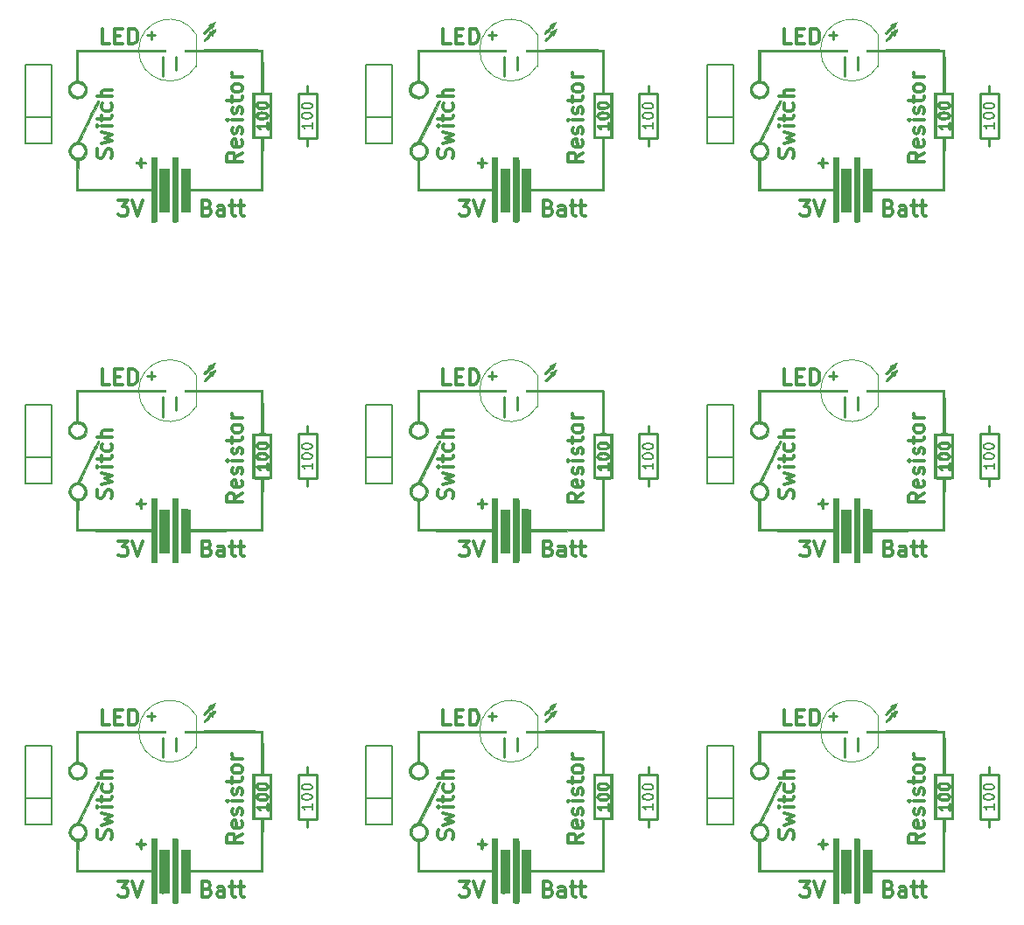
<source format=gto>
%MOIN*%
%OFA0B0*%
%FSLAX46Y46*%
%IPPOS*%
%LPD*%
%ADD10C,0.0039370078740157488*%
%ADD11C,0.011811023622047244*%
%ADD12C,0.00984251968503937*%
%ADD13C,0.01*%
%ADD14C,0.0047244094488188976*%
%ADD15C,0.005905511811023622*%
%ADD16C,0.00039370078740157485*%
%ADD27C,0.0039370078740157488*%
%ADD28C,0.011811023622047244*%
%ADD29C,0.00984251968503937*%
%ADD30C,0.01*%
%ADD31C,0.0047244094488188976*%
%ADD32C,0.005905511811023622*%
%ADD33C,0.00039370078740157485*%
%ADD34C,0.0039370078740157488*%
%ADD35C,0.011811023622047244*%
%ADD36C,0.00984251968503937*%
%ADD37C,0.01*%
%ADD38C,0.0047244094488188976*%
%ADD39C,0.005905511811023622*%
%ADD40C,0.00039370078740157485*%
%ADD41C,0.0039370078740157488*%
%ADD42C,0.011811023622047244*%
%ADD43C,0.00984251968503937*%
%ADD44C,0.01*%
%ADD45C,0.0047244094488188976*%
%ADD46C,0.005905511811023622*%
%ADD47C,0.00039370078740157485*%
%ADD48C,0.0039370078740157488*%
%ADD49C,0.011811023622047244*%
%ADD50C,0.00984251968503937*%
%ADD51C,0.01*%
%ADD52C,0.0047244094488188976*%
%ADD53C,0.005905511811023622*%
%ADD54C,0.00039370078740157485*%
%ADD55C,0.0039370078740157488*%
%ADD56C,0.011811023622047244*%
%ADD57C,0.00984251968503937*%
%ADD58C,0.01*%
%ADD59C,0.0047244094488188976*%
%ADD60C,0.005905511811023622*%
%ADD61C,0.00039370078740157485*%
%ADD62C,0.0039370078740157488*%
%ADD63C,0.011811023622047244*%
%ADD64C,0.00984251968503937*%
%ADD65C,0.01*%
%ADD66C,0.0047244094488188976*%
%ADD67C,0.005905511811023622*%
%ADD68C,0.00039370078740157485*%
%ADD69C,0.0039370078740157488*%
%ADD70C,0.011811023622047244*%
%ADD71C,0.00984251968503937*%
%ADD72C,0.01*%
%ADD73C,0.0047244094488188976*%
%ADD74C,0.005905511811023622*%
%ADD75C,0.00039370078740157485*%
%ADD76C,0.0039370078740157488*%
%ADD77C,0.011811023622047244*%
%ADD78C,0.00984251968503937*%
%ADD79C,0.01*%
%ADD80C,0.0047244094488188976*%
%ADD81C,0.005905511811023622*%
%ADD82C,0.00039370078740157485*%
G01*
D10*
D11*
X0000405005Y0000357339D02*
X0000441563Y0000357339D01*
X0000421878Y0000334842D01*
X0000430314Y0000334842D01*
X0000435939Y0000332030D01*
X0000438751Y0000329218D01*
X0000441563Y0000323594D01*
X0000441563Y0000309533D01*
X0000438751Y0000303908D01*
X0000435939Y0000301096D01*
X0000430314Y0000298284D01*
X0000413441Y0000298284D01*
X0000407817Y0000301096D01*
X0000405005Y0000303908D01*
X0000458436Y0000357339D02*
X0000478121Y0000298284D01*
X0000497806Y0000357339D01*
X0000743756Y0000329218D02*
X0000752193Y0000326406D01*
X0000755005Y0000323594D01*
X0000757817Y0000317969D01*
X0000757817Y0000309533D01*
X0000755005Y0000303908D01*
X0000752193Y0000301096D01*
X0000746568Y0000298284D01*
X0000724071Y0000298284D01*
X0000724071Y0000357339D01*
X0000743756Y0000357339D01*
X0000749381Y0000354527D01*
X0000752193Y0000351715D01*
X0000755005Y0000346091D01*
X0000755005Y0000340466D01*
X0000752193Y0000334842D01*
X0000749381Y0000332030D01*
X0000743756Y0000329218D01*
X0000724071Y0000329218D01*
X0000808436Y0000298284D02*
X0000808436Y0000329218D01*
X0000805624Y0000334842D01*
X0000799999Y0000337654D01*
X0000788751Y0000337654D01*
X0000783126Y0000334842D01*
X0000808436Y0000301096D02*
X0000802811Y0000298284D01*
X0000788751Y0000298284D01*
X0000783126Y0000301096D01*
X0000780314Y0000306721D01*
X0000780314Y0000312345D01*
X0000783126Y0000317969D01*
X0000788751Y0000320781D01*
X0000802811Y0000320781D01*
X0000808436Y0000323594D01*
X0000828121Y0000337654D02*
X0000850618Y0000337654D01*
X0000836557Y0000357339D02*
X0000836557Y0000306721D01*
X0000839369Y0000301096D01*
X0000844994Y0000298284D01*
X0000850618Y0000298284D01*
X0000861867Y0000337654D02*
X0000884364Y0000337654D01*
X0000870303Y0000357339D02*
X0000870303Y0000306721D01*
X0000873115Y0000301096D01*
X0000878740Y0000298284D01*
X0000884364Y0000298284D01*
X0000378903Y0000519235D02*
X0000381715Y0000527671D01*
X0000381715Y0000541732D01*
X0000378903Y0000547356D01*
X0000376090Y0000550168D01*
X0000370466Y0000552980D01*
X0000364842Y0000552980D01*
X0000359218Y0000550168D01*
X0000356405Y0000547356D01*
X0000353593Y0000541732D01*
X0000350781Y0000530483D01*
X0000347969Y0000524859D01*
X0000345157Y0000522047D01*
X0000339532Y0000519235D01*
X0000333908Y0000519235D01*
X0000328284Y0000522047D01*
X0000325472Y0000524859D01*
X0000322660Y0000530483D01*
X0000322660Y0000544544D01*
X0000325472Y0000552980D01*
X0000342345Y0000572665D02*
X0000381715Y0000583914D01*
X0000353593Y0000595163D01*
X0000381715Y0000606411D01*
X0000342345Y0000617660D01*
X0000381715Y0000640157D02*
X0000342345Y0000640157D01*
X0000322660Y0000640157D02*
X0000325472Y0000637345D01*
X0000328284Y0000640157D01*
X0000325472Y0000642969D01*
X0000322660Y0000640157D01*
X0000328284Y0000640157D01*
X0000342345Y0000659842D02*
X0000342345Y0000682339D01*
X0000322660Y0000668279D02*
X0000373278Y0000668279D01*
X0000378903Y0000671091D01*
X0000381715Y0000676715D01*
X0000381715Y0000682339D01*
X0000378903Y0000727334D02*
X0000381715Y0000721709D01*
X0000381715Y0000710461D01*
X0000378903Y0000704836D01*
X0000376090Y0000702024D01*
X0000370466Y0000699212D01*
X0000353593Y0000699212D01*
X0000347969Y0000702024D01*
X0000345157Y0000704836D01*
X0000342345Y0000710461D01*
X0000342345Y0000721709D01*
X0000345157Y0000727334D01*
X0000381715Y0000752643D02*
X0000322660Y0000752643D01*
X0000381715Y0000777952D02*
X0000350781Y0000777952D01*
X0000345157Y0000775140D01*
X0000342345Y0000769516D01*
X0000342345Y0000761079D01*
X0000345157Y0000755455D01*
X0000347969Y0000752643D01*
X0000876715Y0000539235D02*
X0000848593Y0000519550D01*
X0000876715Y0000505489D02*
X0000817660Y0000505489D01*
X0000817660Y0000527986D01*
X0000820472Y0000533610D01*
X0000823284Y0000536423D01*
X0000828908Y0000539235D01*
X0000837345Y0000539235D01*
X0000842969Y0000536423D01*
X0000845781Y0000533610D01*
X0000848593Y0000527986D01*
X0000848593Y0000505489D01*
X0000873903Y0000587041D02*
X0000876715Y0000581417D01*
X0000876715Y0000570168D01*
X0000873903Y0000564544D01*
X0000868278Y0000561732D01*
X0000845781Y0000561732D01*
X0000840157Y0000564544D01*
X0000837345Y0000570168D01*
X0000837345Y0000581417D01*
X0000840157Y0000587041D01*
X0000845781Y0000589853D01*
X0000851405Y0000589853D01*
X0000857030Y0000561732D01*
X0000873903Y0000612351D02*
X0000876715Y0000617975D01*
X0000876715Y0000629223D01*
X0000873903Y0000634848D01*
X0000868278Y0000637660D01*
X0000865466Y0000637660D01*
X0000859842Y0000634848D01*
X0000857030Y0000629223D01*
X0000857030Y0000620787D01*
X0000854218Y0000615163D01*
X0000848593Y0000612351D01*
X0000845781Y0000612351D01*
X0000840157Y0000615163D01*
X0000837345Y0000620787D01*
X0000837345Y0000629223D01*
X0000840157Y0000634848D01*
X0000876715Y0000662969D02*
X0000837345Y0000662969D01*
X0000817660Y0000662969D02*
X0000820472Y0000660157D01*
X0000823284Y0000662969D01*
X0000820472Y0000665781D01*
X0000817660Y0000662969D01*
X0000823284Y0000662969D01*
X0000873903Y0000688279D02*
X0000876715Y0000693903D01*
X0000876715Y0000705151D01*
X0000873903Y0000710776D01*
X0000868278Y0000713588D01*
X0000865466Y0000713588D01*
X0000859842Y0000710776D01*
X0000857030Y0000705151D01*
X0000857030Y0000696715D01*
X0000854218Y0000691091D01*
X0000848593Y0000688279D01*
X0000845781Y0000688279D01*
X0000840157Y0000691091D01*
X0000837345Y0000696715D01*
X0000837345Y0000705151D01*
X0000840157Y0000710776D01*
X0000837345Y0000730461D02*
X0000837345Y0000752958D01*
X0000817660Y0000738897D02*
X0000868278Y0000738897D01*
X0000873903Y0000741709D01*
X0000876715Y0000747334D01*
X0000876715Y0000752958D01*
X0000876715Y0000781080D02*
X0000873903Y0000775455D01*
X0000871090Y0000772643D01*
X0000865466Y0000769831D01*
X0000848593Y0000769831D01*
X0000842969Y0000772643D01*
X0000840157Y0000775455D01*
X0000837345Y0000781080D01*
X0000837345Y0000789516D01*
X0000840157Y0000795140D01*
X0000842969Y0000797952D01*
X0000848593Y0000800765D01*
X0000865466Y0000800765D01*
X0000871090Y0000797952D01*
X0000873903Y0000795140D01*
X0000876715Y0000789516D01*
X0000876715Y0000781080D01*
X0000876715Y0000826074D02*
X0000837345Y0000826074D01*
X0000848593Y0000826074D02*
X0000842969Y0000828886D01*
X0000840157Y0000831698D01*
X0000837345Y0000837322D01*
X0000837345Y0000842947D01*
X0000372035Y0000953284D02*
X0000343914Y0000953284D01*
X0000343914Y0001012339D01*
X0000391720Y0000984218D02*
X0000411405Y0000984218D01*
X0000419842Y0000953284D02*
X0000391720Y0000953284D01*
X0000391720Y0001012339D01*
X0000419842Y0001012339D01*
X0000445151Y0000953284D02*
X0000445151Y0001012339D01*
X0000459212Y0001012339D01*
X0000467648Y0001009527D01*
X0000473273Y0001003903D01*
X0000476085Y0000998279D01*
X0000478897Y0000987030D01*
X0000478897Y0000978594D01*
X0000476085Y0000967345D01*
X0000473273Y0000961721D01*
X0000467648Y0000956096D01*
X0000459212Y0000953284D01*
X0000445151Y0000953284D01*
D12*
X0000515001Y0000987187D02*
X0000544997Y0000987187D01*
X0000529999Y0000972189D02*
X0000529999Y0001002186D01*
D13*
X0001089999Y0000595000D02*
X0001159999Y0000595000D01*
X0001159999Y0000595000D02*
X0001159999Y0000765000D01*
X0001089999Y0000765000D02*
X0001089999Y0000595000D01*
X0001124999Y0000765000D02*
X0001124999Y0000795000D01*
X0001124999Y0000595000D02*
X0001124999Y0000565000D01*
X0001089999Y0000765000D02*
X0001159999Y0000765000D01*
D12*
X0000624999Y0000905000D02*
X0000624999Y0000855000D01*
X0000574999Y0000905000D02*
X0000574999Y0000830000D01*
D14*
X0000482283Y0000930018D02*
G75*
G03X0000700787Y0000869180I0000117716J-0000000018D01*
G01*
X0000482283Y0000929981D02*
G75*
G02X0000700787Y0000990820I0000117716J0000000018D01*
G01*
X0000700787Y0000869173D02*
X0000700787Y0000990826D01*
D15*
X0000149999Y0000575000D02*
X0000049999Y0000575000D01*
X0000049999Y0000575000D02*
X0000049999Y0000875000D01*
X0000049999Y0000875000D02*
X0000149999Y0000875000D01*
X0000149999Y0000875000D02*
X0000149999Y0000575000D01*
X0000049999Y0000675000D02*
X0000149999Y0000675000D01*
D16*
G36*
X0000774040Y0001007791D02*
X0000772492Y0001003840D01*
X0000770077Y0000998327D01*
X0000768855Y0000995680D01*
X0000765794Y0000989568D01*
X0000763528Y0000985935D01*
X0000762237Y0000985050D01*
X0000762053Y0000985416D01*
X0000761004Y0000987889D01*
X0000760331Y0000988333D01*
X0000758773Y0000987228D01*
X0000755408Y0000984237D01*
X0000750766Y0000979849D01*
X0000746570Y0000975737D01*
X0000740874Y0000970174D01*
X0000737000Y0000966719D01*
X0000734481Y0000965059D01*
X0000732851Y0000964879D01*
X0000731745Y0000965737D01*
X0000730751Y0000967206D01*
X0000730599Y0000968756D01*
X0000731591Y0000970851D01*
X0000734029Y0000973954D01*
X0000738217Y0000978530D01*
X0000744067Y0000984639D01*
X0000748948Y0000989877D01*
X0000751659Y0000993319D01*
X0000752487Y0000995418D01*
X0000751721Y0000996627D01*
X0000751714Y0000996631D01*
X0000750008Y0000998223D01*
X0000750048Y0000998804D01*
X0000752201Y0001000044D01*
X0000756275Y0001002015D01*
X0000761376Y0001004327D01*
X0000766611Y0001006589D01*
X0000771087Y0001008411D01*
X0000773910Y0001009402D01*
X0000774428Y0001009459D01*
X0000774040Y0001007791D01*
X0000774040Y0001007791D01*
G37*
X0000774040Y0001007791D02*
X0000772492Y0001003840D01*
X0000770077Y0000998327D01*
X0000768855Y0000995680D01*
X0000765794Y0000989568D01*
X0000763528Y0000985935D01*
X0000762237Y0000985050D01*
X0000762053Y0000985416D01*
X0000761004Y0000987889D01*
X0000760331Y0000988333D01*
X0000758773Y0000987228D01*
X0000755408Y0000984237D01*
X0000750766Y0000979849D01*
X0000746570Y0000975737D01*
X0000740874Y0000970174D01*
X0000737000Y0000966719D01*
X0000734481Y0000965059D01*
X0000732851Y0000964879D01*
X0000731745Y0000965737D01*
X0000730751Y0000967206D01*
X0000730599Y0000968756D01*
X0000731591Y0000970851D01*
X0000734029Y0000973954D01*
X0000738217Y0000978530D01*
X0000744067Y0000984639D01*
X0000748948Y0000989877D01*
X0000751659Y0000993319D01*
X0000752487Y0000995418D01*
X0000751721Y0000996627D01*
X0000751714Y0000996631D01*
X0000750008Y0000998223D01*
X0000750048Y0000998804D01*
X0000752201Y0001000044D01*
X0000756275Y0001002015D01*
X0000761376Y0001004327D01*
X0000766611Y0001006589D01*
X0000771087Y0001008411D01*
X0000773910Y0001009402D01*
X0000774428Y0001009459D01*
X0000774040Y0001007791D01*
G36*
X0000772196Y0001035265D02*
X0000770674Y0001031514D01*
X0000768329Y0001026097D01*
X0000767067Y0001023266D01*
X0000764054Y0001016844D01*
X0000761964Y0001013170D01*
X0000760537Y0001011878D01*
X0000759510Y0001012601D01*
X0000759497Y0001012622D01*
X0000758475Y0001013520D01*
X0000756767Y0001013080D01*
X0000753949Y0001011010D01*
X0000749598Y0001007013D01*
X0000745126Y0001002626D01*
X0000739462Y0000997052D01*
X0000735635Y0000993541D01*
X0000733144Y0000991783D01*
X0000731485Y0000991465D01*
X0000730158Y0000992275D01*
X0000729525Y0000992937D01*
X0000728429Y0000994436D01*
X0000728321Y0000996010D01*
X0000729526Y0000998174D01*
X0000732369Y0001001449D01*
X0000737176Y0001006351D01*
X0000739246Y0001008412D01*
X0000744792Y0001014023D01*
X0000748210Y0001017822D01*
X0000749815Y0001020269D01*
X0000749918Y0001021823D01*
X0000749050Y0001022790D01*
X0000748153Y0001023943D01*
X0000748949Y0001025278D01*
X0000751865Y0001027126D01*
X0000757327Y0001029818D01*
X0000759248Y0001030712D01*
X0000765137Y0001033409D01*
X0000769735Y0001035469D01*
X0000772315Y0001036568D01*
X0000772614Y0001036666D01*
X0000772196Y0001035265D01*
X0000772196Y0001035265D01*
G37*
X0000772196Y0001035265D02*
X0000770674Y0001031514D01*
X0000768329Y0001026097D01*
X0000767067Y0001023266D01*
X0000764054Y0001016844D01*
X0000761964Y0001013170D01*
X0000760537Y0001011878D01*
X0000759510Y0001012601D01*
X0000759497Y0001012622D01*
X0000758475Y0001013520D01*
X0000756767Y0001013080D01*
X0000753949Y0001011010D01*
X0000749598Y0001007013D01*
X0000745126Y0001002626D01*
X0000739462Y0000997052D01*
X0000735635Y0000993541D01*
X0000733144Y0000991783D01*
X0000731485Y0000991465D01*
X0000730158Y0000992275D01*
X0000729525Y0000992937D01*
X0000728429Y0000994436D01*
X0000728321Y0000996010D01*
X0000729526Y0000998174D01*
X0000732369Y0001001449D01*
X0000737176Y0001006351D01*
X0000739246Y0001008412D01*
X0000744792Y0001014023D01*
X0000748210Y0001017822D01*
X0000749815Y0001020269D01*
X0000749918Y0001021823D01*
X0000749050Y0001022790D01*
X0000748153Y0001023943D01*
X0000748949Y0001025278D01*
X0000751865Y0001027126D01*
X0000757327Y0001029818D01*
X0000759248Y0001030712D01*
X0000765137Y0001033409D01*
X0000769735Y0001035469D01*
X0000772315Y0001036568D01*
X0000772614Y0001036666D01*
X0000772196Y0001035265D01*
G36*
X0000330805Y0000738114D02*
X0000332353Y0000736408D01*
X0000332413Y0000736028D01*
X0000331820Y0000734593D01*
X0000330110Y0000730902D01*
X0000327388Y0000725170D01*
X0000323759Y0000717614D01*
X0000319328Y0000708452D01*
X0000314200Y0000697900D01*
X0000308478Y0000686174D01*
X0000302269Y0000673491D01*
X0000295677Y0000660069D01*
X0000295240Y0000659180D01*
X0000288614Y0000645696D01*
X0000282353Y0000632921D01*
X0000276563Y0000621075D01*
X0000271349Y0000610377D01*
X0000266820Y0000601046D01*
X0000263079Y0000593301D01*
X0000260235Y0000587360D01*
X0000258393Y0000583443D01*
X0000257660Y0000581769D01*
X0000257654Y0000581746D01*
X0000258573Y0000580066D01*
X0000261574Y0000578346D01*
X0000262408Y0000578026D01*
X0000270374Y0000573782D01*
X0000277044Y0000567454D01*
X0000281996Y0000559574D01*
X0000284809Y0000550675D01*
X0000284992Y0000549494D01*
X0000284881Y0000541320D01*
X0000282609Y0000533131D01*
X0000278545Y0000525516D01*
X0000273056Y0000519063D01*
X0000266510Y0000514363D01*
X0000261896Y0000512535D01*
X0000257845Y0000511428D01*
X0000254800Y0000510588D01*
X0000254137Y0000510403D01*
X0000253681Y0000509686D01*
X0000253307Y0000507682D01*
X0000253008Y0000504182D01*
X0000252778Y0000498977D01*
X0000252610Y0000491858D01*
X0000252497Y0000482618D01*
X0000252434Y0000471048D01*
X0000252413Y0000456940D01*
X0000252413Y0000456077D01*
X0000252413Y0000402241D01*
X0000529625Y0000402241D01*
X0000530344Y0000520172D01*
X0000549655Y0000520172D01*
X0000549655Y0000276034D01*
X0000540631Y0000275633D01*
X0000535864Y0000275566D01*
X0000532246Y0000275785D01*
X0000530631Y0000276207D01*
X0000530423Y0000277752D01*
X0000530231Y0000281765D01*
X0000530058Y0000287956D01*
X0000529910Y0000296035D01*
X0000529791Y0000305712D01*
X0000529707Y0000316696D01*
X0000529661Y0000328698D01*
X0000529655Y0000335568D01*
X0000529655Y0000393952D01*
X0000387241Y0000394303D01*
X0000244827Y0000394655D01*
X0000244467Y0000452717D01*
X0000244108Y0000510779D01*
X0000238888Y0000512343D01*
X0000234758Y0000514190D01*
X0000230084Y0000517143D01*
X0000227820Y0000518912D01*
X0000221253Y0000526200D01*
X0000217092Y0000534528D01*
X0000215399Y0000543442D01*
X0000223952Y0000543442D01*
X0000224715Y0000539119D01*
X0000227360Y0000533102D01*
X0000231571Y0000527390D01*
X0000236564Y0000522938D01*
X0000239284Y0000521405D01*
X0000244603Y0000520019D01*
X0000251093Y0000519593D01*
X0000257325Y0000520157D01*
X0000260254Y0000520949D01*
X0000266876Y0000524851D01*
X0000272009Y0000530695D01*
X0000275260Y0000537896D01*
X0000276255Y0000544981D01*
X0000275002Y0000553460D01*
X0000271440Y0000560702D01*
X0000265871Y0000566370D01*
X0000258594Y0000570126D01*
X0000252745Y0000571424D01*
X0000244960Y0000571082D01*
X0000237876Y0000568444D01*
X0000231863Y0000563934D01*
X0000227291Y0000557979D01*
X0000224531Y0000551007D01*
X0000223952Y0000543442D01*
X0000215399Y0000543442D01*
X0000215389Y0000543495D01*
X0000216196Y0000552701D01*
X0000219564Y0000561748D01*
X0000221769Y0000565423D01*
X0000227255Y0000571740D01*
X0000234256Y0000576348D01*
X0000240400Y0000578801D01*
X0000247177Y0000581011D01*
X0000285821Y0000659557D01*
X0000292592Y0000673289D01*
X0000299032Y0000686286D01*
X0000305034Y0000698338D01*
X0000310490Y0000709232D01*
X0000315295Y0000718757D01*
X0000319340Y0000726701D01*
X0000322519Y0000732853D01*
X0000324726Y0000737000D01*
X0000325853Y0000738931D01*
X0000325951Y0000739041D01*
X0000328204Y0000739209D01*
X0000330805Y0000738114D01*
X0000330805Y0000738114D01*
G37*
X0000330805Y0000738114D02*
X0000332353Y0000736408D01*
X0000332413Y0000736028D01*
X0000331820Y0000734593D01*
X0000330110Y0000730902D01*
X0000327388Y0000725170D01*
X0000323759Y0000717614D01*
X0000319328Y0000708452D01*
X0000314200Y0000697900D01*
X0000308478Y0000686174D01*
X0000302269Y0000673491D01*
X0000295677Y0000660069D01*
X0000295240Y0000659180D01*
X0000288614Y0000645696D01*
X0000282353Y0000632921D01*
X0000276563Y0000621075D01*
X0000271349Y0000610377D01*
X0000266820Y0000601046D01*
X0000263079Y0000593301D01*
X0000260235Y0000587360D01*
X0000258393Y0000583443D01*
X0000257660Y0000581769D01*
X0000257654Y0000581746D01*
X0000258573Y0000580066D01*
X0000261574Y0000578346D01*
X0000262408Y0000578026D01*
X0000270374Y0000573782D01*
X0000277044Y0000567454D01*
X0000281996Y0000559574D01*
X0000284809Y0000550675D01*
X0000284992Y0000549494D01*
X0000284881Y0000541320D01*
X0000282609Y0000533131D01*
X0000278545Y0000525516D01*
X0000273056Y0000519063D01*
X0000266510Y0000514363D01*
X0000261896Y0000512535D01*
X0000257845Y0000511428D01*
X0000254800Y0000510588D01*
X0000254137Y0000510403D01*
X0000253681Y0000509686D01*
X0000253307Y0000507682D01*
X0000253008Y0000504182D01*
X0000252778Y0000498977D01*
X0000252610Y0000491858D01*
X0000252497Y0000482618D01*
X0000252434Y0000471048D01*
X0000252413Y0000456940D01*
X0000252413Y0000456077D01*
X0000252413Y0000402241D01*
X0000529625Y0000402241D01*
X0000530344Y0000520172D01*
X0000549655Y0000520172D01*
X0000549655Y0000276034D01*
X0000540631Y0000275633D01*
X0000535864Y0000275566D01*
X0000532246Y0000275785D01*
X0000530631Y0000276207D01*
X0000530423Y0000277752D01*
X0000530231Y0000281765D01*
X0000530058Y0000287956D01*
X0000529910Y0000296035D01*
X0000529791Y0000305712D01*
X0000529707Y0000316696D01*
X0000529661Y0000328698D01*
X0000529655Y0000335568D01*
X0000529655Y0000393952D01*
X0000387241Y0000394303D01*
X0000244827Y0000394655D01*
X0000244467Y0000452717D01*
X0000244108Y0000510779D01*
X0000238888Y0000512343D01*
X0000234758Y0000514190D01*
X0000230084Y0000517143D01*
X0000227820Y0000518912D01*
X0000221253Y0000526200D01*
X0000217092Y0000534528D01*
X0000215399Y0000543442D01*
X0000223952Y0000543442D01*
X0000224715Y0000539119D01*
X0000227360Y0000533102D01*
X0000231571Y0000527390D01*
X0000236564Y0000522938D01*
X0000239284Y0000521405D01*
X0000244603Y0000520019D01*
X0000251093Y0000519593D01*
X0000257325Y0000520157D01*
X0000260254Y0000520949D01*
X0000266876Y0000524851D01*
X0000272009Y0000530695D01*
X0000275260Y0000537896D01*
X0000276255Y0000544981D01*
X0000275002Y0000553460D01*
X0000271440Y0000560702D01*
X0000265871Y0000566370D01*
X0000258594Y0000570126D01*
X0000252745Y0000571424D01*
X0000244960Y0000571082D01*
X0000237876Y0000568444D01*
X0000231863Y0000563934D01*
X0000227291Y0000557979D01*
X0000224531Y0000551007D01*
X0000223952Y0000543442D01*
X0000215399Y0000543442D01*
X0000215389Y0000543495D01*
X0000216196Y0000552701D01*
X0000219564Y0000561748D01*
X0000221769Y0000565423D01*
X0000227255Y0000571740D01*
X0000234256Y0000576348D01*
X0000240400Y0000578801D01*
X0000247177Y0000581011D01*
X0000285821Y0000659557D01*
X0000292592Y0000673289D01*
X0000299032Y0000686286D01*
X0000305034Y0000698338D01*
X0000310490Y0000709232D01*
X0000315295Y0000718757D01*
X0000319340Y0000726701D01*
X0000322519Y0000732853D01*
X0000324726Y0000737000D01*
X0000325853Y0000738931D01*
X0000325951Y0000739041D01*
X0000328204Y0000739209D01*
X0000330805Y0000738114D01*
G36*
X0000624575Y0000520564D02*
X0000628478Y0000519979D01*
X0000629775Y0000519382D01*
X0000630122Y0000518764D01*
X0000630426Y0000517411D01*
X0000630691Y0000515162D01*
X0000630918Y0000511854D01*
X0000631111Y0000507322D01*
X0000631272Y0000501405D01*
X0000631404Y0000493939D01*
X0000631508Y0000484761D01*
X0000631589Y0000473708D01*
X0000631648Y0000460618D01*
X0000631688Y0000445326D01*
X0000631712Y0000427671D01*
X0000631723Y0000407488D01*
X0000631723Y0000398210D01*
X0000631714Y0000376086D01*
X0000631686Y0000356588D01*
X0000631637Y0000339584D01*
X0000631565Y0000324942D01*
X0000631468Y0000312530D01*
X0000631345Y0000302214D01*
X0000631194Y0000293864D01*
X0000631013Y0000287347D01*
X0000630799Y0000282530D01*
X0000630552Y0000279281D01*
X0000630270Y0000277469D01*
X0000630068Y0000277000D01*
X0000627817Y0000276046D01*
X0000623963Y0000275492D01*
X0000619393Y0000275333D01*
X0000614994Y0000275568D01*
X0000611653Y0000276192D01*
X0000610290Y0000277069D01*
X0000610196Y0000278676D01*
X0000610113Y0000282842D01*
X0000610044Y0000289363D01*
X0000609987Y0000298040D01*
X0000609944Y0000308670D01*
X0000609915Y0000321053D01*
X0000609900Y0000334988D01*
X0000609901Y0000350273D01*
X0000609916Y0000366707D01*
X0000609948Y0000384089D01*
X0000609988Y0000399482D01*
X0000610344Y0000520172D01*
X0000619085Y0000520586D01*
X0000624575Y0000520564D01*
X0000624575Y0000520564D01*
G37*
X0000624575Y0000520564D02*
X0000628478Y0000519979D01*
X0000629775Y0000519382D01*
X0000630122Y0000518764D01*
X0000630426Y0000517411D01*
X0000630691Y0000515162D01*
X0000630918Y0000511854D01*
X0000631111Y0000507322D01*
X0000631272Y0000501405D01*
X0000631404Y0000493939D01*
X0000631508Y0000484761D01*
X0000631589Y0000473708D01*
X0000631648Y0000460618D01*
X0000631688Y0000445326D01*
X0000631712Y0000427671D01*
X0000631723Y0000407488D01*
X0000631723Y0000398210D01*
X0000631714Y0000376086D01*
X0000631686Y0000356588D01*
X0000631637Y0000339584D01*
X0000631565Y0000324942D01*
X0000631468Y0000312530D01*
X0000631345Y0000302214D01*
X0000631194Y0000293864D01*
X0000631013Y0000287347D01*
X0000630799Y0000282530D01*
X0000630552Y0000279281D01*
X0000630270Y0000277469D01*
X0000630068Y0000277000D01*
X0000627817Y0000276046D01*
X0000623963Y0000275492D01*
X0000619393Y0000275333D01*
X0000614994Y0000275568D01*
X0000611653Y0000276192D01*
X0000610290Y0000277069D01*
X0000610196Y0000278676D01*
X0000610113Y0000282842D01*
X0000610044Y0000289363D01*
X0000609987Y0000298040D01*
X0000609944Y0000308670D01*
X0000609915Y0000321053D01*
X0000609900Y0000334988D01*
X0000609901Y0000350273D01*
X0000609916Y0000366707D01*
X0000609948Y0000384089D01*
X0000609988Y0000399482D01*
X0000610344Y0000520172D01*
X0000619085Y0000520586D01*
X0000624575Y0000520564D01*
G36*
X0000596551Y0000313275D02*
X0000579628Y0000312888D01*
X0000572022Y0000312791D01*
X0000566815Y0000312927D01*
X0000563655Y0000313323D01*
X0000562188Y0000314007D01*
X0000562028Y0000314267D01*
X0000561911Y0000315934D01*
X0000561813Y0000320111D01*
X0000561734Y0000326549D01*
X0000561675Y0000335000D01*
X0000561637Y0000345216D01*
X0000561622Y0000356947D01*
X0000561630Y0000369947D01*
X0000561662Y0000383964D01*
X0000561710Y0000396724D01*
X0000562068Y0000477413D01*
X0000596551Y0000477413D01*
X0000596551Y0000313275D01*
X0000596551Y0000313275D01*
G37*
X0000596551Y0000313275D02*
X0000579628Y0000312888D01*
X0000572022Y0000312791D01*
X0000566815Y0000312927D01*
X0000563655Y0000313323D01*
X0000562188Y0000314007D01*
X0000562028Y0000314267D01*
X0000561911Y0000315934D01*
X0000561813Y0000320111D01*
X0000561734Y0000326549D01*
X0000561675Y0000335000D01*
X0000561637Y0000345216D01*
X0000561622Y0000356947D01*
X0000561630Y0000369947D01*
X0000561662Y0000383964D01*
X0000561710Y0000396724D01*
X0000562068Y0000477413D01*
X0000596551Y0000477413D01*
X0000596551Y0000313275D01*
G36*
X0000890727Y0000932993D02*
X0000905900Y0000932942D01*
X0000918801Y0000932862D01*
X0000929528Y0000932755D01*
X0000938177Y0000932618D01*
X0000944846Y0000932451D01*
X0000949632Y0000932253D01*
X0000952633Y0000932024D01*
X0000953946Y0000931762D01*
X0000953988Y0000931734D01*
X0000954391Y0000930983D01*
X0000954735Y0000929325D01*
X0000955023Y0000926567D01*
X0000955260Y0000922516D01*
X0000955451Y0000916981D01*
X0000955599Y0000909770D01*
X0000955710Y0000900689D01*
X0000955787Y0000889548D01*
X0000955835Y0000876153D01*
X0000955858Y0000860313D01*
X0000955861Y0000849012D01*
X0000955861Y0000767846D01*
X0000972068Y0000767457D01*
X0000988275Y0000767069D01*
X0000988275Y0000594655D01*
X0000972077Y0000594266D01*
X0000955880Y0000593878D01*
X0000955526Y0000494266D01*
X0000955172Y0000394655D01*
X0000677282Y0000393952D01*
X0000676917Y0000353614D01*
X0000676551Y0000313275D01*
X0000660615Y0000312889D01*
X0000654239Y0000312815D01*
X0000648902Y0000312905D01*
X0000645192Y0000313138D01*
X0000643719Y0000313464D01*
X0000643546Y0000314980D01*
X0000643382Y0000319011D01*
X0000643232Y0000325314D01*
X0000643097Y0000333646D01*
X0000642981Y0000343762D01*
X0000642886Y0000355419D01*
X0000642816Y0000368375D01*
X0000642772Y0000382385D01*
X0000642758Y0000396306D01*
X0000642758Y0000478188D01*
X0000659655Y0000477801D01*
X0000676551Y0000477413D01*
X0000676918Y0000439827D01*
X0000677285Y0000402241D01*
X0000947586Y0000402241D01*
X0000947586Y0000593878D01*
X0000931379Y0000594266D01*
X0000915172Y0000594655D01*
X0000915172Y0000759482D01*
X0000922758Y0000759482D01*
X0000922758Y0000602241D01*
X0000980689Y0000602241D01*
X0000980689Y0000759482D01*
X0000922758Y0000759482D01*
X0000915172Y0000759482D01*
X0000915172Y0000767069D01*
X0000931379Y0000767457D01*
X0000947586Y0000767846D01*
X0000947586Y0000924987D01*
X0000658620Y0000925689D01*
X0000658620Y0000932586D01*
X0000805368Y0000932937D01*
X0000830602Y0000932989D01*
X0000853175Y0000933016D01*
X0000873184Y0000933017D01*
X0000890727Y0000932993D01*
X0000890727Y0000932993D01*
G37*
X0000890727Y0000932993D02*
X0000905900Y0000932942D01*
X0000918801Y0000932862D01*
X0000929528Y0000932755D01*
X0000938177Y0000932618D01*
X0000944846Y0000932451D01*
X0000949632Y0000932253D01*
X0000952633Y0000932024D01*
X0000953946Y0000931762D01*
X0000953988Y0000931734D01*
X0000954391Y0000930983D01*
X0000954735Y0000929325D01*
X0000955023Y0000926567D01*
X0000955260Y0000922516D01*
X0000955451Y0000916981D01*
X0000955599Y0000909770D01*
X0000955710Y0000900689D01*
X0000955787Y0000889548D01*
X0000955835Y0000876153D01*
X0000955858Y0000860313D01*
X0000955861Y0000849012D01*
X0000955861Y0000767846D01*
X0000972068Y0000767457D01*
X0000988275Y0000767069D01*
X0000988275Y0000594655D01*
X0000972077Y0000594266D01*
X0000955880Y0000593878D01*
X0000955526Y0000494266D01*
X0000955172Y0000394655D01*
X0000677282Y0000393952D01*
X0000676917Y0000353614D01*
X0000676551Y0000313275D01*
X0000660615Y0000312889D01*
X0000654239Y0000312815D01*
X0000648902Y0000312905D01*
X0000645192Y0000313138D01*
X0000643719Y0000313464D01*
X0000643546Y0000314980D01*
X0000643382Y0000319011D01*
X0000643232Y0000325314D01*
X0000643097Y0000333646D01*
X0000642981Y0000343762D01*
X0000642886Y0000355419D01*
X0000642816Y0000368375D01*
X0000642772Y0000382385D01*
X0000642758Y0000396306D01*
X0000642758Y0000478188D01*
X0000659655Y0000477801D01*
X0000676551Y0000477413D01*
X0000676918Y0000439827D01*
X0000677285Y0000402241D01*
X0000947586Y0000402241D01*
X0000947586Y0000593878D01*
X0000931379Y0000594266D01*
X0000915172Y0000594655D01*
X0000915172Y0000759482D01*
X0000922758Y0000759482D01*
X0000922758Y0000602241D01*
X0000980689Y0000602241D01*
X0000980689Y0000759482D01*
X0000922758Y0000759482D01*
X0000915172Y0000759482D01*
X0000915172Y0000767069D01*
X0000931379Y0000767457D01*
X0000947586Y0000767846D01*
X0000947586Y0000924987D01*
X0000658620Y0000925689D01*
X0000658620Y0000932586D01*
X0000805368Y0000932937D01*
X0000830602Y0000932989D01*
X0000853175Y0000933016D01*
X0000873184Y0000933017D01*
X0000890727Y0000932993D01*
G36*
X0000492217Y0000519833D02*
X0000494017Y0000516576D01*
X0000494899Y0000511409D01*
X0000495316Y0000504310D01*
X0000501971Y0000504310D01*
X0000507144Y0000503781D01*
X0000510359Y0000502333D01*
X0000511336Y0000500174D01*
X0000510344Y0000498103D01*
X0000507533Y0000496627D01*
X0000502530Y0000496040D01*
X0000501899Y0000496034D01*
X0000495172Y0000496034D01*
X0000495172Y0000489413D01*
X0000494594Y0000484403D01*
X0000493093Y0000480938D01*
X0000491021Y0000479330D01*
X0000488728Y0000479888D01*
X0000486944Y0000482150D01*
X0000486010Y0000485257D01*
X0000485532Y0000489503D01*
X0000485517Y0000490354D01*
X0000485517Y0000495890D01*
X0000478275Y0000496307D01*
X0000474048Y0000496663D01*
X0000471891Y0000497345D01*
X0000471119Y0000498718D01*
X0000471034Y0000500172D01*
X0000471271Y0000502199D01*
X0000472442Y0000503293D01*
X0000475233Y0000503821D01*
X0000478275Y0000504037D01*
X0000485517Y0000504454D01*
X0000485517Y0000510325D01*
X0000486172Y0000515973D01*
X0000487822Y0000519477D01*
X0000489994Y0000520782D01*
X0000492217Y0000519833D01*
X0000492217Y0000519833D01*
G37*
X0000492217Y0000519833D02*
X0000494017Y0000516576D01*
X0000494899Y0000511409D01*
X0000495316Y0000504310D01*
X0000501971Y0000504310D01*
X0000507144Y0000503781D01*
X0000510359Y0000502333D01*
X0000511336Y0000500174D01*
X0000510344Y0000498103D01*
X0000507533Y0000496627D01*
X0000502530Y0000496040D01*
X0000501899Y0000496034D01*
X0000495172Y0000496034D01*
X0000495172Y0000489413D01*
X0000494594Y0000484403D01*
X0000493093Y0000480938D01*
X0000491021Y0000479330D01*
X0000488728Y0000479888D01*
X0000486944Y0000482150D01*
X0000486010Y0000485257D01*
X0000485532Y0000489503D01*
X0000485517Y0000490354D01*
X0000485517Y0000495890D01*
X0000478275Y0000496307D01*
X0000474048Y0000496663D01*
X0000471891Y0000497345D01*
X0000471119Y0000498718D01*
X0000471034Y0000500172D01*
X0000471271Y0000502199D01*
X0000472442Y0000503293D01*
X0000475233Y0000503821D01*
X0000478275Y0000504037D01*
X0000485517Y0000504454D01*
X0000485517Y0000510325D01*
X0000486172Y0000515973D01*
X0000487822Y0000519477D01*
X0000489994Y0000520782D01*
X0000492217Y0000519833D01*
G36*
X0000582758Y0000925689D02*
X0000417586Y0000925339D01*
X0000252413Y0000924988D01*
X0000252413Y0000813518D01*
X0000257859Y0000812598D01*
X0000265878Y0000809932D01*
X0000272919Y0000805109D01*
X0000278650Y0000798634D01*
X0000282738Y0000791013D01*
X0000284851Y0000782750D01*
X0000284654Y0000774351D01*
X0000284257Y0000772490D01*
X0000281256Y0000764260D01*
X0000276617Y0000757675D01*
X0000269929Y0000752257D01*
X0000264137Y0000749060D01*
X0000256270Y0000746535D01*
X0000247420Y0000745765D01*
X0000238778Y0000746803D01*
X0000235521Y0000747782D01*
X0000227091Y0000752290D01*
X0000220028Y0000758916D01*
X0000216828Y0000763491D01*
X0000214692Y0000767671D01*
X0000213553Y0000771732D01*
X0000213132Y0000776865D01*
X0000213122Y0000777770D01*
X0000221185Y0000777770D01*
X0000222740Y0000770671D01*
X0000226342Y0000764498D01*
X0000231648Y0000759532D01*
X0000238312Y0000756055D01*
X0000245993Y0000754349D01*
X0000254344Y0000754696D01*
X0000258427Y0000755656D01*
X0000265234Y0000759009D01*
X0000270733Y0000764268D01*
X0000274559Y0000770830D01*
X0000276350Y0000778092D01*
X0000275932Y0000784689D01*
X0000273061Y0000792002D01*
X0000268418Y0000797674D01*
X0000262452Y0000801699D01*
X0000255615Y0000804070D01*
X0000248356Y0000804779D01*
X0000241125Y0000803821D01*
X0000234374Y0000801188D01*
X0000228551Y0000796872D01*
X0000224108Y0000790869D01*
X0000222020Y0000785511D01*
X0000221185Y0000777770D01*
X0000213122Y0000777770D01*
X0000213103Y0000779482D01*
X0000213307Y0000785326D01*
X0000214112Y0000789642D01*
X0000215808Y0000793643D01*
X0000216988Y0000795747D01*
X0000222500Y0000802792D01*
X0000229636Y0000808453D01*
X0000237550Y0000812075D01*
X0000238256Y0000812274D01*
X0000244108Y0000813840D01*
X0000244468Y0000873213D01*
X0000244827Y0000932586D01*
X0000582758Y0000932586D01*
X0000582758Y0000925689D01*
X0000582758Y0000925689D01*
G37*
X0000582758Y0000925689D02*
X0000417586Y0000925339D01*
X0000252413Y0000924988D01*
X0000252413Y0000813518D01*
X0000257859Y0000812598D01*
X0000265878Y0000809932D01*
X0000272919Y0000805109D01*
X0000278650Y0000798634D01*
X0000282738Y0000791013D01*
X0000284851Y0000782750D01*
X0000284654Y0000774351D01*
X0000284257Y0000772490D01*
X0000281256Y0000764260D01*
X0000276617Y0000757675D01*
X0000269929Y0000752257D01*
X0000264137Y0000749060D01*
X0000256270Y0000746535D01*
X0000247420Y0000745765D01*
X0000238778Y0000746803D01*
X0000235521Y0000747782D01*
X0000227091Y0000752290D01*
X0000220028Y0000758916D01*
X0000216828Y0000763491D01*
X0000214692Y0000767671D01*
X0000213553Y0000771732D01*
X0000213132Y0000776865D01*
X0000213122Y0000777770D01*
X0000221185Y0000777770D01*
X0000222740Y0000770671D01*
X0000226342Y0000764498D01*
X0000231648Y0000759532D01*
X0000238312Y0000756055D01*
X0000245993Y0000754349D01*
X0000254344Y0000754696D01*
X0000258427Y0000755656D01*
X0000265234Y0000759009D01*
X0000270733Y0000764268D01*
X0000274559Y0000770830D01*
X0000276350Y0000778092D01*
X0000275932Y0000784689D01*
X0000273061Y0000792002D01*
X0000268418Y0000797674D01*
X0000262452Y0000801699D01*
X0000255615Y0000804070D01*
X0000248356Y0000804779D01*
X0000241125Y0000803821D01*
X0000234374Y0000801188D01*
X0000228551Y0000796872D01*
X0000224108Y0000790869D01*
X0000222020Y0000785511D01*
X0000221185Y0000777770D01*
X0000213122Y0000777770D01*
X0000213103Y0000779482D01*
X0000213307Y0000785326D01*
X0000214112Y0000789642D01*
X0000215808Y0000793643D01*
X0000216988Y0000795747D01*
X0000222500Y0000802792D01*
X0000229636Y0000808453D01*
X0000237550Y0000812075D01*
X0000238256Y0000812274D01*
X0000244108Y0000813840D01*
X0000244468Y0000873213D01*
X0000244827Y0000932586D01*
X0000582758Y0000932586D01*
X0000582758Y0000925689D01*
G36*
X0000973935Y0000656929D02*
X0000975763Y0000655246D01*
X0000976937Y0000653236D01*
X0000977624Y0000649742D01*
X0000977910Y0000644233D01*
X0000977930Y0000641566D01*
X0000977828Y0000634665D01*
X0000977432Y0000630073D01*
X0000976606Y0000627343D01*
X0000975214Y0000626030D01*
X0000973122Y0000625689D01*
X0000973103Y0000625689D01*
X0000970131Y0000626675D01*
X0000968584Y0000629778D01*
X0000968275Y0000633388D01*
X0000968156Y0000634996D01*
X0000967438Y0000635981D01*
X0000965578Y0000636495D01*
X0000962033Y0000636692D01*
X0000956403Y0000636724D01*
X0000950692Y0000636675D01*
X0000947259Y0000636456D01*
X0000945623Y0000635961D01*
X0000945306Y0000635082D01*
X0000945555Y0000634310D01*
X0000946923Y0000629740D01*
X0000946508Y0000627070D01*
X0000944544Y0000626316D01*
X0000941268Y0000627499D01*
X0000936913Y0000630637D01*
X0000933956Y0000633391D01*
X0000930209Y0000637330D01*
X0000928052Y0000640266D01*
X0000927675Y0000642345D01*
X0000929268Y0000643712D01*
X0000933020Y0000644513D01*
X0000939123Y0000644893D01*
X0000947767Y0000644999D01*
X0000949134Y0000645000D01*
X0000968275Y0000645000D01*
X0000968275Y0000649039D01*
X0000968993Y0000652753D01*
X0000970443Y0000655246D01*
X0000972483Y0000657062D01*
X0000973935Y0000656929D01*
X0000973935Y0000656929D01*
G37*
X0000973935Y0000656929D02*
X0000975763Y0000655246D01*
X0000976937Y0000653236D01*
X0000977624Y0000649742D01*
X0000977910Y0000644233D01*
X0000977930Y0000641566D01*
X0000977828Y0000634665D01*
X0000977432Y0000630073D01*
X0000976606Y0000627343D01*
X0000975214Y0000626030D01*
X0000973122Y0000625689D01*
X0000973103Y0000625689D01*
X0000970131Y0000626675D01*
X0000968584Y0000629778D01*
X0000968275Y0000633388D01*
X0000968156Y0000634996D01*
X0000967438Y0000635981D01*
X0000965578Y0000636495D01*
X0000962033Y0000636692D01*
X0000956403Y0000636724D01*
X0000950692Y0000636675D01*
X0000947259Y0000636456D01*
X0000945623Y0000635961D01*
X0000945306Y0000635082D01*
X0000945555Y0000634310D01*
X0000946923Y0000629740D01*
X0000946508Y0000627070D01*
X0000944544Y0000626316D01*
X0000941268Y0000627499D01*
X0000936913Y0000630637D01*
X0000933956Y0000633391D01*
X0000930209Y0000637330D01*
X0000928052Y0000640266D01*
X0000927675Y0000642345D01*
X0000929268Y0000643712D01*
X0000933020Y0000644513D01*
X0000939123Y0000644893D01*
X0000947767Y0000644999D01*
X0000949134Y0000645000D01*
X0000968275Y0000645000D01*
X0000968275Y0000649039D01*
X0000968993Y0000652753D01*
X0000970443Y0000655246D01*
X0000972483Y0000657062D01*
X0000973935Y0000656929D01*
G36*
X0000955803Y0000695910D02*
X0000962067Y0000695283D01*
X0000966870Y0000694162D01*
X0000967700Y0000693818D01*
X0000971710Y0000690976D01*
X0000975206Y0000686913D01*
X0000977466Y0000682594D01*
X0000977930Y0000680139D01*
X0000977130Y0000677522D01*
X0000975138Y0000674062D01*
X0000974444Y0000673103D01*
X0000969572Y0000668851D01*
X0000962829Y0000666000D01*
X0000954792Y0000664678D01*
X0000946038Y0000665012D01*
X0000941641Y0000665823D01*
X0000935905Y0000667545D01*
X0000932120Y0000669777D01*
X0000929478Y0000673046D01*
X0000928857Y0000674174D01*
X0000927300Y0000679841D01*
X0000927409Y0000680475D01*
X0000936803Y0000680475D01*
X0000937066Y0000677719D01*
X0000938835Y0000675842D01*
X0000942459Y0000674700D01*
X0000948283Y0000674152D01*
X0000952451Y0000674052D01*
X0000959329Y0000674340D01*
X0000963858Y0000675384D01*
X0000965210Y0000676112D01*
X0000967903Y0000678985D01*
X0000968119Y0000681803D01*
X0000966130Y0000684324D01*
X0000962210Y0000686303D01*
X0000956635Y0000687498D01*
X0000952137Y0000687738D01*
X0000944871Y0000687171D01*
X0000939994Y0000685465D01*
X0000937352Y0000682546D01*
X0000936803Y0000680475D01*
X0000927409Y0000680475D01*
X0000928251Y0000685344D01*
X0000931482Y0000690188D01*
X0000936761Y0000693881D01*
X0000938365Y0000694563D01*
X0000942939Y0000695575D01*
X0000949090Y0000696016D01*
X0000955803Y0000695910D01*
X0000955803Y0000695910D01*
G37*
X0000955803Y0000695910D02*
X0000962067Y0000695283D01*
X0000966870Y0000694162D01*
X0000967700Y0000693818D01*
X0000971710Y0000690976D01*
X0000975206Y0000686913D01*
X0000977466Y0000682594D01*
X0000977930Y0000680139D01*
X0000977130Y0000677522D01*
X0000975138Y0000674062D01*
X0000974444Y0000673103D01*
X0000969572Y0000668851D01*
X0000962829Y0000666000D01*
X0000954792Y0000664678D01*
X0000946038Y0000665012D01*
X0000941641Y0000665823D01*
X0000935905Y0000667545D01*
X0000932120Y0000669777D01*
X0000929478Y0000673046D01*
X0000928857Y0000674174D01*
X0000927300Y0000679841D01*
X0000927409Y0000680475D01*
X0000936803Y0000680475D01*
X0000937066Y0000677719D01*
X0000938835Y0000675842D01*
X0000942459Y0000674700D01*
X0000948283Y0000674152D01*
X0000952451Y0000674052D01*
X0000959329Y0000674340D01*
X0000963858Y0000675384D01*
X0000965210Y0000676112D01*
X0000967903Y0000678985D01*
X0000968119Y0000681803D01*
X0000966130Y0000684324D01*
X0000962210Y0000686303D01*
X0000956635Y0000687498D01*
X0000952137Y0000687738D01*
X0000944871Y0000687171D01*
X0000939994Y0000685465D01*
X0000937352Y0000682546D01*
X0000936803Y0000680475D01*
X0000927409Y0000680475D01*
X0000928251Y0000685344D01*
X0000931482Y0000690188D01*
X0000936761Y0000693881D01*
X0000938365Y0000694563D01*
X0000942939Y0000695575D01*
X0000949090Y0000696016D01*
X0000955803Y0000695910D01*
G36*
X0000964131Y0000734704D02*
X0000969312Y0000732281D01*
X0000973690Y0000728353D01*
X0000973723Y0000728316D01*
X0000976928Y0000723718D01*
X0000977695Y0000719535D01*
X0000976078Y0000715000D01*
X0000974827Y0000712990D01*
X0000970488Y0000708899D01*
X0000964143Y0000706089D01*
X0000956279Y0000704660D01*
X0000947382Y0000704708D01*
X0000939697Y0000705910D01*
X0000933923Y0000708351D01*
X0000929767Y0000712399D01*
X0000927565Y0000717491D01*
X0000927588Y0000719015D01*
X0000936640Y0000719015D01*
X0000937626Y0000716347D01*
X0000938155Y0000715895D01*
X0000942360Y0000714335D01*
X0000948223Y0000713433D01*
X0000954711Y0000713233D01*
X0000960792Y0000713780D01*
X0000964603Y0000714760D01*
X0000967376Y0000716908D01*
X0000968029Y0000719907D01*
X0000966729Y0000723062D01*
X0000963641Y0000725679D01*
X0000961801Y0000726467D01*
X0000957474Y0000727278D01*
X0000952035Y0000727473D01*
X0000946439Y0000727115D01*
X0000941644Y0000726266D01*
X0000938607Y0000724988D01*
X0000938568Y0000724957D01*
X0000936975Y0000722333D01*
X0000936640Y0000719015D01*
X0000927588Y0000719015D01*
X0000927651Y0000723062D01*
X0000928301Y0000725062D01*
X0000931232Y0000729781D01*
X0000935702Y0000733020D01*
X0000942084Y0000734973D01*
X0000948989Y0000735751D01*
X0000957555Y0000735802D01*
X0000964131Y0000734704D01*
X0000964131Y0000734704D01*
G37*
X0000964131Y0000734704D02*
X0000969312Y0000732281D01*
X0000973690Y0000728353D01*
X0000973723Y0000728316D01*
X0000976928Y0000723718D01*
X0000977695Y0000719535D01*
X0000976078Y0000715000D01*
X0000974827Y0000712990D01*
X0000970488Y0000708899D01*
X0000964143Y0000706089D01*
X0000956279Y0000704660D01*
X0000947382Y0000704708D01*
X0000939697Y0000705910D01*
X0000933923Y0000708351D01*
X0000929767Y0000712399D01*
X0000927565Y0000717491D01*
X0000927588Y0000719015D01*
X0000936640Y0000719015D01*
X0000937626Y0000716347D01*
X0000938155Y0000715895D01*
X0000942360Y0000714335D01*
X0000948223Y0000713433D01*
X0000954711Y0000713233D01*
X0000960792Y0000713780D01*
X0000964603Y0000714760D01*
X0000967376Y0000716908D01*
X0000968029Y0000719907D01*
X0000966729Y0000723062D01*
X0000963641Y0000725679D01*
X0000961801Y0000726467D01*
X0000957474Y0000727278D01*
X0000952035Y0000727473D01*
X0000946439Y0000727115D01*
X0000941644Y0000726266D01*
X0000938607Y0000724988D01*
X0000938568Y0000724957D01*
X0000936975Y0000722333D01*
X0000936640Y0000719015D01*
X0000927588Y0000719015D01*
X0000927651Y0000723062D01*
X0000928301Y0000725062D01*
X0000931232Y0000729781D01*
X0000935702Y0000733020D01*
X0000942084Y0000734973D01*
X0000948989Y0000735751D01*
X0000957555Y0000735802D01*
X0000964131Y0000734704D01*
D15*
X0001142810Y0000653753D02*
X0001142810Y0000631256D01*
X0001142810Y0000642504D02*
X0001103440Y0000642504D01*
X0001109064Y0000638755D01*
X0001112813Y0000635005D01*
X0001114688Y0000631256D01*
X0001103440Y0000678125D02*
X0001103440Y0000681874D01*
X0001105314Y0000685624D01*
X0001107189Y0000687499D01*
X0001110939Y0000689373D01*
X0001118438Y0000691248D01*
X0001127811Y0000691248D01*
X0001135311Y0000689373D01*
X0001139060Y0000687499D01*
X0001140935Y0000685624D01*
X0001142810Y0000681874D01*
X0001142810Y0000678125D01*
X0001140935Y0000674375D01*
X0001139060Y0000672501D01*
X0001135311Y0000670626D01*
X0001127811Y0000668751D01*
X0001118438Y0000668751D01*
X0001110939Y0000670626D01*
X0001107189Y0000672501D01*
X0001105314Y0000674375D01*
X0001103440Y0000678125D01*
X0001103440Y0000715620D02*
X0001103440Y0000719370D01*
X0001105314Y0000723119D01*
X0001107189Y0000724994D01*
X0001110939Y0000726869D01*
X0001118438Y0000728744D01*
X0001127811Y0000728744D01*
X0001135311Y0000726869D01*
X0001139060Y0000724994D01*
X0001140935Y0000723119D01*
X0001142810Y0000719370D01*
X0001142810Y0000715620D01*
X0001140935Y0000711871D01*
X0001139060Y0000709996D01*
X0001135311Y0000708121D01*
X0001127811Y0000706246D01*
X0001118438Y0000706246D01*
X0001110939Y0000708121D01*
X0001107189Y0000709996D01*
X0001105314Y0000711871D01*
X0001103440Y0000715620D01*
G04 next file*
G04 #@! TF.FileFunction,Legend,Top*
G04 Gerber Fmt 4.6, Leading zero omitted, Abs format (unit mm)*
G04 Created by KiCad (PCBNEW 4.0.7) date 10/06/19 13:23:44*
G01*
G04 APERTURE LIST*
G04 APERTURE END LIST*
D27*
D28*
X0000405005Y0001655765D02*
X0000441563Y0001655765D01*
X0000421878Y0001633267D01*
X0000430314Y0001633267D01*
X0000435939Y0001630455D01*
X0000438751Y0001627643D01*
X0000441563Y0001622019D01*
X0000441563Y0001607958D01*
X0000438751Y0001602334D01*
X0000435939Y0001599522D01*
X0000430314Y0001596710D01*
X0000413441Y0001596710D01*
X0000407817Y0001599522D01*
X0000405005Y0001602334D01*
X0000458436Y0001655765D02*
X0000478121Y0001596710D01*
X0000497806Y0001655765D01*
X0000743756Y0001627643D02*
X0000752193Y0001624831D01*
X0000755005Y0001622019D01*
X0000757817Y0001616395D01*
X0000757817Y0001607958D01*
X0000755005Y0001602334D01*
X0000752193Y0001599522D01*
X0000746568Y0001596710D01*
X0000724071Y0001596710D01*
X0000724071Y0001655765D01*
X0000743756Y0001655765D01*
X0000749381Y0001652952D01*
X0000752193Y0001650140D01*
X0000755005Y0001644516D01*
X0000755005Y0001638892D01*
X0000752193Y0001633267D01*
X0000749381Y0001630455D01*
X0000743756Y0001627643D01*
X0000724071Y0001627643D01*
X0000808436Y0001596710D02*
X0000808436Y0001627643D01*
X0000805624Y0001633267D01*
X0000799999Y0001636080D01*
X0000788751Y0001636080D01*
X0000783126Y0001633267D01*
X0000808436Y0001599522D02*
X0000802811Y0001596710D01*
X0000788751Y0001596710D01*
X0000783126Y0001599522D01*
X0000780314Y0001605146D01*
X0000780314Y0001610770D01*
X0000783126Y0001616395D01*
X0000788751Y0001619207D01*
X0000802811Y0001619207D01*
X0000808436Y0001622019D01*
X0000828121Y0001636080D02*
X0000850618Y0001636080D01*
X0000836557Y0001655765D02*
X0000836557Y0001605146D01*
X0000839369Y0001599522D01*
X0000844994Y0001596710D01*
X0000850618Y0001596710D01*
X0000861867Y0001636080D02*
X0000884364Y0001636080D01*
X0000870303Y0001655765D02*
X0000870303Y0001605146D01*
X0000873115Y0001599522D01*
X0000878740Y0001596710D01*
X0000884364Y0001596710D01*
X0000378903Y0001817660D02*
X0000381715Y0001826096D01*
X0000381715Y0001840157D01*
X0000378903Y0001845782D01*
X0000376090Y0001848594D01*
X0000370466Y0001851406D01*
X0000364842Y0001851406D01*
X0000359218Y0001848594D01*
X0000356405Y0001845782D01*
X0000353593Y0001840157D01*
X0000350781Y0001828909D01*
X0000347969Y0001823284D01*
X0000345157Y0001820472D01*
X0000339532Y0001817660D01*
X0000333908Y0001817660D01*
X0000328284Y0001820472D01*
X0000325472Y0001823284D01*
X0000322660Y0001828909D01*
X0000322660Y0001842969D01*
X0000325472Y0001851406D01*
X0000342345Y0001871091D02*
X0000381715Y0001882339D01*
X0000353593Y0001893588D01*
X0000381715Y0001904837D01*
X0000342345Y0001916085D01*
X0000381715Y0001938582D02*
X0000342345Y0001938582D01*
X0000322660Y0001938582D02*
X0000325472Y0001935770D01*
X0000328284Y0001938582D01*
X0000325472Y0001941395D01*
X0000322660Y0001938582D01*
X0000328284Y0001938582D01*
X0000342345Y0001958267D02*
X0000342345Y0001980765D01*
X0000322660Y0001966704D02*
X0000373278Y0001966704D01*
X0000378903Y0001969516D01*
X0000381715Y0001975140D01*
X0000381715Y0001980765D01*
X0000378903Y0002025759D02*
X0000381715Y0002020135D01*
X0000381715Y0002008886D01*
X0000378903Y0002003262D01*
X0000376090Y0002000450D01*
X0000370466Y0001997638D01*
X0000353593Y0001997638D01*
X0000347969Y0002000450D01*
X0000345157Y0002003262D01*
X0000342345Y0002008886D01*
X0000342345Y0002020135D01*
X0000345157Y0002025759D01*
X0000381715Y0002051068D02*
X0000322660Y0002051068D01*
X0000381715Y0002076378D02*
X0000350781Y0002076378D01*
X0000345157Y0002073566D01*
X0000342345Y0002067941D01*
X0000342345Y0002059505D01*
X0000345157Y0002053880D01*
X0000347969Y0002051068D01*
X0000876715Y0001837660D02*
X0000848593Y0001817975D01*
X0000876715Y0001803914D02*
X0000817660Y0001803914D01*
X0000817660Y0001826411D01*
X0000820472Y0001832036D01*
X0000823284Y0001834848D01*
X0000828908Y0001837660D01*
X0000837345Y0001837660D01*
X0000842969Y0001834848D01*
X0000845781Y0001832036D01*
X0000848593Y0001826411D01*
X0000848593Y0001803914D01*
X0000873903Y0001885467D02*
X0000876715Y0001879842D01*
X0000876715Y0001868594D01*
X0000873903Y0001862969D01*
X0000868278Y0001860157D01*
X0000845781Y0001860157D01*
X0000840157Y0001862969D01*
X0000837345Y0001868594D01*
X0000837345Y0001879842D01*
X0000840157Y0001885467D01*
X0000845781Y0001888279D01*
X0000851405Y0001888279D01*
X0000857030Y0001860157D01*
X0000873903Y0001910776D02*
X0000876715Y0001916400D01*
X0000876715Y0001927649D01*
X0000873903Y0001933273D01*
X0000868278Y0001936085D01*
X0000865466Y0001936085D01*
X0000859842Y0001933273D01*
X0000857030Y0001927649D01*
X0000857030Y0001919212D01*
X0000854218Y0001913588D01*
X0000848593Y0001910776D01*
X0000845781Y0001910776D01*
X0000840157Y0001913588D01*
X0000837345Y0001919212D01*
X0000837345Y0001927649D01*
X0000840157Y0001933273D01*
X0000876715Y0001961395D02*
X0000837345Y0001961395D01*
X0000817660Y0001961395D02*
X0000820472Y0001958582D01*
X0000823284Y0001961395D01*
X0000820472Y0001964207D01*
X0000817660Y0001961395D01*
X0000823284Y0001961395D01*
X0000873903Y0001986704D02*
X0000876715Y0001992328D01*
X0000876715Y0002003577D01*
X0000873903Y0002009201D01*
X0000868278Y0002012013D01*
X0000865466Y0002012013D01*
X0000859842Y0002009201D01*
X0000857030Y0002003577D01*
X0000857030Y0001995140D01*
X0000854218Y0001989516D01*
X0000848593Y0001986704D01*
X0000845781Y0001986704D01*
X0000840157Y0001989516D01*
X0000837345Y0001995140D01*
X0000837345Y0002003577D01*
X0000840157Y0002009201D01*
X0000837345Y0002028886D02*
X0000837345Y0002051383D01*
X0000817660Y0002037323D02*
X0000868278Y0002037323D01*
X0000873903Y0002040135D01*
X0000876715Y0002045759D01*
X0000876715Y0002051383D01*
X0000876715Y0002079505D02*
X0000873903Y0002073881D01*
X0000871090Y0002071068D01*
X0000865466Y0002068256D01*
X0000848593Y0002068256D01*
X0000842969Y0002071068D01*
X0000840157Y0002073881D01*
X0000837345Y0002079505D01*
X0000837345Y0002087941D01*
X0000840157Y0002093566D01*
X0000842969Y0002096378D01*
X0000848593Y0002099190D01*
X0000865466Y0002099190D01*
X0000871090Y0002096378D01*
X0000873903Y0002093566D01*
X0000876715Y0002087941D01*
X0000876715Y0002079505D01*
X0000876715Y0002124499D02*
X0000837345Y0002124499D01*
X0000848593Y0002124499D02*
X0000842969Y0002127311D01*
X0000840157Y0002130124D01*
X0000837345Y0002135748D01*
X0000837345Y0002141372D01*
X0000372035Y0002251710D02*
X0000343914Y0002251710D01*
X0000343914Y0002310765D01*
X0000391720Y0002282643D02*
X0000411405Y0002282643D01*
X0000419842Y0002251710D02*
X0000391720Y0002251710D01*
X0000391720Y0002310765D01*
X0000419842Y0002310765D01*
X0000445151Y0002251710D02*
X0000445151Y0002310765D01*
X0000459212Y0002310765D01*
X0000467648Y0002307952D01*
X0000473273Y0002302328D01*
X0000476085Y0002296704D01*
X0000478897Y0002285455D01*
X0000478897Y0002277019D01*
X0000476085Y0002265770D01*
X0000473273Y0002260146D01*
X0000467648Y0002254522D01*
X0000459212Y0002251710D01*
X0000445151Y0002251710D01*
D29*
X0000515001Y0002285613D02*
X0000544997Y0002285613D01*
X0000529999Y0002270615D02*
X0000529999Y0002300611D01*
D30*
X0001089999Y0001893425D02*
X0001159999Y0001893425D01*
X0001159999Y0001893425D02*
X0001159999Y0002063425D01*
X0001089999Y0002063425D02*
X0001089999Y0001893425D01*
X0001124999Y0002063425D02*
X0001124999Y0002093425D01*
X0001124999Y0001893425D02*
X0001124999Y0001863425D01*
X0001089999Y0002063425D02*
X0001159999Y0002063425D01*
D29*
X0000624999Y0002203425D02*
X0000624999Y0002153425D01*
X0000574999Y0002203425D02*
X0000574999Y0002128425D01*
D31*
X0000482283Y0002228443D02*
G75*
G03X0000700787Y0002167605I0000117716J-0000000018D01*
G01*
X0000482283Y0002228407D02*
G75*
G02X0000700787Y0002289245I0000117716J0000000018D01*
G01*
X0000700787Y0002167598D02*
X0000700787Y0002289252D01*
D32*
X0000149999Y0001873425D02*
X0000049999Y0001873425D01*
X0000049999Y0001873425D02*
X0000049999Y0002173425D01*
X0000049999Y0002173425D02*
X0000149999Y0002173425D01*
X0000149999Y0002173425D02*
X0000149999Y0001873425D01*
X0000049999Y0001973425D02*
X0000149999Y0001973425D01*
D33*
G36*
X0000774040Y0002306216D02*
X0000772492Y0002302265D01*
X0000770077Y0002296752D01*
X0000768855Y0002294106D01*
X0000765794Y0002287993D01*
X0000763528Y0002284360D01*
X0000762237Y0002283475D01*
X0000762053Y0002283842D01*
X0000761004Y0002286314D01*
X0000760331Y0002286758D01*
X0000758773Y0002285653D01*
X0000755408Y0002282663D01*
X0000750766Y0002278274D01*
X0000746570Y0002274163D01*
X0000740874Y0002268599D01*
X0000737000Y0002265145D01*
X0000734481Y0002263485D01*
X0000732851Y0002263304D01*
X0000731745Y0002264163D01*
X0000730751Y0002265632D01*
X0000730599Y0002267182D01*
X0000731591Y0002269276D01*
X0000734029Y0002272379D01*
X0000738217Y0002276955D01*
X0000744067Y0002283064D01*
X0000748948Y0002288302D01*
X0000751659Y0002291745D01*
X0000752487Y0002293844D01*
X0000751721Y0002295053D01*
X0000751714Y0002295057D01*
X0000750008Y0002296648D01*
X0000750048Y0002297230D01*
X0000752201Y0002298469D01*
X0000756275Y0002300440D01*
X0000761376Y0002302752D01*
X0000766611Y0002305014D01*
X0000771087Y0002306836D01*
X0000773910Y0002307828D01*
X0000774428Y0002307885D01*
X0000774040Y0002306216D01*
X0000774040Y0002306216D01*
G37*
X0000774040Y0002306216D02*
X0000772492Y0002302265D01*
X0000770077Y0002296752D01*
X0000768855Y0002294106D01*
X0000765794Y0002287993D01*
X0000763528Y0002284360D01*
X0000762237Y0002283475D01*
X0000762053Y0002283842D01*
X0000761004Y0002286314D01*
X0000760331Y0002286758D01*
X0000758773Y0002285653D01*
X0000755408Y0002282663D01*
X0000750766Y0002278274D01*
X0000746570Y0002274163D01*
X0000740874Y0002268599D01*
X0000737000Y0002265145D01*
X0000734481Y0002263485D01*
X0000732851Y0002263304D01*
X0000731745Y0002264163D01*
X0000730751Y0002265632D01*
X0000730599Y0002267182D01*
X0000731591Y0002269276D01*
X0000734029Y0002272379D01*
X0000738217Y0002276955D01*
X0000744067Y0002283064D01*
X0000748948Y0002288302D01*
X0000751659Y0002291745D01*
X0000752487Y0002293844D01*
X0000751721Y0002295053D01*
X0000751714Y0002295057D01*
X0000750008Y0002296648D01*
X0000750048Y0002297230D01*
X0000752201Y0002298469D01*
X0000756275Y0002300440D01*
X0000761376Y0002302752D01*
X0000766611Y0002305014D01*
X0000771087Y0002306836D01*
X0000773910Y0002307828D01*
X0000774428Y0002307885D01*
X0000774040Y0002306216D01*
G36*
X0000772196Y0002333690D02*
X0000770674Y0002329939D01*
X0000768329Y0002324523D01*
X0000767067Y0002321691D01*
X0000764054Y0002315269D01*
X0000761964Y0002311596D01*
X0000760537Y0002310304D01*
X0000759510Y0002311026D01*
X0000759497Y0002311048D01*
X0000758475Y0002311945D01*
X0000756767Y0002311506D01*
X0000753949Y0002309435D01*
X0000749598Y0002305438D01*
X0000745126Y0002301051D01*
X0000739462Y0002295477D01*
X0000735635Y0002291966D01*
X0000733144Y0002290208D01*
X0000731485Y0002289890D01*
X0000730158Y0002290701D01*
X0000729525Y0002291362D01*
X0000728429Y0002292862D01*
X0000728321Y0002294435D01*
X0000729526Y0002296600D01*
X0000732369Y0002299874D01*
X0000737176Y0002304777D01*
X0000739246Y0002306838D01*
X0000744792Y0002312448D01*
X0000748210Y0002316247D01*
X0000749815Y0002318694D01*
X0000749918Y0002320248D01*
X0000749050Y0002321216D01*
X0000748153Y0002322368D01*
X0000748949Y0002323703D01*
X0000751865Y0002325551D01*
X0000757327Y0002328244D01*
X0000759248Y0002329137D01*
X0000765137Y0002331834D01*
X0000769735Y0002333894D01*
X0000772315Y0002334993D01*
X0000772614Y0002335092D01*
X0000772196Y0002333690D01*
X0000772196Y0002333690D01*
G37*
X0000772196Y0002333690D02*
X0000770674Y0002329939D01*
X0000768329Y0002324523D01*
X0000767067Y0002321691D01*
X0000764054Y0002315269D01*
X0000761964Y0002311596D01*
X0000760537Y0002310304D01*
X0000759510Y0002311026D01*
X0000759497Y0002311048D01*
X0000758475Y0002311945D01*
X0000756767Y0002311506D01*
X0000753949Y0002309435D01*
X0000749598Y0002305438D01*
X0000745126Y0002301051D01*
X0000739462Y0002295477D01*
X0000735635Y0002291966D01*
X0000733144Y0002290208D01*
X0000731485Y0002289890D01*
X0000730158Y0002290701D01*
X0000729525Y0002291362D01*
X0000728429Y0002292862D01*
X0000728321Y0002294435D01*
X0000729526Y0002296600D01*
X0000732369Y0002299874D01*
X0000737176Y0002304777D01*
X0000739246Y0002306838D01*
X0000744792Y0002312448D01*
X0000748210Y0002316247D01*
X0000749815Y0002318694D01*
X0000749918Y0002320248D01*
X0000749050Y0002321216D01*
X0000748153Y0002322368D01*
X0000748949Y0002323703D01*
X0000751865Y0002325551D01*
X0000757327Y0002328244D01*
X0000759248Y0002329137D01*
X0000765137Y0002331834D01*
X0000769735Y0002333894D01*
X0000772315Y0002334993D01*
X0000772614Y0002335092D01*
X0000772196Y0002333690D01*
G36*
X0000330805Y0002036539D02*
X0000332353Y0002034834D01*
X0000332413Y0002034454D01*
X0000331820Y0002033019D01*
X0000330110Y0002029327D01*
X0000327388Y0002023595D01*
X0000323759Y0002016040D01*
X0000319328Y0002006877D01*
X0000314200Y0001996325D01*
X0000308478Y0001984599D01*
X0000302269Y0001971917D01*
X0000295677Y0001958494D01*
X0000295240Y0001957606D01*
X0000288614Y0001944121D01*
X0000282353Y0001931346D01*
X0000276563Y0001919500D01*
X0000271349Y0001908802D01*
X0000266820Y0001899471D01*
X0000263079Y0001891726D01*
X0000260235Y0001885785D01*
X0000258393Y0001881868D01*
X0000257660Y0001880194D01*
X0000257654Y0001880171D01*
X0000258573Y0001878492D01*
X0000261574Y0001876772D01*
X0000262408Y0001876452D01*
X0000270374Y0001872208D01*
X0000277044Y0001865880D01*
X0000281996Y0001858000D01*
X0000284809Y0001849100D01*
X0000284992Y0001847919D01*
X0000284881Y0001839745D01*
X0000282609Y0001831556D01*
X0000278545Y0001823941D01*
X0000273056Y0001817489D01*
X0000266510Y0001812788D01*
X0000261896Y0001810961D01*
X0000257845Y0001809853D01*
X0000254800Y0001809014D01*
X0000254137Y0001808828D01*
X0000253681Y0001808112D01*
X0000253307Y0001806108D01*
X0000253008Y0001802607D01*
X0000252778Y0001797402D01*
X0000252610Y0001790283D01*
X0000252497Y0001781043D01*
X0000252434Y0001769473D01*
X0000252413Y0001755365D01*
X0000252413Y0001754503D01*
X0000252413Y0001700666D01*
X0000529625Y0001700666D01*
X0000530344Y0001818597D01*
X0000549655Y0001818597D01*
X0000549655Y0001574459D01*
X0000540631Y0001574058D01*
X0000535864Y0001573991D01*
X0000532246Y0001574210D01*
X0000530631Y0001574633D01*
X0000530423Y0001576177D01*
X0000530231Y0001580190D01*
X0000530058Y0001586381D01*
X0000529910Y0001594460D01*
X0000529791Y0001604137D01*
X0000529707Y0001615121D01*
X0000529661Y0001627123D01*
X0000529655Y0001633993D01*
X0000529655Y0001692378D01*
X0000387241Y0001692729D01*
X0000244827Y0001693080D01*
X0000244467Y0001751142D01*
X0000244108Y0001809204D01*
X0000238888Y0001810768D01*
X0000234758Y0001812615D01*
X0000230084Y0001815568D01*
X0000227820Y0001817337D01*
X0000221253Y0001824626D01*
X0000217092Y0001832953D01*
X0000215399Y0001841867D01*
X0000223952Y0001841867D01*
X0000224715Y0001837545D01*
X0000227360Y0001831527D01*
X0000231571Y0001825815D01*
X0000236564Y0001821363D01*
X0000239284Y0001819830D01*
X0000244603Y0001818444D01*
X0000251093Y0001818018D01*
X0000257325Y0001818583D01*
X0000260254Y0001819375D01*
X0000266876Y0001823276D01*
X0000272009Y0001829121D01*
X0000275260Y0001836321D01*
X0000276255Y0001843406D01*
X0000275002Y0001851885D01*
X0000271440Y0001859128D01*
X0000265871Y0001864795D01*
X0000258594Y0001868551D01*
X0000252745Y0001869850D01*
X0000244960Y0001869508D01*
X0000237876Y0001866869D01*
X0000231863Y0001862359D01*
X0000227291Y0001856405D01*
X0000224531Y0001849432D01*
X0000223952Y0001841867D01*
X0000215399Y0001841867D01*
X0000215389Y0001841920D01*
X0000216196Y0001851126D01*
X0000219564Y0001860173D01*
X0000221769Y0001863848D01*
X0000227255Y0001870165D01*
X0000234256Y0001874773D01*
X0000240400Y0001877227D01*
X0000247177Y0001879436D01*
X0000285821Y0001957982D01*
X0000292592Y0001971714D01*
X0000299032Y0001984711D01*
X0000305034Y0001996763D01*
X0000310490Y0002007657D01*
X0000315295Y0002017182D01*
X0000319340Y0002025126D01*
X0000322519Y0002031278D01*
X0000324726Y0002035425D01*
X0000325853Y0002037357D01*
X0000325951Y0002037467D01*
X0000328204Y0002037635D01*
X0000330805Y0002036539D01*
X0000330805Y0002036539D01*
G37*
X0000330805Y0002036539D02*
X0000332353Y0002034834D01*
X0000332413Y0002034454D01*
X0000331820Y0002033019D01*
X0000330110Y0002029327D01*
X0000327388Y0002023595D01*
X0000323759Y0002016040D01*
X0000319328Y0002006877D01*
X0000314200Y0001996325D01*
X0000308478Y0001984599D01*
X0000302269Y0001971917D01*
X0000295677Y0001958494D01*
X0000295240Y0001957606D01*
X0000288614Y0001944121D01*
X0000282353Y0001931346D01*
X0000276563Y0001919500D01*
X0000271349Y0001908802D01*
X0000266820Y0001899471D01*
X0000263079Y0001891726D01*
X0000260235Y0001885785D01*
X0000258393Y0001881868D01*
X0000257660Y0001880194D01*
X0000257654Y0001880171D01*
X0000258573Y0001878492D01*
X0000261574Y0001876772D01*
X0000262408Y0001876452D01*
X0000270374Y0001872208D01*
X0000277044Y0001865880D01*
X0000281996Y0001858000D01*
X0000284809Y0001849100D01*
X0000284992Y0001847919D01*
X0000284881Y0001839745D01*
X0000282609Y0001831556D01*
X0000278545Y0001823941D01*
X0000273056Y0001817489D01*
X0000266510Y0001812788D01*
X0000261896Y0001810961D01*
X0000257845Y0001809853D01*
X0000254800Y0001809014D01*
X0000254137Y0001808828D01*
X0000253681Y0001808112D01*
X0000253307Y0001806108D01*
X0000253008Y0001802607D01*
X0000252778Y0001797402D01*
X0000252610Y0001790283D01*
X0000252497Y0001781043D01*
X0000252434Y0001769473D01*
X0000252413Y0001755365D01*
X0000252413Y0001754503D01*
X0000252413Y0001700666D01*
X0000529625Y0001700666D01*
X0000530344Y0001818597D01*
X0000549655Y0001818597D01*
X0000549655Y0001574459D01*
X0000540631Y0001574058D01*
X0000535864Y0001573991D01*
X0000532246Y0001574210D01*
X0000530631Y0001574633D01*
X0000530423Y0001576177D01*
X0000530231Y0001580190D01*
X0000530058Y0001586381D01*
X0000529910Y0001594460D01*
X0000529791Y0001604137D01*
X0000529707Y0001615121D01*
X0000529661Y0001627123D01*
X0000529655Y0001633993D01*
X0000529655Y0001692378D01*
X0000387241Y0001692729D01*
X0000244827Y0001693080D01*
X0000244467Y0001751142D01*
X0000244108Y0001809204D01*
X0000238888Y0001810768D01*
X0000234758Y0001812615D01*
X0000230084Y0001815568D01*
X0000227820Y0001817337D01*
X0000221253Y0001824626D01*
X0000217092Y0001832953D01*
X0000215399Y0001841867D01*
X0000223952Y0001841867D01*
X0000224715Y0001837545D01*
X0000227360Y0001831527D01*
X0000231571Y0001825815D01*
X0000236564Y0001821363D01*
X0000239284Y0001819830D01*
X0000244603Y0001818444D01*
X0000251093Y0001818018D01*
X0000257325Y0001818583D01*
X0000260254Y0001819375D01*
X0000266876Y0001823276D01*
X0000272009Y0001829121D01*
X0000275260Y0001836321D01*
X0000276255Y0001843406D01*
X0000275002Y0001851885D01*
X0000271440Y0001859128D01*
X0000265871Y0001864795D01*
X0000258594Y0001868551D01*
X0000252745Y0001869850D01*
X0000244960Y0001869508D01*
X0000237876Y0001866869D01*
X0000231863Y0001862359D01*
X0000227291Y0001856405D01*
X0000224531Y0001849432D01*
X0000223952Y0001841867D01*
X0000215399Y0001841867D01*
X0000215389Y0001841920D01*
X0000216196Y0001851126D01*
X0000219564Y0001860173D01*
X0000221769Y0001863848D01*
X0000227255Y0001870165D01*
X0000234256Y0001874773D01*
X0000240400Y0001877227D01*
X0000247177Y0001879436D01*
X0000285821Y0001957982D01*
X0000292592Y0001971714D01*
X0000299032Y0001984711D01*
X0000305034Y0001996763D01*
X0000310490Y0002007657D01*
X0000315295Y0002017182D01*
X0000319340Y0002025126D01*
X0000322519Y0002031278D01*
X0000324726Y0002035425D01*
X0000325853Y0002037357D01*
X0000325951Y0002037467D01*
X0000328204Y0002037635D01*
X0000330805Y0002036539D01*
G36*
X0000624575Y0001818989D02*
X0000628478Y0001818405D01*
X0000629775Y0001817808D01*
X0000630122Y0001817189D01*
X0000630426Y0001815837D01*
X0000630691Y0001813588D01*
X0000630918Y0001810279D01*
X0000631111Y0001805747D01*
X0000631272Y0001799830D01*
X0000631404Y0001792364D01*
X0000631508Y0001783186D01*
X0000631589Y0001772134D01*
X0000631648Y0001759043D01*
X0000631688Y0001743752D01*
X0000631712Y0001726096D01*
X0000631723Y0001705914D01*
X0000631723Y0001696635D01*
X0000631714Y0001674511D01*
X0000631686Y0001655013D01*
X0000631637Y0001638010D01*
X0000631565Y0001623367D01*
X0000631468Y0001610955D01*
X0000631345Y0001600640D01*
X0000631194Y0001592290D01*
X0000631013Y0001585772D01*
X0000630799Y0001580955D01*
X0000630552Y0001577707D01*
X0000630270Y0001575894D01*
X0000630068Y0001575425D01*
X0000627817Y0001574472D01*
X0000623963Y0001573917D01*
X0000619393Y0001573759D01*
X0000614994Y0001573993D01*
X0000611653Y0001574617D01*
X0000610290Y0001575494D01*
X0000610196Y0001577102D01*
X0000610113Y0001581267D01*
X0000610044Y0001587789D01*
X0000609987Y0001596465D01*
X0000609944Y0001607096D01*
X0000609915Y0001619479D01*
X0000609900Y0001633413D01*
X0000609901Y0001648698D01*
X0000609916Y0001665132D01*
X0000609948Y0001682514D01*
X0000609988Y0001697908D01*
X0000610344Y0001818597D01*
X0000619085Y0001819011D01*
X0000624575Y0001818989D01*
X0000624575Y0001818989D01*
G37*
X0000624575Y0001818989D02*
X0000628478Y0001818405D01*
X0000629775Y0001817808D01*
X0000630122Y0001817189D01*
X0000630426Y0001815837D01*
X0000630691Y0001813588D01*
X0000630918Y0001810279D01*
X0000631111Y0001805747D01*
X0000631272Y0001799830D01*
X0000631404Y0001792364D01*
X0000631508Y0001783186D01*
X0000631589Y0001772134D01*
X0000631648Y0001759043D01*
X0000631688Y0001743752D01*
X0000631712Y0001726096D01*
X0000631723Y0001705914D01*
X0000631723Y0001696635D01*
X0000631714Y0001674511D01*
X0000631686Y0001655013D01*
X0000631637Y0001638010D01*
X0000631565Y0001623367D01*
X0000631468Y0001610955D01*
X0000631345Y0001600640D01*
X0000631194Y0001592290D01*
X0000631013Y0001585772D01*
X0000630799Y0001580955D01*
X0000630552Y0001577707D01*
X0000630270Y0001575894D01*
X0000630068Y0001575425D01*
X0000627817Y0001574472D01*
X0000623963Y0001573917D01*
X0000619393Y0001573759D01*
X0000614994Y0001573993D01*
X0000611653Y0001574617D01*
X0000610290Y0001575494D01*
X0000610196Y0001577102D01*
X0000610113Y0001581267D01*
X0000610044Y0001587789D01*
X0000609987Y0001596465D01*
X0000609944Y0001607096D01*
X0000609915Y0001619479D01*
X0000609900Y0001633413D01*
X0000609901Y0001648698D01*
X0000609916Y0001665132D01*
X0000609948Y0001682514D01*
X0000609988Y0001697908D01*
X0000610344Y0001818597D01*
X0000619085Y0001819011D01*
X0000624575Y0001818989D01*
G36*
X0000596551Y0001611701D02*
X0000579628Y0001611313D01*
X0000572022Y0001611216D01*
X0000566815Y0001611352D01*
X0000563655Y0001611748D01*
X0000562188Y0001612432D01*
X0000562028Y0001612693D01*
X0000561911Y0001614359D01*
X0000561813Y0001618536D01*
X0000561734Y0001624974D01*
X0000561675Y0001633426D01*
X0000561637Y0001643641D01*
X0000561622Y0001655373D01*
X0000561630Y0001668372D01*
X0000561662Y0001682390D01*
X0000561710Y0001695149D01*
X0000562068Y0001775839D01*
X0000596551Y0001775839D01*
X0000596551Y0001611701D01*
X0000596551Y0001611701D01*
G37*
X0000596551Y0001611701D02*
X0000579628Y0001611313D01*
X0000572022Y0001611216D01*
X0000566815Y0001611352D01*
X0000563655Y0001611748D01*
X0000562188Y0001612432D01*
X0000562028Y0001612693D01*
X0000561911Y0001614359D01*
X0000561813Y0001618536D01*
X0000561734Y0001624974D01*
X0000561675Y0001633426D01*
X0000561637Y0001643641D01*
X0000561622Y0001655373D01*
X0000561630Y0001668372D01*
X0000561662Y0001682390D01*
X0000561710Y0001695149D01*
X0000562068Y0001775839D01*
X0000596551Y0001775839D01*
X0000596551Y0001611701D01*
G36*
X0000890727Y0002231418D02*
X0000905900Y0002231367D01*
X0000918801Y0002231288D01*
X0000929528Y0002231180D01*
X0000938177Y0002231043D01*
X0000944846Y0002230876D01*
X0000949632Y0002230679D01*
X0000952633Y0002230449D01*
X0000953946Y0002230187D01*
X0000953988Y0002230159D01*
X0000954391Y0002229409D01*
X0000954735Y0002227750D01*
X0000955023Y0002224992D01*
X0000955260Y0002220942D01*
X0000955451Y0002215407D01*
X0000955599Y0002208195D01*
X0000955710Y0002199115D01*
X0000955787Y0002187973D01*
X0000955835Y0002174578D01*
X0000955858Y0002158738D01*
X0000955861Y0002147438D01*
X0000955861Y0002066271D01*
X0000972068Y0002065882D01*
X0000988275Y0002065494D01*
X0000988275Y0001893080D01*
X0000972077Y0001892692D01*
X0000955880Y0001892303D01*
X0000955526Y0001792692D01*
X0000955172Y0001693080D01*
X0000677282Y0001692377D01*
X0000676917Y0001652039D01*
X0000676551Y0001611701D01*
X0000660615Y0001611315D01*
X0000654239Y0001611241D01*
X0000648902Y0001611330D01*
X0000645192Y0001611563D01*
X0000643719Y0001611889D01*
X0000643546Y0001613405D01*
X0000643382Y0001617437D01*
X0000643232Y0001623740D01*
X0000643097Y0001632071D01*
X0000642981Y0001642187D01*
X0000642886Y0001653845D01*
X0000642816Y0001666800D01*
X0000642772Y0001680810D01*
X0000642758Y0001694732D01*
X0000642758Y0001776613D01*
X0000659655Y0001776226D01*
X0000676551Y0001775839D01*
X0000676918Y0001738252D01*
X0000677285Y0001700666D01*
X0000947586Y0001700666D01*
X0000947586Y0001892303D01*
X0000931379Y0001892692D01*
X0000915172Y0001893080D01*
X0000915172Y0002057908D01*
X0000922758Y0002057908D01*
X0000922758Y0001900666D01*
X0000980689Y0001900666D01*
X0000980689Y0002057908D01*
X0000922758Y0002057908D01*
X0000915172Y0002057908D01*
X0000915172Y0002065494D01*
X0000931379Y0002065882D01*
X0000947586Y0002066271D01*
X0000947586Y0002223412D01*
X0000658620Y0002224115D01*
X0000658620Y0002231011D01*
X0000805368Y0002231362D01*
X0000830602Y0002231414D01*
X0000853175Y0002231441D01*
X0000873184Y0002231443D01*
X0000890727Y0002231418D01*
X0000890727Y0002231418D01*
G37*
X0000890727Y0002231418D02*
X0000905900Y0002231367D01*
X0000918801Y0002231288D01*
X0000929528Y0002231180D01*
X0000938177Y0002231043D01*
X0000944846Y0002230876D01*
X0000949632Y0002230679D01*
X0000952633Y0002230449D01*
X0000953946Y0002230187D01*
X0000953988Y0002230159D01*
X0000954391Y0002229409D01*
X0000954735Y0002227750D01*
X0000955023Y0002224992D01*
X0000955260Y0002220942D01*
X0000955451Y0002215407D01*
X0000955599Y0002208195D01*
X0000955710Y0002199115D01*
X0000955787Y0002187973D01*
X0000955835Y0002174578D01*
X0000955858Y0002158738D01*
X0000955861Y0002147438D01*
X0000955861Y0002066271D01*
X0000972068Y0002065882D01*
X0000988275Y0002065494D01*
X0000988275Y0001893080D01*
X0000972077Y0001892692D01*
X0000955880Y0001892303D01*
X0000955526Y0001792692D01*
X0000955172Y0001693080D01*
X0000677282Y0001692377D01*
X0000676917Y0001652039D01*
X0000676551Y0001611701D01*
X0000660615Y0001611315D01*
X0000654239Y0001611241D01*
X0000648902Y0001611330D01*
X0000645192Y0001611563D01*
X0000643719Y0001611889D01*
X0000643546Y0001613405D01*
X0000643382Y0001617437D01*
X0000643232Y0001623740D01*
X0000643097Y0001632071D01*
X0000642981Y0001642187D01*
X0000642886Y0001653845D01*
X0000642816Y0001666800D01*
X0000642772Y0001680810D01*
X0000642758Y0001694732D01*
X0000642758Y0001776613D01*
X0000659655Y0001776226D01*
X0000676551Y0001775839D01*
X0000676918Y0001738252D01*
X0000677285Y0001700666D01*
X0000947586Y0001700666D01*
X0000947586Y0001892303D01*
X0000931379Y0001892692D01*
X0000915172Y0001893080D01*
X0000915172Y0002057908D01*
X0000922758Y0002057908D01*
X0000922758Y0001900666D01*
X0000980689Y0001900666D01*
X0000980689Y0002057908D01*
X0000922758Y0002057908D01*
X0000915172Y0002057908D01*
X0000915172Y0002065494D01*
X0000931379Y0002065882D01*
X0000947586Y0002066271D01*
X0000947586Y0002223412D01*
X0000658620Y0002224115D01*
X0000658620Y0002231011D01*
X0000805368Y0002231362D01*
X0000830602Y0002231414D01*
X0000853175Y0002231441D01*
X0000873184Y0002231443D01*
X0000890727Y0002231418D01*
G36*
X0000492217Y0001818258D02*
X0000494017Y0001815001D01*
X0000494899Y0001809835D01*
X0000495316Y0001802735D01*
X0000501971Y0001802735D01*
X0000507144Y0001802207D01*
X0000510359Y0001800759D01*
X0000511336Y0001798599D01*
X0000510344Y0001796528D01*
X0000507533Y0001795052D01*
X0000502530Y0001794465D01*
X0000501899Y0001794459D01*
X0000495172Y0001794459D01*
X0000495172Y0001787839D01*
X0000494594Y0001782828D01*
X0000493093Y0001779364D01*
X0000491021Y0001777755D01*
X0000488728Y0001778313D01*
X0000486944Y0001780576D01*
X0000486010Y0001783682D01*
X0000485532Y0001787928D01*
X0000485517Y0001788779D01*
X0000485517Y0001794315D01*
X0000478275Y0001794732D01*
X0000474048Y0001795089D01*
X0000471891Y0001795770D01*
X0000471119Y0001797144D01*
X0000471034Y0001798597D01*
X0000471271Y0001800624D01*
X0000472442Y0001801718D01*
X0000475233Y0001802247D01*
X0000478275Y0001802463D01*
X0000485517Y0001802879D01*
X0000485517Y0001808751D01*
X0000486172Y0001814399D01*
X0000487822Y0001817902D01*
X0000489994Y0001819207D01*
X0000492217Y0001818258D01*
X0000492217Y0001818258D01*
G37*
X0000492217Y0001818258D02*
X0000494017Y0001815001D01*
X0000494899Y0001809835D01*
X0000495316Y0001802735D01*
X0000501971Y0001802735D01*
X0000507144Y0001802207D01*
X0000510359Y0001800759D01*
X0000511336Y0001798599D01*
X0000510344Y0001796528D01*
X0000507533Y0001795052D01*
X0000502530Y0001794465D01*
X0000501899Y0001794459D01*
X0000495172Y0001794459D01*
X0000495172Y0001787839D01*
X0000494594Y0001782828D01*
X0000493093Y0001779364D01*
X0000491021Y0001777755D01*
X0000488728Y0001778313D01*
X0000486944Y0001780576D01*
X0000486010Y0001783682D01*
X0000485532Y0001787928D01*
X0000485517Y0001788779D01*
X0000485517Y0001794315D01*
X0000478275Y0001794732D01*
X0000474048Y0001795089D01*
X0000471891Y0001795770D01*
X0000471119Y0001797144D01*
X0000471034Y0001798597D01*
X0000471271Y0001800624D01*
X0000472442Y0001801718D01*
X0000475233Y0001802247D01*
X0000478275Y0001802463D01*
X0000485517Y0001802879D01*
X0000485517Y0001808751D01*
X0000486172Y0001814399D01*
X0000487822Y0001817902D01*
X0000489994Y0001819207D01*
X0000492217Y0001818258D01*
G36*
X0000582758Y0002224115D02*
X0000417586Y0002223764D01*
X0000252413Y0002223414D01*
X0000252413Y0002111943D01*
X0000257859Y0002111023D01*
X0000265878Y0002108357D01*
X0000272919Y0002103534D01*
X0000278650Y0002097060D01*
X0000282738Y0002089438D01*
X0000284851Y0002081175D01*
X0000284654Y0002072777D01*
X0000284257Y0002070915D01*
X0000281256Y0002062685D01*
X0000276617Y0002056100D01*
X0000269929Y0002050682D01*
X0000264137Y0002047485D01*
X0000256270Y0002044961D01*
X0000247420Y0002044191D01*
X0000238778Y0002045229D01*
X0000235521Y0002046207D01*
X0000227091Y0002050715D01*
X0000220028Y0002057341D01*
X0000216828Y0002061917D01*
X0000214692Y0002066097D01*
X0000213553Y0002070158D01*
X0000213132Y0002075291D01*
X0000213122Y0002076195D01*
X0000221185Y0002076195D01*
X0000222740Y0002069097D01*
X0000226342Y0002062923D01*
X0000231648Y0002057957D01*
X0000238312Y0002054480D01*
X0000245993Y0002052774D01*
X0000254344Y0002053122D01*
X0000258427Y0002054081D01*
X0000265234Y0002057434D01*
X0000270733Y0002062693D01*
X0000274559Y0002069255D01*
X0000276350Y0002076518D01*
X0000275932Y0002083114D01*
X0000273061Y0002090427D01*
X0000268418Y0002096100D01*
X0000262452Y0002100125D01*
X0000255615Y0002102495D01*
X0000248356Y0002103205D01*
X0000241125Y0002102246D01*
X0000234374Y0002099613D01*
X0000228551Y0002095298D01*
X0000224108Y0002089294D01*
X0000222020Y0002083936D01*
X0000221185Y0002076195D01*
X0000213122Y0002076195D01*
X0000213103Y0002077908D01*
X0000213307Y0002083751D01*
X0000214112Y0002088067D01*
X0000215808Y0002092068D01*
X0000216988Y0002094173D01*
X0000222500Y0002101217D01*
X0000229636Y0002106879D01*
X0000237550Y0002110501D01*
X0000238256Y0002110700D01*
X0000244108Y0002112265D01*
X0000244468Y0002171638D01*
X0000244827Y0002231011D01*
X0000582758Y0002231011D01*
X0000582758Y0002224115D01*
X0000582758Y0002224115D01*
G37*
X0000582758Y0002224115D02*
X0000417586Y0002223764D01*
X0000252413Y0002223414D01*
X0000252413Y0002111943D01*
X0000257859Y0002111023D01*
X0000265878Y0002108357D01*
X0000272919Y0002103534D01*
X0000278650Y0002097060D01*
X0000282738Y0002089438D01*
X0000284851Y0002081175D01*
X0000284654Y0002072777D01*
X0000284257Y0002070915D01*
X0000281256Y0002062685D01*
X0000276617Y0002056100D01*
X0000269929Y0002050682D01*
X0000264137Y0002047485D01*
X0000256270Y0002044961D01*
X0000247420Y0002044191D01*
X0000238778Y0002045229D01*
X0000235521Y0002046207D01*
X0000227091Y0002050715D01*
X0000220028Y0002057341D01*
X0000216828Y0002061917D01*
X0000214692Y0002066097D01*
X0000213553Y0002070158D01*
X0000213132Y0002075291D01*
X0000213122Y0002076195D01*
X0000221185Y0002076195D01*
X0000222740Y0002069097D01*
X0000226342Y0002062923D01*
X0000231648Y0002057957D01*
X0000238312Y0002054480D01*
X0000245993Y0002052774D01*
X0000254344Y0002053122D01*
X0000258427Y0002054081D01*
X0000265234Y0002057434D01*
X0000270733Y0002062693D01*
X0000274559Y0002069255D01*
X0000276350Y0002076518D01*
X0000275932Y0002083114D01*
X0000273061Y0002090427D01*
X0000268418Y0002096100D01*
X0000262452Y0002100125D01*
X0000255615Y0002102495D01*
X0000248356Y0002103205D01*
X0000241125Y0002102246D01*
X0000234374Y0002099613D01*
X0000228551Y0002095298D01*
X0000224108Y0002089294D01*
X0000222020Y0002083936D01*
X0000221185Y0002076195D01*
X0000213122Y0002076195D01*
X0000213103Y0002077908D01*
X0000213307Y0002083751D01*
X0000214112Y0002088067D01*
X0000215808Y0002092068D01*
X0000216988Y0002094173D01*
X0000222500Y0002101217D01*
X0000229636Y0002106879D01*
X0000237550Y0002110501D01*
X0000238256Y0002110700D01*
X0000244108Y0002112265D01*
X0000244468Y0002171638D01*
X0000244827Y0002231011D01*
X0000582758Y0002231011D01*
X0000582758Y0002224115D01*
G36*
X0000973935Y0001955354D02*
X0000975763Y0001953671D01*
X0000976937Y0001951661D01*
X0000977624Y0001948167D01*
X0000977910Y0001942658D01*
X0000977930Y0001939991D01*
X0000977828Y0001933090D01*
X0000977432Y0001928498D01*
X0000976606Y0001925768D01*
X0000975214Y0001924456D01*
X0000973122Y0001924115D01*
X0000973103Y0001924115D01*
X0000970131Y0001925101D01*
X0000968584Y0001928204D01*
X0000968275Y0001931814D01*
X0000968156Y0001933421D01*
X0000967438Y0001934406D01*
X0000965578Y0001934921D01*
X0000962033Y0001935117D01*
X0000956403Y0001935149D01*
X0000950692Y0001935100D01*
X0000947259Y0001934881D01*
X0000945623Y0001934386D01*
X0000945306Y0001933507D01*
X0000945555Y0001932735D01*
X0000946923Y0001928166D01*
X0000946508Y0001925495D01*
X0000944544Y0001924742D01*
X0000941268Y0001925925D01*
X0000936913Y0001929062D01*
X0000933956Y0001931816D01*
X0000930209Y0001935755D01*
X0000928052Y0001938691D01*
X0000927675Y0001940770D01*
X0000929268Y0001942137D01*
X0000933020Y0001942938D01*
X0000939123Y0001943319D01*
X0000947767Y0001943424D01*
X0000949134Y0001943425D01*
X0000968275Y0001943425D01*
X0000968275Y0001947464D01*
X0000968993Y0001951178D01*
X0000970443Y0001953671D01*
X0000972483Y0001955487D01*
X0000973935Y0001955354D01*
X0000973935Y0001955354D01*
G37*
X0000973935Y0001955354D02*
X0000975763Y0001953671D01*
X0000976937Y0001951661D01*
X0000977624Y0001948167D01*
X0000977910Y0001942658D01*
X0000977930Y0001939991D01*
X0000977828Y0001933090D01*
X0000977432Y0001928498D01*
X0000976606Y0001925768D01*
X0000975214Y0001924456D01*
X0000973122Y0001924115D01*
X0000973103Y0001924115D01*
X0000970131Y0001925101D01*
X0000968584Y0001928204D01*
X0000968275Y0001931814D01*
X0000968156Y0001933421D01*
X0000967438Y0001934406D01*
X0000965578Y0001934921D01*
X0000962033Y0001935117D01*
X0000956403Y0001935149D01*
X0000950692Y0001935100D01*
X0000947259Y0001934881D01*
X0000945623Y0001934386D01*
X0000945306Y0001933507D01*
X0000945555Y0001932735D01*
X0000946923Y0001928166D01*
X0000946508Y0001925495D01*
X0000944544Y0001924742D01*
X0000941268Y0001925925D01*
X0000936913Y0001929062D01*
X0000933956Y0001931816D01*
X0000930209Y0001935755D01*
X0000928052Y0001938691D01*
X0000927675Y0001940770D01*
X0000929268Y0001942137D01*
X0000933020Y0001942938D01*
X0000939123Y0001943319D01*
X0000947767Y0001943424D01*
X0000949134Y0001943425D01*
X0000968275Y0001943425D01*
X0000968275Y0001947464D01*
X0000968993Y0001951178D01*
X0000970443Y0001953671D01*
X0000972483Y0001955487D01*
X0000973935Y0001955354D01*
G36*
X0000955803Y0001994335D02*
X0000962067Y0001993709D01*
X0000966870Y0001992587D01*
X0000967700Y0001992244D01*
X0000971710Y0001989401D01*
X0000975206Y0001985338D01*
X0000977466Y0001981020D01*
X0000977930Y0001978565D01*
X0000977130Y0001975947D01*
X0000975138Y0001972487D01*
X0000974444Y0001971528D01*
X0000969572Y0001967277D01*
X0000962829Y0001964426D01*
X0000954792Y0001963103D01*
X0000946038Y0001963437D01*
X0000941641Y0001964249D01*
X0000935905Y0001965970D01*
X0000932120Y0001968202D01*
X0000929478Y0001971471D01*
X0000928857Y0001972599D01*
X0000927300Y0001978267D01*
X0000927409Y0001978900D01*
X0000936803Y0001978900D01*
X0000937066Y0001976145D01*
X0000938835Y0001974267D01*
X0000942459Y0001973125D01*
X0000948283Y0001972577D01*
X0000952451Y0001972478D01*
X0000959329Y0001972766D01*
X0000963858Y0001973810D01*
X0000965210Y0001974538D01*
X0000967903Y0001977410D01*
X0000968119Y0001980229D01*
X0000966130Y0001982749D01*
X0000962210Y0001984729D01*
X0000956635Y0001985923D01*
X0000952137Y0001986163D01*
X0000944871Y0001985596D01*
X0000939994Y0001983890D01*
X0000937352Y0001980972D01*
X0000936803Y0001978900D01*
X0000927409Y0001978900D01*
X0000928251Y0001983769D01*
X0000931482Y0001988614D01*
X0000936761Y0001992306D01*
X0000938365Y0001992988D01*
X0000942939Y0001994001D01*
X0000949090Y0001994441D01*
X0000955803Y0001994335D01*
X0000955803Y0001994335D01*
G37*
X0000955803Y0001994335D02*
X0000962067Y0001993709D01*
X0000966870Y0001992587D01*
X0000967700Y0001992244D01*
X0000971710Y0001989401D01*
X0000975206Y0001985338D01*
X0000977466Y0001981020D01*
X0000977930Y0001978565D01*
X0000977130Y0001975947D01*
X0000975138Y0001972487D01*
X0000974444Y0001971528D01*
X0000969572Y0001967277D01*
X0000962829Y0001964426D01*
X0000954792Y0001963103D01*
X0000946038Y0001963437D01*
X0000941641Y0001964249D01*
X0000935905Y0001965970D01*
X0000932120Y0001968202D01*
X0000929478Y0001971471D01*
X0000928857Y0001972599D01*
X0000927300Y0001978267D01*
X0000927409Y0001978900D01*
X0000936803Y0001978900D01*
X0000937066Y0001976145D01*
X0000938835Y0001974267D01*
X0000942459Y0001973125D01*
X0000948283Y0001972577D01*
X0000952451Y0001972478D01*
X0000959329Y0001972766D01*
X0000963858Y0001973810D01*
X0000965210Y0001974538D01*
X0000967903Y0001977410D01*
X0000968119Y0001980229D01*
X0000966130Y0001982749D01*
X0000962210Y0001984729D01*
X0000956635Y0001985923D01*
X0000952137Y0001986163D01*
X0000944871Y0001985596D01*
X0000939994Y0001983890D01*
X0000937352Y0001980972D01*
X0000936803Y0001978900D01*
X0000927409Y0001978900D01*
X0000928251Y0001983769D01*
X0000931482Y0001988614D01*
X0000936761Y0001992306D01*
X0000938365Y0001992988D01*
X0000942939Y0001994001D01*
X0000949090Y0001994441D01*
X0000955803Y0001994335D01*
G36*
X0000964131Y0002033130D02*
X0000969312Y0002030706D01*
X0000973690Y0002026779D01*
X0000973723Y0002026741D01*
X0000976928Y0002022144D01*
X0000977695Y0002017960D01*
X0000976078Y0002013425D01*
X0000974827Y0002011415D01*
X0000970488Y0002007324D01*
X0000964143Y0002004515D01*
X0000956279Y0002003085D01*
X0000947382Y0002003133D01*
X0000939697Y0002004335D01*
X0000933923Y0002006777D01*
X0000929767Y0002010825D01*
X0000927565Y0002015916D01*
X0000927588Y0002017440D01*
X0000936640Y0002017440D01*
X0000937626Y0002014773D01*
X0000938155Y0002014321D01*
X0000942360Y0002012761D01*
X0000948223Y0002011858D01*
X0000954711Y0002011659D01*
X0000960792Y0002012206D01*
X0000964603Y0002013185D01*
X0000967376Y0002015334D01*
X0000968029Y0002018332D01*
X0000966729Y0002021487D01*
X0000963641Y0002024104D01*
X0000961801Y0002024892D01*
X0000957474Y0002025703D01*
X0000952035Y0002025898D01*
X0000946439Y0002025540D01*
X0000941644Y0002024691D01*
X0000938607Y0002023413D01*
X0000938568Y0002023382D01*
X0000936975Y0002020759D01*
X0000936640Y0002017440D01*
X0000927588Y0002017440D01*
X0000927651Y0002021487D01*
X0000928301Y0002023487D01*
X0000931232Y0002028206D01*
X0000935702Y0002031445D01*
X0000942084Y0002033399D01*
X0000948989Y0002034176D01*
X0000957555Y0002034227D01*
X0000964131Y0002033130D01*
X0000964131Y0002033130D01*
G37*
X0000964131Y0002033130D02*
X0000969312Y0002030706D01*
X0000973690Y0002026779D01*
X0000973723Y0002026741D01*
X0000976928Y0002022144D01*
X0000977695Y0002017960D01*
X0000976078Y0002013425D01*
X0000974827Y0002011415D01*
X0000970488Y0002007324D01*
X0000964143Y0002004515D01*
X0000956279Y0002003085D01*
X0000947382Y0002003133D01*
X0000939697Y0002004335D01*
X0000933923Y0002006777D01*
X0000929767Y0002010825D01*
X0000927565Y0002015916D01*
X0000927588Y0002017440D01*
X0000936640Y0002017440D01*
X0000937626Y0002014773D01*
X0000938155Y0002014321D01*
X0000942360Y0002012761D01*
X0000948223Y0002011858D01*
X0000954711Y0002011659D01*
X0000960792Y0002012206D01*
X0000964603Y0002013185D01*
X0000967376Y0002015334D01*
X0000968029Y0002018332D01*
X0000966729Y0002021487D01*
X0000963641Y0002024104D01*
X0000961801Y0002024892D01*
X0000957474Y0002025703D01*
X0000952035Y0002025898D01*
X0000946439Y0002025540D01*
X0000941644Y0002024691D01*
X0000938607Y0002023413D01*
X0000938568Y0002023382D01*
X0000936975Y0002020759D01*
X0000936640Y0002017440D01*
X0000927588Y0002017440D01*
X0000927651Y0002021487D01*
X0000928301Y0002023487D01*
X0000931232Y0002028206D01*
X0000935702Y0002031445D01*
X0000942084Y0002033399D01*
X0000948989Y0002034176D01*
X0000957555Y0002034227D01*
X0000964131Y0002033130D01*
D32*
X0001142810Y0001952178D02*
X0001142810Y0001929681D01*
X0001142810Y0001940930D02*
X0001103440Y0001940930D01*
X0001109064Y0001937180D01*
X0001112813Y0001933431D01*
X0001114688Y0001929681D01*
X0001103440Y0001976550D02*
X0001103440Y0001980300D01*
X0001105314Y0001984049D01*
X0001107189Y0001985924D01*
X0001110939Y0001987799D01*
X0001118438Y0001989674D01*
X0001127811Y0001989674D01*
X0001135311Y0001987799D01*
X0001139060Y0001985924D01*
X0001140935Y0001984049D01*
X0001142810Y0001980300D01*
X0001142810Y0001976550D01*
X0001140935Y0001972801D01*
X0001139060Y0001970926D01*
X0001135311Y0001969051D01*
X0001127811Y0001967176D01*
X0001118438Y0001967176D01*
X0001110939Y0001969051D01*
X0001107189Y0001970926D01*
X0001105314Y0001972801D01*
X0001103440Y0001976550D01*
X0001103440Y0002014045D02*
X0001103440Y0002017795D01*
X0001105314Y0002021545D01*
X0001107189Y0002023419D01*
X0001110939Y0002025294D01*
X0001118438Y0002027169D01*
X0001127811Y0002027169D01*
X0001135311Y0002025294D01*
X0001139060Y0002023419D01*
X0001140935Y0002021545D01*
X0001142810Y0002017795D01*
X0001142810Y0002014045D01*
X0001140935Y0002010296D01*
X0001139060Y0002008421D01*
X0001135311Y0002006546D01*
X0001127811Y0002004672D01*
X0001118438Y0002004672D01*
X0001110939Y0002006546D01*
X0001107189Y0002008421D01*
X0001105314Y0002010296D01*
X0001103440Y0002014045D01*
G04 next file*
G04 #@! TF.FileFunction,Legend,Top*
G04 Gerber Fmt 4.6, Leading zero omitted, Abs format (unit mm)*
G04 Created by KiCad (PCBNEW 4.0.7) date 10/06/19 13:23:44*
G01*
G04 APERTURE LIST*
G04 APERTURE END LIST*
D34*
D35*
X0000405005Y0002954190D02*
X0000441563Y0002954190D01*
X0000421878Y0002931692D01*
X0000430314Y0002931692D01*
X0000435939Y0002928880D01*
X0000438751Y0002926068D01*
X0000441563Y0002920444D01*
X0000441563Y0002906383D01*
X0000438751Y0002900759D01*
X0000435939Y0002897947D01*
X0000430314Y0002895135D01*
X0000413441Y0002895135D01*
X0000407817Y0002897947D01*
X0000405005Y0002900759D01*
X0000458436Y0002954190D02*
X0000478121Y0002895135D01*
X0000497806Y0002954190D01*
X0000743756Y0002926068D02*
X0000752193Y0002923256D01*
X0000755005Y0002920444D01*
X0000757817Y0002914820D01*
X0000757817Y0002906383D01*
X0000755005Y0002900759D01*
X0000752193Y0002897947D01*
X0000746568Y0002895135D01*
X0000724071Y0002895135D01*
X0000724071Y0002954190D01*
X0000743756Y0002954190D01*
X0000749381Y0002951377D01*
X0000752193Y0002948565D01*
X0000755005Y0002942941D01*
X0000755005Y0002937317D01*
X0000752193Y0002931692D01*
X0000749381Y0002928880D01*
X0000743756Y0002926068D01*
X0000724071Y0002926068D01*
X0000808436Y0002895135D02*
X0000808436Y0002926068D01*
X0000805624Y0002931692D01*
X0000799999Y0002934505D01*
X0000788751Y0002934505D01*
X0000783126Y0002931692D01*
X0000808436Y0002897947D02*
X0000802811Y0002895135D01*
X0000788751Y0002895135D01*
X0000783126Y0002897947D01*
X0000780314Y0002903571D01*
X0000780314Y0002909195D01*
X0000783126Y0002914820D01*
X0000788751Y0002917632D01*
X0000802811Y0002917632D01*
X0000808436Y0002920444D01*
X0000828121Y0002934505D02*
X0000850618Y0002934505D01*
X0000836557Y0002954190D02*
X0000836557Y0002903571D01*
X0000839369Y0002897947D01*
X0000844994Y0002895135D01*
X0000850618Y0002895135D01*
X0000861867Y0002934505D02*
X0000884364Y0002934505D01*
X0000870303Y0002954190D02*
X0000870303Y0002903571D01*
X0000873115Y0002897947D01*
X0000878740Y0002895135D01*
X0000884364Y0002895135D01*
X0000378903Y0003116085D02*
X0000381715Y0003124521D01*
X0000381715Y0003138582D01*
X0000378903Y0003144207D01*
X0000376090Y0003147019D01*
X0000370466Y0003149831D01*
X0000364842Y0003149831D01*
X0000359218Y0003147019D01*
X0000356405Y0003144207D01*
X0000353593Y0003138582D01*
X0000350781Y0003127334D01*
X0000347969Y0003121709D01*
X0000345157Y0003118897D01*
X0000339532Y0003116085D01*
X0000333908Y0003116085D01*
X0000328284Y0003118897D01*
X0000325472Y0003121709D01*
X0000322660Y0003127334D01*
X0000322660Y0003141394D01*
X0000325472Y0003149831D01*
X0000342345Y0003169516D02*
X0000381715Y0003180764D01*
X0000353593Y0003192013D01*
X0000381715Y0003203262D01*
X0000342345Y0003214510D01*
X0000381715Y0003237007D02*
X0000342345Y0003237007D01*
X0000322660Y0003237007D02*
X0000325472Y0003234195D01*
X0000328284Y0003237007D01*
X0000325472Y0003239820D01*
X0000322660Y0003237007D01*
X0000328284Y0003237007D01*
X0000342345Y0003256692D02*
X0000342345Y0003279190D01*
X0000322660Y0003265129D02*
X0000373278Y0003265129D01*
X0000378903Y0003267941D01*
X0000381715Y0003273565D01*
X0000381715Y0003279190D01*
X0000378903Y0003324184D02*
X0000381715Y0003318560D01*
X0000381715Y0003307311D01*
X0000378903Y0003301687D01*
X0000376090Y0003298875D01*
X0000370466Y0003296063D01*
X0000353593Y0003296063D01*
X0000347969Y0003298875D01*
X0000345157Y0003301687D01*
X0000342345Y0003307311D01*
X0000342345Y0003318560D01*
X0000345157Y0003324184D01*
X0000381715Y0003349493D02*
X0000322660Y0003349493D01*
X0000381715Y0003374803D02*
X0000350781Y0003374803D01*
X0000345157Y0003371991D01*
X0000342345Y0003366366D01*
X0000342345Y0003357930D01*
X0000345157Y0003352305D01*
X0000347969Y0003349493D01*
X0000876715Y0003136085D02*
X0000848593Y0003116400D01*
X0000876715Y0003102339D02*
X0000817660Y0003102339D01*
X0000817660Y0003124836D01*
X0000820472Y0003130461D01*
X0000823284Y0003133273D01*
X0000828908Y0003136085D01*
X0000837345Y0003136085D01*
X0000842969Y0003133273D01*
X0000845781Y0003130461D01*
X0000848593Y0003124836D01*
X0000848593Y0003102339D01*
X0000873903Y0003183892D02*
X0000876715Y0003178267D01*
X0000876715Y0003167019D01*
X0000873903Y0003161394D01*
X0000868278Y0003158582D01*
X0000845781Y0003158582D01*
X0000840157Y0003161394D01*
X0000837345Y0003167019D01*
X0000837345Y0003178267D01*
X0000840157Y0003183892D01*
X0000845781Y0003186704D01*
X0000851405Y0003186704D01*
X0000857030Y0003158582D01*
X0000873903Y0003209201D02*
X0000876715Y0003214825D01*
X0000876715Y0003226074D01*
X0000873903Y0003231698D01*
X0000868278Y0003234510D01*
X0000865466Y0003234510D01*
X0000859842Y0003231698D01*
X0000857030Y0003226074D01*
X0000857030Y0003217637D01*
X0000854218Y0003212013D01*
X0000848593Y0003209201D01*
X0000845781Y0003209201D01*
X0000840157Y0003212013D01*
X0000837345Y0003217637D01*
X0000837345Y0003226074D01*
X0000840157Y0003231698D01*
X0000876715Y0003259820D02*
X0000837345Y0003259820D01*
X0000817660Y0003259820D02*
X0000820472Y0003257007D01*
X0000823284Y0003259820D01*
X0000820472Y0003262632D01*
X0000817660Y0003259820D01*
X0000823284Y0003259820D01*
X0000873903Y0003285129D02*
X0000876715Y0003290753D01*
X0000876715Y0003302002D01*
X0000873903Y0003307626D01*
X0000868278Y0003310438D01*
X0000865466Y0003310438D01*
X0000859842Y0003307626D01*
X0000857030Y0003302002D01*
X0000857030Y0003293565D01*
X0000854218Y0003287941D01*
X0000848593Y0003285129D01*
X0000845781Y0003285129D01*
X0000840157Y0003287941D01*
X0000837345Y0003293565D01*
X0000837345Y0003302002D01*
X0000840157Y0003307626D01*
X0000837345Y0003327311D02*
X0000837345Y0003349808D01*
X0000817660Y0003335748D02*
X0000868278Y0003335748D01*
X0000873903Y0003338560D01*
X0000876715Y0003344184D01*
X0000876715Y0003349808D01*
X0000876715Y0003377930D02*
X0000873903Y0003372306D01*
X0000871090Y0003369493D01*
X0000865466Y0003366681D01*
X0000848593Y0003366681D01*
X0000842969Y0003369493D01*
X0000840157Y0003372306D01*
X0000837345Y0003377930D01*
X0000837345Y0003386366D01*
X0000840157Y0003391991D01*
X0000842969Y0003394803D01*
X0000848593Y0003397615D01*
X0000865466Y0003397615D01*
X0000871090Y0003394803D01*
X0000873903Y0003391991D01*
X0000876715Y0003386366D01*
X0000876715Y0003377930D01*
X0000876715Y0003422924D02*
X0000837345Y0003422924D01*
X0000848593Y0003422924D02*
X0000842969Y0003425736D01*
X0000840157Y0003428549D01*
X0000837345Y0003434173D01*
X0000837345Y0003439797D01*
X0000372035Y0003550135D02*
X0000343914Y0003550135D01*
X0000343914Y0003609190D01*
X0000391720Y0003581068D02*
X0000411405Y0003581068D01*
X0000419842Y0003550135D02*
X0000391720Y0003550135D01*
X0000391720Y0003609190D01*
X0000419842Y0003609190D01*
X0000445151Y0003550135D02*
X0000445151Y0003609190D01*
X0000459212Y0003609190D01*
X0000467648Y0003606377D01*
X0000473273Y0003600753D01*
X0000476085Y0003595129D01*
X0000478897Y0003583880D01*
X0000478897Y0003575444D01*
X0000476085Y0003564195D01*
X0000473273Y0003558571D01*
X0000467648Y0003552947D01*
X0000459212Y0003550135D01*
X0000445151Y0003550135D01*
D36*
X0000515001Y0003584038D02*
X0000544997Y0003584038D01*
X0000529999Y0003569040D02*
X0000529999Y0003599036D01*
D37*
X0001089999Y0003191850D02*
X0001159999Y0003191850D01*
X0001159999Y0003191850D02*
X0001159999Y0003361850D01*
X0001089999Y0003361850D02*
X0001089999Y0003191850D01*
X0001124999Y0003361850D02*
X0001124999Y0003391850D01*
X0001124999Y0003191850D02*
X0001124999Y0003161850D01*
X0001089999Y0003361850D02*
X0001159999Y0003361850D01*
D36*
X0000624999Y0003501850D02*
X0000624999Y0003451850D01*
X0000574999Y0003501850D02*
X0000574999Y0003426850D01*
D38*
X0000482283Y0003526868D02*
G75*
G03X0000700787Y0003466030I0000117716J-0000000018D01*
G01*
X0000482283Y0003526832D02*
G75*
G02X0000700787Y0003587670I0000117716J0000000018D01*
G01*
X0000700787Y0003466023D02*
X0000700787Y0003587677D01*
D39*
X0000149999Y0003171850D02*
X0000049999Y0003171850D01*
X0000049999Y0003171850D02*
X0000049999Y0003471850D01*
X0000049999Y0003471850D02*
X0000149999Y0003471850D01*
X0000149999Y0003471850D02*
X0000149999Y0003171850D01*
X0000049999Y0003271850D02*
X0000149999Y0003271850D01*
D40*
G36*
X0000774040Y0003604641D02*
X0000772492Y0003600690D01*
X0000770077Y0003595177D01*
X0000768855Y0003592531D01*
X0000765794Y0003586418D01*
X0000763528Y0003582785D01*
X0000762237Y0003581900D01*
X0000762053Y0003582267D01*
X0000761004Y0003584739D01*
X0000760331Y0003585183D01*
X0000758773Y0003584078D01*
X0000755408Y0003581088D01*
X0000750766Y0003576699D01*
X0000746570Y0003572588D01*
X0000740874Y0003567024D01*
X0000737000Y0003563570D01*
X0000734481Y0003561910D01*
X0000732851Y0003561729D01*
X0000731745Y0003562588D01*
X0000730751Y0003564057D01*
X0000730599Y0003565607D01*
X0000731591Y0003567701D01*
X0000734029Y0003570804D01*
X0000738217Y0003575380D01*
X0000744067Y0003581489D01*
X0000748948Y0003586727D01*
X0000751659Y0003590170D01*
X0000752487Y0003592269D01*
X0000751721Y0003593478D01*
X0000751714Y0003593482D01*
X0000750008Y0003595073D01*
X0000750048Y0003595655D01*
X0000752201Y0003596894D01*
X0000756275Y0003598865D01*
X0000761376Y0003601177D01*
X0000766611Y0003603439D01*
X0000771087Y0003605261D01*
X0000773910Y0003606253D01*
X0000774428Y0003606310D01*
X0000774040Y0003604641D01*
X0000774040Y0003604641D01*
G37*
X0000774040Y0003604641D02*
X0000772492Y0003600690D01*
X0000770077Y0003595177D01*
X0000768855Y0003592531D01*
X0000765794Y0003586418D01*
X0000763528Y0003582785D01*
X0000762237Y0003581900D01*
X0000762053Y0003582267D01*
X0000761004Y0003584739D01*
X0000760331Y0003585183D01*
X0000758773Y0003584078D01*
X0000755408Y0003581088D01*
X0000750766Y0003576699D01*
X0000746570Y0003572588D01*
X0000740874Y0003567024D01*
X0000737000Y0003563570D01*
X0000734481Y0003561910D01*
X0000732851Y0003561729D01*
X0000731745Y0003562588D01*
X0000730751Y0003564057D01*
X0000730599Y0003565607D01*
X0000731591Y0003567701D01*
X0000734029Y0003570804D01*
X0000738217Y0003575380D01*
X0000744067Y0003581489D01*
X0000748948Y0003586727D01*
X0000751659Y0003590170D01*
X0000752487Y0003592269D01*
X0000751721Y0003593478D01*
X0000751714Y0003593482D01*
X0000750008Y0003595073D01*
X0000750048Y0003595655D01*
X0000752201Y0003596894D01*
X0000756275Y0003598865D01*
X0000761376Y0003601177D01*
X0000766611Y0003603439D01*
X0000771087Y0003605261D01*
X0000773910Y0003606253D01*
X0000774428Y0003606310D01*
X0000774040Y0003604641D01*
G36*
X0000772196Y0003632115D02*
X0000770674Y0003628364D01*
X0000768329Y0003622948D01*
X0000767067Y0003620116D01*
X0000764054Y0003613694D01*
X0000761964Y0003610021D01*
X0000760537Y0003608729D01*
X0000759510Y0003609451D01*
X0000759497Y0003609473D01*
X0000758475Y0003610370D01*
X0000756767Y0003609931D01*
X0000753949Y0003607860D01*
X0000749598Y0003603863D01*
X0000745126Y0003599476D01*
X0000739462Y0003593902D01*
X0000735635Y0003590391D01*
X0000733144Y0003588633D01*
X0000731485Y0003588315D01*
X0000730158Y0003589126D01*
X0000729525Y0003589787D01*
X0000728429Y0003591287D01*
X0000728321Y0003592860D01*
X0000729526Y0003595025D01*
X0000732369Y0003598299D01*
X0000737176Y0003603202D01*
X0000739246Y0003605263D01*
X0000744792Y0003610873D01*
X0000748210Y0003614672D01*
X0000749815Y0003617119D01*
X0000749918Y0003618673D01*
X0000749050Y0003619641D01*
X0000748153Y0003620793D01*
X0000748949Y0003622128D01*
X0000751865Y0003623976D01*
X0000757327Y0003626669D01*
X0000759248Y0003627562D01*
X0000765137Y0003630259D01*
X0000769735Y0003632319D01*
X0000772315Y0003633418D01*
X0000772614Y0003633517D01*
X0000772196Y0003632115D01*
X0000772196Y0003632115D01*
G37*
X0000772196Y0003632115D02*
X0000770674Y0003628364D01*
X0000768329Y0003622948D01*
X0000767067Y0003620116D01*
X0000764054Y0003613694D01*
X0000761964Y0003610021D01*
X0000760537Y0003608729D01*
X0000759510Y0003609451D01*
X0000759497Y0003609473D01*
X0000758475Y0003610370D01*
X0000756767Y0003609931D01*
X0000753949Y0003607860D01*
X0000749598Y0003603863D01*
X0000745126Y0003599476D01*
X0000739462Y0003593902D01*
X0000735635Y0003590391D01*
X0000733144Y0003588633D01*
X0000731485Y0003588315D01*
X0000730158Y0003589126D01*
X0000729525Y0003589787D01*
X0000728429Y0003591287D01*
X0000728321Y0003592860D01*
X0000729526Y0003595025D01*
X0000732369Y0003598299D01*
X0000737176Y0003603202D01*
X0000739246Y0003605263D01*
X0000744792Y0003610873D01*
X0000748210Y0003614672D01*
X0000749815Y0003617119D01*
X0000749918Y0003618673D01*
X0000749050Y0003619641D01*
X0000748153Y0003620793D01*
X0000748949Y0003622128D01*
X0000751865Y0003623976D01*
X0000757327Y0003626669D01*
X0000759248Y0003627562D01*
X0000765137Y0003630259D01*
X0000769735Y0003632319D01*
X0000772315Y0003633418D01*
X0000772614Y0003633517D01*
X0000772196Y0003632115D01*
G36*
X0000330805Y0003334964D02*
X0000332353Y0003333259D01*
X0000332413Y0003332879D01*
X0000331820Y0003331444D01*
X0000330110Y0003327752D01*
X0000327388Y0003322020D01*
X0000323759Y0003314465D01*
X0000319328Y0003305302D01*
X0000314200Y0003294750D01*
X0000308478Y0003283024D01*
X0000302269Y0003270342D01*
X0000295677Y0003256919D01*
X0000295240Y0003256031D01*
X0000288614Y0003242546D01*
X0000282353Y0003229771D01*
X0000276563Y0003217925D01*
X0000271349Y0003207227D01*
X0000266820Y0003197896D01*
X0000263079Y0003190151D01*
X0000260235Y0003184210D01*
X0000258393Y0003180293D01*
X0000257660Y0003178619D01*
X0000257654Y0003178596D01*
X0000258573Y0003176917D01*
X0000261574Y0003175197D01*
X0000262408Y0003174877D01*
X0000270374Y0003170633D01*
X0000277044Y0003164305D01*
X0000281996Y0003156425D01*
X0000284809Y0003147525D01*
X0000284992Y0003146344D01*
X0000284881Y0003138170D01*
X0000282609Y0003129981D01*
X0000278545Y0003122366D01*
X0000273056Y0003115914D01*
X0000266510Y0003111213D01*
X0000261896Y0003109386D01*
X0000257845Y0003108278D01*
X0000254800Y0003107439D01*
X0000254137Y0003107253D01*
X0000253681Y0003106537D01*
X0000253307Y0003104533D01*
X0000253008Y0003101032D01*
X0000252778Y0003095827D01*
X0000252610Y0003088708D01*
X0000252497Y0003079468D01*
X0000252434Y0003067898D01*
X0000252413Y0003053790D01*
X0000252413Y0003052928D01*
X0000252413Y0002999091D01*
X0000529625Y0002999091D01*
X0000530344Y0003117022D01*
X0000549655Y0003117022D01*
X0000549655Y0002872884D01*
X0000540631Y0002872483D01*
X0000535864Y0002872416D01*
X0000532246Y0002872635D01*
X0000530631Y0002873058D01*
X0000530423Y0002874602D01*
X0000530231Y0002878615D01*
X0000530058Y0002884806D01*
X0000529910Y0002892885D01*
X0000529791Y0002902562D01*
X0000529707Y0002913546D01*
X0000529661Y0002925548D01*
X0000529655Y0002932418D01*
X0000529655Y0002990803D01*
X0000387241Y0002991154D01*
X0000244827Y0002991505D01*
X0000244467Y0003049567D01*
X0000244108Y0003107629D01*
X0000238888Y0003109193D01*
X0000234758Y0003111040D01*
X0000230084Y0003113993D01*
X0000227820Y0003115762D01*
X0000221253Y0003123051D01*
X0000217092Y0003131378D01*
X0000215399Y0003140292D01*
X0000223952Y0003140292D01*
X0000224715Y0003135970D01*
X0000227360Y0003129952D01*
X0000231571Y0003124240D01*
X0000236564Y0003119788D01*
X0000239284Y0003118255D01*
X0000244603Y0003116869D01*
X0000251093Y0003116443D01*
X0000257325Y0003117008D01*
X0000260254Y0003117800D01*
X0000266876Y0003121701D01*
X0000272009Y0003127546D01*
X0000275260Y0003134746D01*
X0000276255Y0003141831D01*
X0000275002Y0003150310D01*
X0000271440Y0003157553D01*
X0000265871Y0003163220D01*
X0000258594Y0003166976D01*
X0000252745Y0003168275D01*
X0000244960Y0003167933D01*
X0000237876Y0003165294D01*
X0000231863Y0003160784D01*
X0000227291Y0003154830D01*
X0000224531Y0003147857D01*
X0000223952Y0003140292D01*
X0000215399Y0003140292D01*
X0000215389Y0003140345D01*
X0000216196Y0003149551D01*
X0000219564Y0003158598D01*
X0000221769Y0003162273D01*
X0000227255Y0003168590D01*
X0000234256Y0003173198D01*
X0000240400Y0003175652D01*
X0000247177Y0003177861D01*
X0000285821Y0003256407D01*
X0000292592Y0003270139D01*
X0000299032Y0003283136D01*
X0000305034Y0003295188D01*
X0000310490Y0003306082D01*
X0000315295Y0003315607D01*
X0000319340Y0003323551D01*
X0000322519Y0003329703D01*
X0000324726Y0003333850D01*
X0000325853Y0003335782D01*
X0000325951Y0003335892D01*
X0000328204Y0003336060D01*
X0000330805Y0003334964D01*
X0000330805Y0003334964D01*
G37*
X0000330805Y0003334964D02*
X0000332353Y0003333259D01*
X0000332413Y0003332879D01*
X0000331820Y0003331444D01*
X0000330110Y0003327752D01*
X0000327388Y0003322020D01*
X0000323759Y0003314465D01*
X0000319328Y0003305302D01*
X0000314200Y0003294750D01*
X0000308478Y0003283024D01*
X0000302269Y0003270342D01*
X0000295677Y0003256919D01*
X0000295240Y0003256031D01*
X0000288614Y0003242546D01*
X0000282353Y0003229771D01*
X0000276563Y0003217925D01*
X0000271349Y0003207227D01*
X0000266820Y0003197896D01*
X0000263079Y0003190151D01*
X0000260235Y0003184210D01*
X0000258393Y0003180293D01*
X0000257660Y0003178619D01*
X0000257654Y0003178596D01*
X0000258573Y0003176917D01*
X0000261574Y0003175197D01*
X0000262408Y0003174877D01*
X0000270374Y0003170633D01*
X0000277044Y0003164305D01*
X0000281996Y0003156425D01*
X0000284809Y0003147525D01*
X0000284992Y0003146344D01*
X0000284881Y0003138170D01*
X0000282609Y0003129981D01*
X0000278545Y0003122366D01*
X0000273056Y0003115914D01*
X0000266510Y0003111213D01*
X0000261896Y0003109386D01*
X0000257845Y0003108278D01*
X0000254800Y0003107439D01*
X0000254137Y0003107253D01*
X0000253681Y0003106537D01*
X0000253307Y0003104533D01*
X0000253008Y0003101032D01*
X0000252778Y0003095827D01*
X0000252610Y0003088708D01*
X0000252497Y0003079468D01*
X0000252434Y0003067898D01*
X0000252413Y0003053790D01*
X0000252413Y0003052928D01*
X0000252413Y0002999091D01*
X0000529625Y0002999091D01*
X0000530344Y0003117022D01*
X0000549655Y0003117022D01*
X0000549655Y0002872884D01*
X0000540631Y0002872483D01*
X0000535864Y0002872416D01*
X0000532246Y0002872635D01*
X0000530631Y0002873058D01*
X0000530423Y0002874602D01*
X0000530231Y0002878615D01*
X0000530058Y0002884806D01*
X0000529910Y0002892885D01*
X0000529791Y0002902562D01*
X0000529707Y0002913546D01*
X0000529661Y0002925548D01*
X0000529655Y0002932418D01*
X0000529655Y0002990803D01*
X0000387241Y0002991154D01*
X0000244827Y0002991505D01*
X0000244467Y0003049567D01*
X0000244108Y0003107629D01*
X0000238888Y0003109193D01*
X0000234758Y0003111040D01*
X0000230084Y0003113993D01*
X0000227820Y0003115762D01*
X0000221253Y0003123051D01*
X0000217092Y0003131378D01*
X0000215399Y0003140292D01*
X0000223952Y0003140292D01*
X0000224715Y0003135970D01*
X0000227360Y0003129952D01*
X0000231571Y0003124240D01*
X0000236564Y0003119788D01*
X0000239284Y0003118255D01*
X0000244603Y0003116869D01*
X0000251093Y0003116443D01*
X0000257325Y0003117008D01*
X0000260254Y0003117800D01*
X0000266876Y0003121701D01*
X0000272009Y0003127546D01*
X0000275260Y0003134746D01*
X0000276255Y0003141831D01*
X0000275002Y0003150310D01*
X0000271440Y0003157553D01*
X0000265871Y0003163220D01*
X0000258594Y0003166976D01*
X0000252745Y0003168275D01*
X0000244960Y0003167933D01*
X0000237876Y0003165294D01*
X0000231863Y0003160784D01*
X0000227291Y0003154830D01*
X0000224531Y0003147857D01*
X0000223952Y0003140292D01*
X0000215399Y0003140292D01*
X0000215389Y0003140345D01*
X0000216196Y0003149551D01*
X0000219564Y0003158598D01*
X0000221769Y0003162273D01*
X0000227255Y0003168590D01*
X0000234256Y0003173198D01*
X0000240400Y0003175652D01*
X0000247177Y0003177861D01*
X0000285821Y0003256407D01*
X0000292592Y0003270139D01*
X0000299032Y0003283136D01*
X0000305034Y0003295188D01*
X0000310490Y0003306082D01*
X0000315295Y0003315607D01*
X0000319340Y0003323551D01*
X0000322519Y0003329703D01*
X0000324726Y0003333850D01*
X0000325853Y0003335782D01*
X0000325951Y0003335892D01*
X0000328204Y0003336060D01*
X0000330805Y0003334964D01*
G36*
X0000624575Y0003117414D02*
X0000628478Y0003116830D01*
X0000629775Y0003116233D01*
X0000630122Y0003115614D01*
X0000630426Y0003114262D01*
X0000630691Y0003112013D01*
X0000630918Y0003108704D01*
X0000631111Y0003104172D01*
X0000631272Y0003098255D01*
X0000631404Y0003090789D01*
X0000631508Y0003081611D01*
X0000631589Y0003070559D01*
X0000631648Y0003057468D01*
X0000631688Y0003042177D01*
X0000631712Y0003024521D01*
X0000631723Y0003004339D01*
X0000631723Y0002995060D01*
X0000631714Y0002972936D01*
X0000631686Y0002953438D01*
X0000631637Y0002936435D01*
X0000631565Y0002921792D01*
X0000631468Y0002909380D01*
X0000631345Y0002899065D01*
X0000631194Y0002890715D01*
X0000631013Y0002884197D01*
X0000630799Y0002879380D01*
X0000630552Y0002876132D01*
X0000630270Y0002874319D01*
X0000630068Y0002873850D01*
X0000627817Y0002872897D01*
X0000623963Y0002872342D01*
X0000619393Y0002872184D01*
X0000614994Y0002872418D01*
X0000611653Y0002873042D01*
X0000610290Y0002873919D01*
X0000610196Y0002875527D01*
X0000610113Y0002879692D01*
X0000610044Y0002886214D01*
X0000609987Y0002894890D01*
X0000609944Y0002905521D01*
X0000609915Y0002917904D01*
X0000609900Y0002931838D01*
X0000609901Y0002947123D01*
X0000609916Y0002963557D01*
X0000609948Y0002980939D01*
X0000609988Y0002996333D01*
X0000610344Y0003117022D01*
X0000619085Y0003117436D01*
X0000624575Y0003117414D01*
X0000624575Y0003117414D01*
G37*
X0000624575Y0003117414D02*
X0000628478Y0003116830D01*
X0000629775Y0003116233D01*
X0000630122Y0003115614D01*
X0000630426Y0003114262D01*
X0000630691Y0003112013D01*
X0000630918Y0003108704D01*
X0000631111Y0003104172D01*
X0000631272Y0003098255D01*
X0000631404Y0003090789D01*
X0000631508Y0003081611D01*
X0000631589Y0003070559D01*
X0000631648Y0003057468D01*
X0000631688Y0003042177D01*
X0000631712Y0003024521D01*
X0000631723Y0003004339D01*
X0000631723Y0002995060D01*
X0000631714Y0002972936D01*
X0000631686Y0002953438D01*
X0000631637Y0002936435D01*
X0000631565Y0002921792D01*
X0000631468Y0002909380D01*
X0000631345Y0002899065D01*
X0000631194Y0002890715D01*
X0000631013Y0002884197D01*
X0000630799Y0002879380D01*
X0000630552Y0002876132D01*
X0000630270Y0002874319D01*
X0000630068Y0002873850D01*
X0000627817Y0002872897D01*
X0000623963Y0002872342D01*
X0000619393Y0002872184D01*
X0000614994Y0002872418D01*
X0000611653Y0002873042D01*
X0000610290Y0002873919D01*
X0000610196Y0002875527D01*
X0000610113Y0002879692D01*
X0000610044Y0002886214D01*
X0000609987Y0002894890D01*
X0000609944Y0002905521D01*
X0000609915Y0002917904D01*
X0000609900Y0002931838D01*
X0000609901Y0002947123D01*
X0000609916Y0002963557D01*
X0000609948Y0002980939D01*
X0000609988Y0002996333D01*
X0000610344Y0003117022D01*
X0000619085Y0003117436D01*
X0000624575Y0003117414D01*
G36*
X0000596551Y0002910126D02*
X0000579628Y0002909738D01*
X0000572022Y0002909641D01*
X0000566815Y0002909777D01*
X0000563655Y0002910173D01*
X0000562188Y0002910857D01*
X0000562028Y0002911118D01*
X0000561911Y0002912784D01*
X0000561813Y0002916961D01*
X0000561734Y0002923399D01*
X0000561675Y0002931851D01*
X0000561637Y0002942066D01*
X0000561622Y0002953798D01*
X0000561630Y0002966797D01*
X0000561662Y0002980815D01*
X0000561710Y0002993574D01*
X0000562068Y0003074264D01*
X0000596551Y0003074264D01*
X0000596551Y0002910126D01*
X0000596551Y0002910126D01*
G37*
X0000596551Y0002910126D02*
X0000579628Y0002909738D01*
X0000572022Y0002909641D01*
X0000566815Y0002909777D01*
X0000563655Y0002910173D01*
X0000562188Y0002910857D01*
X0000562028Y0002911118D01*
X0000561911Y0002912784D01*
X0000561813Y0002916961D01*
X0000561734Y0002923399D01*
X0000561675Y0002931851D01*
X0000561637Y0002942066D01*
X0000561622Y0002953798D01*
X0000561630Y0002966797D01*
X0000561662Y0002980815D01*
X0000561710Y0002993574D01*
X0000562068Y0003074264D01*
X0000596551Y0003074264D01*
X0000596551Y0002910126D01*
G36*
X0000890727Y0003529843D02*
X0000905900Y0003529792D01*
X0000918801Y0003529713D01*
X0000929528Y0003529605D01*
X0000938177Y0003529468D01*
X0000944846Y0003529301D01*
X0000949632Y0003529104D01*
X0000952633Y0003528874D01*
X0000953946Y0003528612D01*
X0000953988Y0003528584D01*
X0000954391Y0003527834D01*
X0000954735Y0003526175D01*
X0000955023Y0003523417D01*
X0000955260Y0003519367D01*
X0000955451Y0003513832D01*
X0000955599Y0003506620D01*
X0000955710Y0003497540D01*
X0000955787Y0003486398D01*
X0000955835Y0003473003D01*
X0000955858Y0003457163D01*
X0000955861Y0003445863D01*
X0000955861Y0003364696D01*
X0000972068Y0003364307D01*
X0000988275Y0003363919D01*
X0000988275Y0003191505D01*
X0000972077Y0003191117D01*
X0000955880Y0003190728D01*
X0000955526Y0003091117D01*
X0000955172Y0002991505D01*
X0000677282Y0002990802D01*
X0000676917Y0002950464D01*
X0000676551Y0002910126D01*
X0000660615Y0002909740D01*
X0000654239Y0002909666D01*
X0000648902Y0002909755D01*
X0000645192Y0002909988D01*
X0000643719Y0002910314D01*
X0000643546Y0002911830D01*
X0000643382Y0002915862D01*
X0000643232Y0002922165D01*
X0000643097Y0002930496D01*
X0000642981Y0002940612D01*
X0000642886Y0002952270D01*
X0000642816Y0002965225D01*
X0000642772Y0002979235D01*
X0000642758Y0002993157D01*
X0000642758Y0003075038D01*
X0000659655Y0003074651D01*
X0000676551Y0003074264D01*
X0000676918Y0003036677D01*
X0000677285Y0002999091D01*
X0000947586Y0002999091D01*
X0000947586Y0003190728D01*
X0000931379Y0003191117D01*
X0000915172Y0003191505D01*
X0000915172Y0003356333D01*
X0000922758Y0003356333D01*
X0000922758Y0003199091D01*
X0000980689Y0003199091D01*
X0000980689Y0003356333D01*
X0000922758Y0003356333D01*
X0000915172Y0003356333D01*
X0000915172Y0003363919D01*
X0000931379Y0003364307D01*
X0000947586Y0003364696D01*
X0000947586Y0003521837D01*
X0000658620Y0003522540D01*
X0000658620Y0003529436D01*
X0000805368Y0003529787D01*
X0000830602Y0003529839D01*
X0000853175Y0003529866D01*
X0000873184Y0003529868D01*
X0000890727Y0003529843D01*
X0000890727Y0003529843D01*
G37*
X0000890727Y0003529843D02*
X0000905900Y0003529792D01*
X0000918801Y0003529713D01*
X0000929528Y0003529605D01*
X0000938177Y0003529468D01*
X0000944846Y0003529301D01*
X0000949632Y0003529104D01*
X0000952633Y0003528874D01*
X0000953946Y0003528612D01*
X0000953988Y0003528584D01*
X0000954391Y0003527834D01*
X0000954735Y0003526175D01*
X0000955023Y0003523417D01*
X0000955260Y0003519367D01*
X0000955451Y0003513832D01*
X0000955599Y0003506620D01*
X0000955710Y0003497540D01*
X0000955787Y0003486398D01*
X0000955835Y0003473003D01*
X0000955858Y0003457163D01*
X0000955861Y0003445863D01*
X0000955861Y0003364696D01*
X0000972068Y0003364307D01*
X0000988275Y0003363919D01*
X0000988275Y0003191505D01*
X0000972077Y0003191117D01*
X0000955880Y0003190728D01*
X0000955526Y0003091117D01*
X0000955172Y0002991505D01*
X0000677282Y0002990802D01*
X0000676917Y0002950464D01*
X0000676551Y0002910126D01*
X0000660615Y0002909740D01*
X0000654239Y0002909666D01*
X0000648902Y0002909755D01*
X0000645192Y0002909988D01*
X0000643719Y0002910314D01*
X0000643546Y0002911830D01*
X0000643382Y0002915862D01*
X0000643232Y0002922165D01*
X0000643097Y0002930496D01*
X0000642981Y0002940612D01*
X0000642886Y0002952270D01*
X0000642816Y0002965225D01*
X0000642772Y0002979235D01*
X0000642758Y0002993157D01*
X0000642758Y0003075038D01*
X0000659655Y0003074651D01*
X0000676551Y0003074264D01*
X0000676918Y0003036677D01*
X0000677285Y0002999091D01*
X0000947586Y0002999091D01*
X0000947586Y0003190728D01*
X0000931379Y0003191117D01*
X0000915172Y0003191505D01*
X0000915172Y0003356333D01*
X0000922758Y0003356333D01*
X0000922758Y0003199091D01*
X0000980689Y0003199091D01*
X0000980689Y0003356333D01*
X0000922758Y0003356333D01*
X0000915172Y0003356333D01*
X0000915172Y0003363919D01*
X0000931379Y0003364307D01*
X0000947586Y0003364696D01*
X0000947586Y0003521837D01*
X0000658620Y0003522540D01*
X0000658620Y0003529436D01*
X0000805368Y0003529787D01*
X0000830602Y0003529839D01*
X0000853175Y0003529866D01*
X0000873184Y0003529868D01*
X0000890727Y0003529843D01*
G36*
X0000492217Y0003116683D02*
X0000494017Y0003113426D01*
X0000494899Y0003108260D01*
X0000495316Y0003101160D01*
X0000501971Y0003101160D01*
X0000507144Y0003100632D01*
X0000510359Y0003099184D01*
X0000511336Y0003097024D01*
X0000510344Y0003094953D01*
X0000507533Y0003093477D01*
X0000502530Y0003092890D01*
X0000501899Y0003092884D01*
X0000495172Y0003092884D01*
X0000495172Y0003086264D01*
X0000494594Y0003081253D01*
X0000493093Y0003077789D01*
X0000491021Y0003076180D01*
X0000488728Y0003076738D01*
X0000486944Y0003079001D01*
X0000486010Y0003082107D01*
X0000485532Y0003086353D01*
X0000485517Y0003087204D01*
X0000485517Y0003092740D01*
X0000478275Y0003093157D01*
X0000474048Y0003093514D01*
X0000471891Y0003094195D01*
X0000471119Y0003095569D01*
X0000471034Y0003097022D01*
X0000471271Y0003099049D01*
X0000472442Y0003100143D01*
X0000475233Y0003100672D01*
X0000478275Y0003100888D01*
X0000485517Y0003101304D01*
X0000485517Y0003107176D01*
X0000486172Y0003112824D01*
X0000487822Y0003116327D01*
X0000489994Y0003117632D01*
X0000492217Y0003116683D01*
X0000492217Y0003116683D01*
G37*
X0000492217Y0003116683D02*
X0000494017Y0003113426D01*
X0000494899Y0003108260D01*
X0000495316Y0003101160D01*
X0000501971Y0003101160D01*
X0000507144Y0003100632D01*
X0000510359Y0003099184D01*
X0000511336Y0003097024D01*
X0000510344Y0003094953D01*
X0000507533Y0003093477D01*
X0000502530Y0003092890D01*
X0000501899Y0003092884D01*
X0000495172Y0003092884D01*
X0000495172Y0003086264D01*
X0000494594Y0003081253D01*
X0000493093Y0003077789D01*
X0000491021Y0003076180D01*
X0000488728Y0003076738D01*
X0000486944Y0003079001D01*
X0000486010Y0003082107D01*
X0000485532Y0003086353D01*
X0000485517Y0003087204D01*
X0000485517Y0003092740D01*
X0000478275Y0003093157D01*
X0000474048Y0003093514D01*
X0000471891Y0003094195D01*
X0000471119Y0003095569D01*
X0000471034Y0003097022D01*
X0000471271Y0003099049D01*
X0000472442Y0003100143D01*
X0000475233Y0003100672D01*
X0000478275Y0003100888D01*
X0000485517Y0003101304D01*
X0000485517Y0003107176D01*
X0000486172Y0003112824D01*
X0000487822Y0003116327D01*
X0000489994Y0003117632D01*
X0000492217Y0003116683D01*
G36*
X0000582758Y0003522540D02*
X0000417586Y0003522189D01*
X0000252413Y0003521839D01*
X0000252413Y0003410368D01*
X0000257859Y0003409448D01*
X0000265878Y0003406782D01*
X0000272919Y0003401959D01*
X0000278650Y0003395485D01*
X0000282738Y0003387863D01*
X0000284851Y0003379600D01*
X0000284654Y0003371202D01*
X0000284257Y0003369340D01*
X0000281256Y0003361110D01*
X0000276617Y0003354525D01*
X0000269929Y0003349107D01*
X0000264137Y0003345910D01*
X0000256270Y0003343386D01*
X0000247420Y0003342616D01*
X0000238778Y0003343654D01*
X0000235521Y0003344632D01*
X0000227091Y0003349140D01*
X0000220028Y0003355766D01*
X0000216828Y0003360342D01*
X0000214692Y0003364522D01*
X0000213553Y0003368583D01*
X0000213132Y0003373716D01*
X0000213122Y0003374620D01*
X0000221185Y0003374620D01*
X0000222740Y0003367522D01*
X0000226342Y0003361348D01*
X0000231648Y0003356382D01*
X0000238312Y0003352905D01*
X0000245993Y0003351199D01*
X0000254344Y0003351547D01*
X0000258427Y0003352506D01*
X0000265234Y0003355859D01*
X0000270733Y0003361118D01*
X0000274559Y0003367680D01*
X0000276350Y0003374943D01*
X0000275932Y0003381539D01*
X0000273061Y0003388852D01*
X0000268418Y0003394525D01*
X0000262452Y0003398550D01*
X0000255615Y0003400920D01*
X0000248356Y0003401630D01*
X0000241125Y0003400671D01*
X0000234374Y0003398038D01*
X0000228551Y0003393723D01*
X0000224108Y0003387719D01*
X0000222020Y0003382361D01*
X0000221185Y0003374620D01*
X0000213122Y0003374620D01*
X0000213103Y0003376333D01*
X0000213307Y0003382176D01*
X0000214112Y0003386492D01*
X0000215808Y0003390493D01*
X0000216988Y0003392598D01*
X0000222500Y0003399642D01*
X0000229636Y0003405304D01*
X0000237550Y0003408926D01*
X0000238256Y0003409125D01*
X0000244108Y0003410690D01*
X0000244468Y0003470063D01*
X0000244827Y0003529436D01*
X0000582758Y0003529436D01*
X0000582758Y0003522540D01*
X0000582758Y0003522540D01*
G37*
X0000582758Y0003522540D02*
X0000417586Y0003522189D01*
X0000252413Y0003521839D01*
X0000252413Y0003410368D01*
X0000257859Y0003409448D01*
X0000265878Y0003406782D01*
X0000272919Y0003401959D01*
X0000278650Y0003395485D01*
X0000282738Y0003387863D01*
X0000284851Y0003379600D01*
X0000284654Y0003371202D01*
X0000284257Y0003369340D01*
X0000281256Y0003361110D01*
X0000276617Y0003354525D01*
X0000269929Y0003349107D01*
X0000264137Y0003345910D01*
X0000256270Y0003343386D01*
X0000247420Y0003342616D01*
X0000238778Y0003343654D01*
X0000235521Y0003344632D01*
X0000227091Y0003349140D01*
X0000220028Y0003355766D01*
X0000216828Y0003360342D01*
X0000214692Y0003364522D01*
X0000213553Y0003368583D01*
X0000213132Y0003373716D01*
X0000213122Y0003374620D01*
X0000221185Y0003374620D01*
X0000222740Y0003367522D01*
X0000226342Y0003361348D01*
X0000231648Y0003356382D01*
X0000238312Y0003352905D01*
X0000245993Y0003351199D01*
X0000254344Y0003351547D01*
X0000258427Y0003352506D01*
X0000265234Y0003355859D01*
X0000270733Y0003361118D01*
X0000274559Y0003367680D01*
X0000276350Y0003374943D01*
X0000275932Y0003381539D01*
X0000273061Y0003388852D01*
X0000268418Y0003394525D01*
X0000262452Y0003398550D01*
X0000255615Y0003400920D01*
X0000248356Y0003401630D01*
X0000241125Y0003400671D01*
X0000234374Y0003398038D01*
X0000228551Y0003393723D01*
X0000224108Y0003387719D01*
X0000222020Y0003382361D01*
X0000221185Y0003374620D01*
X0000213122Y0003374620D01*
X0000213103Y0003376333D01*
X0000213307Y0003382176D01*
X0000214112Y0003386492D01*
X0000215808Y0003390493D01*
X0000216988Y0003392598D01*
X0000222500Y0003399642D01*
X0000229636Y0003405304D01*
X0000237550Y0003408926D01*
X0000238256Y0003409125D01*
X0000244108Y0003410690D01*
X0000244468Y0003470063D01*
X0000244827Y0003529436D01*
X0000582758Y0003529436D01*
X0000582758Y0003522540D01*
G36*
X0000973935Y0003253779D02*
X0000975763Y0003252096D01*
X0000976937Y0003250086D01*
X0000977624Y0003246592D01*
X0000977910Y0003241083D01*
X0000977930Y0003238416D01*
X0000977828Y0003231515D01*
X0000977432Y0003226923D01*
X0000976606Y0003224193D01*
X0000975214Y0003222881D01*
X0000973122Y0003222540D01*
X0000973103Y0003222540D01*
X0000970131Y0003223526D01*
X0000968584Y0003226629D01*
X0000968275Y0003230239D01*
X0000968156Y0003231846D01*
X0000967438Y0003232831D01*
X0000965578Y0003233346D01*
X0000962033Y0003233542D01*
X0000956403Y0003233574D01*
X0000950692Y0003233525D01*
X0000947259Y0003233306D01*
X0000945623Y0003232811D01*
X0000945306Y0003231932D01*
X0000945555Y0003231160D01*
X0000946923Y0003226591D01*
X0000946508Y0003223920D01*
X0000944544Y0003223167D01*
X0000941268Y0003224350D01*
X0000936913Y0003227487D01*
X0000933956Y0003230241D01*
X0000930209Y0003234180D01*
X0000928052Y0003237116D01*
X0000927675Y0003239195D01*
X0000929268Y0003240562D01*
X0000933020Y0003241363D01*
X0000939123Y0003241744D01*
X0000947767Y0003241849D01*
X0000949134Y0003241850D01*
X0000968275Y0003241850D01*
X0000968275Y0003245889D01*
X0000968993Y0003249603D01*
X0000970443Y0003252096D01*
X0000972483Y0003253912D01*
X0000973935Y0003253779D01*
X0000973935Y0003253779D01*
G37*
X0000973935Y0003253779D02*
X0000975763Y0003252096D01*
X0000976937Y0003250086D01*
X0000977624Y0003246592D01*
X0000977910Y0003241083D01*
X0000977930Y0003238416D01*
X0000977828Y0003231515D01*
X0000977432Y0003226923D01*
X0000976606Y0003224193D01*
X0000975214Y0003222881D01*
X0000973122Y0003222540D01*
X0000973103Y0003222540D01*
X0000970131Y0003223526D01*
X0000968584Y0003226629D01*
X0000968275Y0003230239D01*
X0000968156Y0003231846D01*
X0000967438Y0003232831D01*
X0000965578Y0003233346D01*
X0000962033Y0003233542D01*
X0000956403Y0003233574D01*
X0000950692Y0003233525D01*
X0000947259Y0003233306D01*
X0000945623Y0003232811D01*
X0000945306Y0003231932D01*
X0000945555Y0003231160D01*
X0000946923Y0003226591D01*
X0000946508Y0003223920D01*
X0000944544Y0003223167D01*
X0000941268Y0003224350D01*
X0000936913Y0003227487D01*
X0000933956Y0003230241D01*
X0000930209Y0003234180D01*
X0000928052Y0003237116D01*
X0000927675Y0003239195D01*
X0000929268Y0003240562D01*
X0000933020Y0003241363D01*
X0000939123Y0003241744D01*
X0000947767Y0003241849D01*
X0000949134Y0003241850D01*
X0000968275Y0003241850D01*
X0000968275Y0003245889D01*
X0000968993Y0003249603D01*
X0000970443Y0003252096D01*
X0000972483Y0003253912D01*
X0000973935Y0003253779D01*
G36*
X0000955803Y0003292760D02*
X0000962067Y0003292134D01*
X0000966870Y0003291012D01*
X0000967700Y0003290669D01*
X0000971710Y0003287826D01*
X0000975206Y0003283763D01*
X0000977466Y0003279445D01*
X0000977930Y0003276990D01*
X0000977130Y0003274372D01*
X0000975138Y0003270912D01*
X0000974444Y0003269953D01*
X0000969572Y0003265702D01*
X0000962829Y0003262851D01*
X0000954792Y0003261528D01*
X0000946038Y0003261862D01*
X0000941641Y0003262674D01*
X0000935905Y0003264395D01*
X0000932120Y0003266627D01*
X0000929478Y0003269896D01*
X0000928857Y0003271024D01*
X0000927300Y0003276692D01*
X0000927409Y0003277325D01*
X0000936803Y0003277325D01*
X0000937066Y0003274570D01*
X0000938835Y0003272692D01*
X0000942459Y0003271550D01*
X0000948283Y0003271002D01*
X0000952451Y0003270903D01*
X0000959329Y0003271191D01*
X0000963858Y0003272235D01*
X0000965210Y0003272963D01*
X0000967903Y0003275835D01*
X0000968119Y0003278654D01*
X0000966130Y0003281174D01*
X0000962210Y0003283154D01*
X0000956635Y0003284348D01*
X0000952137Y0003284588D01*
X0000944871Y0003284021D01*
X0000939994Y0003282315D01*
X0000937352Y0003279397D01*
X0000936803Y0003277325D01*
X0000927409Y0003277325D01*
X0000928251Y0003282194D01*
X0000931482Y0003287039D01*
X0000936761Y0003290731D01*
X0000938365Y0003291413D01*
X0000942939Y0003292426D01*
X0000949090Y0003292866D01*
X0000955803Y0003292760D01*
X0000955803Y0003292760D01*
G37*
X0000955803Y0003292760D02*
X0000962067Y0003292134D01*
X0000966870Y0003291012D01*
X0000967700Y0003290669D01*
X0000971710Y0003287826D01*
X0000975206Y0003283763D01*
X0000977466Y0003279445D01*
X0000977930Y0003276990D01*
X0000977130Y0003274372D01*
X0000975138Y0003270912D01*
X0000974444Y0003269953D01*
X0000969572Y0003265702D01*
X0000962829Y0003262851D01*
X0000954792Y0003261528D01*
X0000946038Y0003261862D01*
X0000941641Y0003262674D01*
X0000935905Y0003264395D01*
X0000932120Y0003266627D01*
X0000929478Y0003269896D01*
X0000928857Y0003271024D01*
X0000927300Y0003276692D01*
X0000927409Y0003277325D01*
X0000936803Y0003277325D01*
X0000937066Y0003274570D01*
X0000938835Y0003272692D01*
X0000942459Y0003271550D01*
X0000948283Y0003271002D01*
X0000952451Y0003270903D01*
X0000959329Y0003271191D01*
X0000963858Y0003272235D01*
X0000965210Y0003272963D01*
X0000967903Y0003275835D01*
X0000968119Y0003278654D01*
X0000966130Y0003281174D01*
X0000962210Y0003283154D01*
X0000956635Y0003284348D01*
X0000952137Y0003284588D01*
X0000944871Y0003284021D01*
X0000939994Y0003282315D01*
X0000937352Y0003279397D01*
X0000936803Y0003277325D01*
X0000927409Y0003277325D01*
X0000928251Y0003282194D01*
X0000931482Y0003287039D01*
X0000936761Y0003290731D01*
X0000938365Y0003291413D01*
X0000942939Y0003292426D01*
X0000949090Y0003292866D01*
X0000955803Y0003292760D01*
G36*
X0000964131Y0003331555D02*
X0000969312Y0003329131D01*
X0000973690Y0003325204D01*
X0000973723Y0003325166D01*
X0000976928Y0003320569D01*
X0000977695Y0003316385D01*
X0000976078Y0003311850D01*
X0000974827Y0003309840D01*
X0000970488Y0003305749D01*
X0000964143Y0003302940D01*
X0000956279Y0003301510D01*
X0000947382Y0003301558D01*
X0000939697Y0003302760D01*
X0000933923Y0003305202D01*
X0000929767Y0003309250D01*
X0000927565Y0003314341D01*
X0000927588Y0003315865D01*
X0000936640Y0003315865D01*
X0000937626Y0003313198D01*
X0000938155Y0003312746D01*
X0000942360Y0003311186D01*
X0000948223Y0003310283D01*
X0000954711Y0003310084D01*
X0000960792Y0003310631D01*
X0000964603Y0003311610D01*
X0000967376Y0003313759D01*
X0000968029Y0003316757D01*
X0000966729Y0003319912D01*
X0000963641Y0003322529D01*
X0000961801Y0003323317D01*
X0000957474Y0003324128D01*
X0000952035Y0003324323D01*
X0000946439Y0003323965D01*
X0000941644Y0003323116D01*
X0000938607Y0003321838D01*
X0000938568Y0003321807D01*
X0000936975Y0003319184D01*
X0000936640Y0003315865D01*
X0000927588Y0003315865D01*
X0000927651Y0003319912D01*
X0000928301Y0003321912D01*
X0000931232Y0003326631D01*
X0000935702Y0003329870D01*
X0000942084Y0003331824D01*
X0000948989Y0003332601D01*
X0000957555Y0003332652D01*
X0000964131Y0003331555D01*
X0000964131Y0003331555D01*
G37*
X0000964131Y0003331555D02*
X0000969312Y0003329131D01*
X0000973690Y0003325204D01*
X0000973723Y0003325166D01*
X0000976928Y0003320569D01*
X0000977695Y0003316385D01*
X0000976078Y0003311850D01*
X0000974827Y0003309840D01*
X0000970488Y0003305749D01*
X0000964143Y0003302940D01*
X0000956279Y0003301510D01*
X0000947382Y0003301558D01*
X0000939697Y0003302760D01*
X0000933923Y0003305202D01*
X0000929767Y0003309250D01*
X0000927565Y0003314341D01*
X0000927588Y0003315865D01*
X0000936640Y0003315865D01*
X0000937626Y0003313198D01*
X0000938155Y0003312746D01*
X0000942360Y0003311186D01*
X0000948223Y0003310283D01*
X0000954711Y0003310084D01*
X0000960792Y0003310631D01*
X0000964603Y0003311610D01*
X0000967376Y0003313759D01*
X0000968029Y0003316757D01*
X0000966729Y0003319912D01*
X0000963641Y0003322529D01*
X0000961801Y0003323317D01*
X0000957474Y0003324128D01*
X0000952035Y0003324323D01*
X0000946439Y0003323965D01*
X0000941644Y0003323116D01*
X0000938607Y0003321838D01*
X0000938568Y0003321807D01*
X0000936975Y0003319184D01*
X0000936640Y0003315865D01*
X0000927588Y0003315865D01*
X0000927651Y0003319912D01*
X0000928301Y0003321912D01*
X0000931232Y0003326631D01*
X0000935702Y0003329870D01*
X0000942084Y0003331824D01*
X0000948989Y0003332601D01*
X0000957555Y0003332652D01*
X0000964131Y0003331555D01*
D39*
X0001142810Y0003250603D02*
X0001142810Y0003228106D01*
X0001142810Y0003239355D02*
X0001103440Y0003239355D01*
X0001109064Y0003235605D01*
X0001112813Y0003231856D01*
X0001114688Y0003228106D01*
X0001103440Y0003274975D02*
X0001103440Y0003278725D01*
X0001105314Y0003282474D01*
X0001107189Y0003284349D01*
X0001110939Y0003286224D01*
X0001118438Y0003288099D01*
X0001127811Y0003288099D01*
X0001135311Y0003286224D01*
X0001139060Y0003284349D01*
X0001140935Y0003282474D01*
X0001142810Y0003278725D01*
X0001142810Y0003274975D01*
X0001140935Y0003271226D01*
X0001139060Y0003269351D01*
X0001135311Y0003267476D01*
X0001127811Y0003265601D01*
X0001118438Y0003265601D01*
X0001110939Y0003267476D01*
X0001107189Y0003269351D01*
X0001105314Y0003271226D01*
X0001103440Y0003274975D01*
X0001103440Y0003312470D02*
X0001103440Y0003316220D01*
X0001105314Y0003319970D01*
X0001107189Y0003321844D01*
X0001110939Y0003323719D01*
X0001118438Y0003325594D01*
X0001127811Y0003325594D01*
X0001135311Y0003323719D01*
X0001139060Y0003321844D01*
X0001140935Y0003319970D01*
X0001142810Y0003316220D01*
X0001142810Y0003312470D01*
X0001140935Y0003308721D01*
X0001139060Y0003306846D01*
X0001135311Y0003304971D01*
X0001127811Y0003303097D01*
X0001118438Y0003303097D01*
X0001110939Y0003304971D01*
X0001107189Y0003306846D01*
X0001105314Y0003308721D01*
X0001103440Y0003312470D01*
G04 next file*
G04 #@! TF.FileFunction,Legend,Top*
G04 Gerber Fmt 4.6, Leading zero omitted, Abs format (unit mm)*
G04 Created by KiCad (PCBNEW 4.0.7) date 10/06/19 13:23:44*
G01*
G04 APERTURE LIST*
G04 APERTURE END LIST*
D41*
D42*
X0001703430Y0000357339D02*
X0001739988Y0000357339D01*
X0001720303Y0000334842D01*
X0001728740Y0000334842D01*
X0001734364Y0000332030D01*
X0001737176Y0000329218D01*
X0001739988Y0000323594D01*
X0001739988Y0000309533D01*
X0001737176Y0000303908D01*
X0001734364Y0000301096D01*
X0001728740Y0000298284D01*
X0001711867Y0000298284D01*
X0001706242Y0000301096D01*
X0001703430Y0000303908D01*
X0001756861Y0000357339D02*
X0001776546Y0000298284D01*
X0001796231Y0000357339D01*
X0002042182Y0000329218D02*
X0002050618Y0000326406D01*
X0002053430Y0000323594D01*
X0002056242Y0000317969D01*
X0002056242Y0000309533D01*
X0002053430Y0000303908D01*
X0002050618Y0000301096D01*
X0002044994Y0000298284D01*
X0002022497Y0000298284D01*
X0002022497Y0000357339D01*
X0002042182Y0000357339D01*
X0002047806Y0000354527D01*
X0002050618Y0000351715D01*
X0002053430Y0000346091D01*
X0002053430Y0000340466D01*
X0002050618Y0000334842D01*
X0002047806Y0000332030D01*
X0002042182Y0000329218D01*
X0002022497Y0000329218D01*
X0002106861Y0000298284D02*
X0002106861Y0000329218D01*
X0002104049Y0000334842D01*
X0002098425Y0000337654D01*
X0002087176Y0000337654D01*
X0002081552Y0000334842D01*
X0002106861Y0000301096D02*
X0002101237Y0000298284D01*
X0002087176Y0000298284D01*
X0002081552Y0000301096D01*
X0002078740Y0000306721D01*
X0002078740Y0000312345D01*
X0002081552Y0000317969D01*
X0002087176Y0000320781D01*
X0002101237Y0000320781D01*
X0002106861Y0000323594D01*
X0002126546Y0000337654D02*
X0002149043Y0000337654D01*
X0002134983Y0000357339D02*
X0002134983Y0000306721D01*
X0002137795Y0000301096D01*
X0002143419Y0000298284D01*
X0002149043Y0000298284D01*
X0002160292Y0000337654D02*
X0002182789Y0000337654D01*
X0002168728Y0000357339D02*
X0002168728Y0000306721D01*
X0002171541Y0000301096D01*
X0002177165Y0000298284D01*
X0002182789Y0000298284D01*
X0001677328Y0000519235D02*
X0001680140Y0000527671D01*
X0001680140Y0000541732D01*
X0001677328Y0000547356D01*
X0001674516Y0000550168D01*
X0001668891Y0000552980D01*
X0001663267Y0000552980D01*
X0001657643Y0000550168D01*
X0001654831Y0000547356D01*
X0001652019Y0000541732D01*
X0001649206Y0000530483D01*
X0001646394Y0000524859D01*
X0001643582Y0000522047D01*
X0001637958Y0000519235D01*
X0001632334Y0000519235D01*
X0001626709Y0000522047D01*
X0001623897Y0000524859D01*
X0001621085Y0000530483D01*
X0001621085Y0000544544D01*
X0001623897Y0000552980D01*
X0001640770Y0000572665D02*
X0001680140Y0000583914D01*
X0001652019Y0000595163D01*
X0001680140Y0000606411D01*
X0001640770Y0000617660D01*
X0001680140Y0000640157D02*
X0001640770Y0000640157D01*
X0001621085Y0000640157D02*
X0001623897Y0000637345D01*
X0001626709Y0000640157D01*
X0001623897Y0000642969D01*
X0001621085Y0000640157D01*
X0001626709Y0000640157D01*
X0001640770Y0000659842D02*
X0001640770Y0000682339D01*
X0001621085Y0000668279D02*
X0001671704Y0000668279D01*
X0001677328Y0000671091D01*
X0001680140Y0000676715D01*
X0001680140Y0000682339D01*
X0001677328Y0000727334D02*
X0001680140Y0000721709D01*
X0001680140Y0000710461D01*
X0001677328Y0000704836D01*
X0001674516Y0000702024D01*
X0001668891Y0000699212D01*
X0001652019Y0000699212D01*
X0001646394Y0000702024D01*
X0001643582Y0000704836D01*
X0001640770Y0000710461D01*
X0001640770Y0000721709D01*
X0001643582Y0000727334D01*
X0001680140Y0000752643D02*
X0001621085Y0000752643D01*
X0001680140Y0000777952D02*
X0001649206Y0000777952D01*
X0001643582Y0000775140D01*
X0001640770Y0000769516D01*
X0001640770Y0000761079D01*
X0001643582Y0000755455D01*
X0001646394Y0000752643D01*
X0002175140Y0000539235D02*
X0002147019Y0000519550D01*
X0002175140Y0000505489D02*
X0002116085Y0000505489D01*
X0002116085Y0000527986D01*
X0002118897Y0000533610D01*
X0002121709Y0000536423D01*
X0002127334Y0000539235D01*
X0002135770Y0000539235D01*
X0002141394Y0000536423D01*
X0002144206Y0000533610D01*
X0002147019Y0000527986D01*
X0002147019Y0000505489D01*
X0002172328Y0000587041D02*
X0002175140Y0000581417D01*
X0002175140Y0000570168D01*
X0002172328Y0000564544D01*
X0002166704Y0000561732D01*
X0002144206Y0000561732D01*
X0002138582Y0000564544D01*
X0002135770Y0000570168D01*
X0002135770Y0000581417D01*
X0002138582Y0000587041D01*
X0002144206Y0000589853D01*
X0002149831Y0000589853D01*
X0002155455Y0000561732D01*
X0002172328Y0000612351D02*
X0002175140Y0000617975D01*
X0002175140Y0000629223D01*
X0002172328Y0000634848D01*
X0002166704Y0000637660D01*
X0002163891Y0000637660D01*
X0002158267Y0000634848D01*
X0002155455Y0000629223D01*
X0002155455Y0000620787D01*
X0002152643Y0000615163D01*
X0002147019Y0000612351D01*
X0002144206Y0000612351D01*
X0002138582Y0000615163D01*
X0002135770Y0000620787D01*
X0002135770Y0000629223D01*
X0002138582Y0000634848D01*
X0002175140Y0000662969D02*
X0002135770Y0000662969D01*
X0002116085Y0000662969D02*
X0002118897Y0000660157D01*
X0002121709Y0000662969D01*
X0002118897Y0000665781D01*
X0002116085Y0000662969D01*
X0002121709Y0000662969D01*
X0002172328Y0000688279D02*
X0002175140Y0000693903D01*
X0002175140Y0000705151D01*
X0002172328Y0000710776D01*
X0002166704Y0000713588D01*
X0002163891Y0000713588D01*
X0002158267Y0000710776D01*
X0002155455Y0000705151D01*
X0002155455Y0000696715D01*
X0002152643Y0000691091D01*
X0002147019Y0000688279D01*
X0002144206Y0000688279D01*
X0002138582Y0000691091D01*
X0002135770Y0000696715D01*
X0002135770Y0000705151D01*
X0002138582Y0000710776D01*
X0002135770Y0000730461D02*
X0002135770Y0000752958D01*
X0002116085Y0000738897D02*
X0002166704Y0000738897D01*
X0002172328Y0000741709D01*
X0002175140Y0000747334D01*
X0002175140Y0000752958D01*
X0002175140Y0000781080D02*
X0002172328Y0000775455D01*
X0002169516Y0000772643D01*
X0002163891Y0000769831D01*
X0002147019Y0000769831D01*
X0002141394Y0000772643D01*
X0002138582Y0000775455D01*
X0002135770Y0000781080D01*
X0002135770Y0000789516D01*
X0002138582Y0000795140D01*
X0002141394Y0000797952D01*
X0002147019Y0000800765D01*
X0002163891Y0000800765D01*
X0002169516Y0000797952D01*
X0002172328Y0000795140D01*
X0002175140Y0000789516D01*
X0002175140Y0000781080D01*
X0002175140Y0000826074D02*
X0002135770Y0000826074D01*
X0002147019Y0000826074D02*
X0002141394Y0000828886D01*
X0002138582Y0000831698D01*
X0002135770Y0000837322D01*
X0002135770Y0000842947D01*
X0001670461Y0000953284D02*
X0001642339Y0000953284D01*
X0001642339Y0001012339D01*
X0001690146Y0000984218D02*
X0001709831Y0000984218D01*
X0001718267Y0000953284D02*
X0001690146Y0000953284D01*
X0001690146Y0001012339D01*
X0001718267Y0001012339D01*
X0001743577Y0000953284D02*
X0001743577Y0001012339D01*
X0001757637Y0001012339D01*
X0001766074Y0001009527D01*
X0001771698Y0001003903D01*
X0001774510Y0000998279D01*
X0001777322Y0000987030D01*
X0001777322Y0000978594D01*
X0001774510Y0000967345D01*
X0001771698Y0000961721D01*
X0001766074Y0000956096D01*
X0001757637Y0000953284D01*
X0001743577Y0000953284D01*
D43*
X0001813427Y0000987187D02*
X0001843423Y0000987187D01*
X0001828425Y0000972189D02*
X0001828425Y0001002186D01*
D44*
X0002388425Y0000595000D02*
X0002458425Y0000595000D01*
X0002458425Y0000595000D02*
X0002458425Y0000765000D01*
X0002388425Y0000765000D02*
X0002388425Y0000595000D01*
X0002423425Y0000765000D02*
X0002423425Y0000795000D01*
X0002423425Y0000595000D02*
X0002423425Y0000565000D01*
X0002388425Y0000765000D02*
X0002458425Y0000765000D01*
D43*
X0001923425Y0000905000D02*
X0001923425Y0000855000D01*
X0001873425Y0000905000D02*
X0001873425Y0000830000D01*
D45*
X0001780708Y0000930018D02*
G75*
G03X0001999212Y0000869180I0000117716J-0000000018D01*
G01*
X0001780708Y0000929981D02*
G75*
G02X0001999212Y0000990820I0000117716J0000000018D01*
G01*
X0001999212Y0000869173D02*
X0001999212Y0000990826D01*
D46*
X0001448425Y0000575000D02*
X0001348425Y0000575000D01*
X0001348425Y0000575000D02*
X0001348425Y0000875000D01*
X0001348425Y0000875000D02*
X0001448425Y0000875000D01*
X0001448425Y0000875000D02*
X0001448425Y0000575000D01*
X0001348425Y0000675000D02*
X0001448425Y0000675000D01*
D47*
G36*
X0002072465Y0001007791D02*
X0002070918Y0001003840D01*
X0002068502Y0000998327D01*
X0002067281Y0000995680D01*
X0002064219Y0000989568D01*
X0002061954Y0000985935D01*
X0002060662Y0000985050D01*
X0002060478Y0000985416D01*
X0002059429Y0000987889D01*
X0002058756Y0000988333D01*
X0002057199Y0000987228D01*
X0002053833Y0000984237D01*
X0002049191Y0000979849D01*
X0002044995Y0000975737D01*
X0002039299Y0000970174D01*
X0002035425Y0000966719D01*
X0002032906Y0000965059D01*
X0002031276Y0000964879D01*
X0002030171Y0000965737D01*
X0002029177Y0000967206D01*
X0002029024Y0000968756D01*
X0002030016Y0000970851D01*
X0002032455Y0000973954D01*
X0002036642Y0000978530D01*
X0002042492Y0000984639D01*
X0002047374Y0000989877D01*
X0002050084Y0000993319D01*
X0002050912Y0000995418D01*
X0002050147Y0000996627D01*
X0002050140Y0000996631D01*
X0002048433Y0000998223D01*
X0002048473Y0000998804D01*
X0002050626Y0001000044D01*
X0002054700Y0001002015D01*
X0002059801Y0001004327D01*
X0002065036Y0001006589D01*
X0002069512Y0001008411D01*
X0002072335Y0001009402D01*
X0002072854Y0001009459D01*
X0002072465Y0001007791D01*
X0002072465Y0001007791D01*
G37*
X0002072465Y0001007791D02*
X0002070918Y0001003840D01*
X0002068502Y0000998327D01*
X0002067281Y0000995680D01*
X0002064219Y0000989568D01*
X0002061954Y0000985935D01*
X0002060662Y0000985050D01*
X0002060478Y0000985416D01*
X0002059429Y0000987889D01*
X0002058756Y0000988333D01*
X0002057199Y0000987228D01*
X0002053833Y0000984237D01*
X0002049191Y0000979849D01*
X0002044995Y0000975737D01*
X0002039299Y0000970174D01*
X0002035425Y0000966719D01*
X0002032906Y0000965059D01*
X0002031276Y0000964879D01*
X0002030171Y0000965737D01*
X0002029177Y0000967206D01*
X0002029024Y0000968756D01*
X0002030016Y0000970851D01*
X0002032455Y0000973954D01*
X0002036642Y0000978530D01*
X0002042492Y0000984639D01*
X0002047374Y0000989877D01*
X0002050084Y0000993319D01*
X0002050912Y0000995418D01*
X0002050147Y0000996627D01*
X0002050140Y0000996631D01*
X0002048433Y0000998223D01*
X0002048473Y0000998804D01*
X0002050626Y0001000044D01*
X0002054700Y0001002015D01*
X0002059801Y0001004327D01*
X0002065036Y0001006589D01*
X0002069512Y0001008411D01*
X0002072335Y0001009402D01*
X0002072854Y0001009459D01*
X0002072465Y0001007791D01*
G36*
X0002070622Y0001035265D02*
X0002069099Y0001031514D01*
X0002066754Y0001026097D01*
X0002065492Y0001023266D01*
X0002062479Y0001016844D01*
X0002060390Y0001013170D01*
X0002058962Y0001011878D01*
X0002057935Y0001012601D01*
X0002057923Y0001012622D01*
X0002056900Y0001013520D01*
X0002055192Y0001013080D01*
X0002052374Y0001011010D01*
X0002048024Y0001007013D01*
X0002043552Y0001002626D01*
X0002037888Y0000997052D01*
X0002034061Y0000993541D01*
X0002031569Y0000991783D01*
X0002029910Y0000991465D01*
X0002028583Y0000992275D01*
X0002027950Y0000992937D01*
X0002026855Y0000994436D01*
X0002026747Y0000996010D01*
X0002027952Y0000998174D01*
X0002030795Y0001001449D01*
X0002035601Y0001006351D01*
X0002037671Y0001008412D01*
X0002043217Y0001014023D01*
X0002046636Y0001017822D01*
X0002048240Y0001020269D01*
X0002048343Y0001021823D01*
X0002047476Y0001022790D01*
X0002046578Y0001023943D01*
X0002047374Y0001025278D01*
X0002050290Y0001027126D01*
X0002055752Y0001029818D01*
X0002057673Y0001030712D01*
X0002063562Y0001033409D01*
X0002068160Y0001035469D01*
X0002070740Y0001036568D01*
X0002071040Y0001036666D01*
X0002070622Y0001035265D01*
X0002070622Y0001035265D01*
G37*
X0002070622Y0001035265D02*
X0002069099Y0001031514D01*
X0002066754Y0001026097D01*
X0002065492Y0001023266D01*
X0002062479Y0001016844D01*
X0002060390Y0001013170D01*
X0002058962Y0001011878D01*
X0002057935Y0001012601D01*
X0002057923Y0001012622D01*
X0002056900Y0001013520D01*
X0002055192Y0001013080D01*
X0002052374Y0001011010D01*
X0002048024Y0001007013D01*
X0002043552Y0001002626D01*
X0002037888Y0000997052D01*
X0002034061Y0000993541D01*
X0002031569Y0000991783D01*
X0002029910Y0000991465D01*
X0002028583Y0000992275D01*
X0002027950Y0000992937D01*
X0002026855Y0000994436D01*
X0002026747Y0000996010D01*
X0002027952Y0000998174D01*
X0002030795Y0001001449D01*
X0002035601Y0001006351D01*
X0002037671Y0001008412D01*
X0002043217Y0001014023D01*
X0002046636Y0001017822D01*
X0002048240Y0001020269D01*
X0002048343Y0001021823D01*
X0002047476Y0001022790D01*
X0002046578Y0001023943D01*
X0002047374Y0001025278D01*
X0002050290Y0001027126D01*
X0002055752Y0001029818D01*
X0002057673Y0001030712D01*
X0002063562Y0001033409D01*
X0002068160Y0001035469D01*
X0002070740Y0001036568D01*
X0002071040Y0001036666D01*
X0002070622Y0001035265D01*
G36*
X0001629230Y0000738114D02*
X0001630778Y0000736408D01*
X0001630838Y0000736028D01*
X0001630245Y0000734593D01*
X0001628535Y0000730902D01*
X0001625813Y0000725170D01*
X0001622185Y0000717614D01*
X0001617753Y0000708452D01*
X0001612625Y0000697900D01*
X0001606904Y0000686174D01*
X0001600695Y0000673491D01*
X0001594103Y0000660069D01*
X0001593665Y0000659180D01*
X0001587040Y0000645696D01*
X0001580778Y0000632921D01*
X0001574988Y0000621075D01*
X0001569775Y0000610377D01*
X0001565245Y0000601046D01*
X0001561505Y0000593301D01*
X0001558661Y0000587360D01*
X0001556819Y0000583443D01*
X0001556085Y0000581769D01*
X0001556079Y0000581746D01*
X0001556999Y0000580066D01*
X0001559999Y0000578346D01*
X0001560834Y0000578026D01*
X0001568800Y0000573782D01*
X0001575469Y0000567454D01*
X0001580421Y0000559574D01*
X0001583234Y0000550675D01*
X0001583417Y0000549494D01*
X0001583306Y0000541320D01*
X0001581035Y0000533131D01*
X0001576970Y0000525516D01*
X0001571481Y0000519063D01*
X0001564936Y0000514363D01*
X0001560322Y0000512535D01*
X0001556270Y0000511428D01*
X0001553226Y0000510588D01*
X0001552563Y0000510403D01*
X0001552106Y0000509686D01*
X0001551732Y0000507682D01*
X0001551433Y0000504182D01*
X0001551203Y0000498977D01*
X0001551035Y0000491858D01*
X0001550923Y0000482618D01*
X0001550859Y0000471048D01*
X0001550839Y0000456940D01*
X0001550838Y0000456077D01*
X0001550838Y0000402241D01*
X0001828050Y0000402241D01*
X0001828770Y0000520172D01*
X0001848080Y0000520172D01*
X0001848080Y0000276034D01*
X0001839056Y0000275633D01*
X0001834289Y0000275566D01*
X0001830671Y0000275785D01*
X0001829056Y0000276207D01*
X0001828848Y0000277752D01*
X0001828656Y0000281765D01*
X0001828483Y0000287956D01*
X0001828335Y0000296035D01*
X0001828217Y0000305712D01*
X0001828132Y0000316696D01*
X0001828087Y0000328698D01*
X0001828080Y0000335568D01*
X0001828080Y0000393952D01*
X0001685666Y0000394303D01*
X0001543252Y0000394655D01*
X0001542893Y0000452717D01*
X0001542533Y0000510779D01*
X0001537313Y0000512343D01*
X0001533183Y0000514190D01*
X0001528510Y0000517143D01*
X0001526246Y0000518912D01*
X0001519678Y0000526200D01*
X0001515517Y0000534528D01*
X0001513824Y0000543442D01*
X0001522378Y0000543442D01*
X0001523140Y0000539119D01*
X0001525785Y0000533102D01*
X0001529997Y0000527390D01*
X0001534990Y0000522938D01*
X0001537709Y0000521405D01*
X0001543029Y0000520019D01*
X0001549518Y0000519593D01*
X0001555750Y0000520157D01*
X0001558680Y0000520949D01*
X0001565302Y0000524851D01*
X0001570434Y0000530695D01*
X0001573686Y0000537896D01*
X0001574681Y0000544981D01*
X0001573427Y0000553460D01*
X0001569865Y0000560702D01*
X0001564296Y0000566370D01*
X0001557019Y0000570126D01*
X0001551171Y0000571424D01*
X0001543385Y0000571082D01*
X0001536301Y0000568444D01*
X0001530288Y0000563934D01*
X0001525717Y0000557979D01*
X0001522957Y0000551007D01*
X0001522378Y0000543442D01*
X0001513824Y0000543442D01*
X0001513814Y0000543495D01*
X0001514621Y0000552701D01*
X0001517990Y0000561748D01*
X0001520194Y0000565423D01*
X0001525680Y0000571740D01*
X0001532681Y0000576348D01*
X0001538825Y0000578801D01*
X0001545603Y0000581011D01*
X0001584246Y0000659557D01*
X0001591018Y0000673289D01*
X0001597458Y0000686286D01*
X0001603459Y0000698338D01*
X0001608916Y0000709232D01*
X0001613720Y0000718757D01*
X0001617765Y0000726701D01*
X0001620945Y0000732853D01*
X0001623151Y0000737000D01*
X0001624278Y0000738931D01*
X0001624376Y0000739041D01*
X0001626629Y0000739209D01*
X0001629230Y0000738114D01*
X0001629230Y0000738114D01*
G37*
X0001629230Y0000738114D02*
X0001630778Y0000736408D01*
X0001630838Y0000736028D01*
X0001630245Y0000734593D01*
X0001628535Y0000730902D01*
X0001625813Y0000725170D01*
X0001622185Y0000717614D01*
X0001617753Y0000708452D01*
X0001612625Y0000697900D01*
X0001606904Y0000686174D01*
X0001600695Y0000673491D01*
X0001594103Y0000660069D01*
X0001593665Y0000659180D01*
X0001587040Y0000645696D01*
X0001580778Y0000632921D01*
X0001574988Y0000621075D01*
X0001569775Y0000610377D01*
X0001565245Y0000601046D01*
X0001561505Y0000593301D01*
X0001558661Y0000587360D01*
X0001556819Y0000583443D01*
X0001556085Y0000581769D01*
X0001556079Y0000581746D01*
X0001556999Y0000580066D01*
X0001559999Y0000578346D01*
X0001560834Y0000578026D01*
X0001568800Y0000573782D01*
X0001575469Y0000567454D01*
X0001580421Y0000559574D01*
X0001583234Y0000550675D01*
X0001583417Y0000549494D01*
X0001583306Y0000541320D01*
X0001581035Y0000533131D01*
X0001576970Y0000525516D01*
X0001571481Y0000519063D01*
X0001564936Y0000514363D01*
X0001560322Y0000512535D01*
X0001556270Y0000511428D01*
X0001553226Y0000510588D01*
X0001552563Y0000510403D01*
X0001552106Y0000509686D01*
X0001551732Y0000507682D01*
X0001551433Y0000504182D01*
X0001551203Y0000498977D01*
X0001551035Y0000491858D01*
X0001550923Y0000482618D01*
X0001550859Y0000471048D01*
X0001550839Y0000456940D01*
X0001550838Y0000456077D01*
X0001550838Y0000402241D01*
X0001828050Y0000402241D01*
X0001828770Y0000520172D01*
X0001848080Y0000520172D01*
X0001848080Y0000276034D01*
X0001839056Y0000275633D01*
X0001834289Y0000275566D01*
X0001830671Y0000275785D01*
X0001829056Y0000276207D01*
X0001828848Y0000277752D01*
X0001828656Y0000281765D01*
X0001828483Y0000287956D01*
X0001828335Y0000296035D01*
X0001828217Y0000305712D01*
X0001828132Y0000316696D01*
X0001828087Y0000328698D01*
X0001828080Y0000335568D01*
X0001828080Y0000393952D01*
X0001685666Y0000394303D01*
X0001543252Y0000394655D01*
X0001542893Y0000452717D01*
X0001542533Y0000510779D01*
X0001537313Y0000512343D01*
X0001533183Y0000514190D01*
X0001528510Y0000517143D01*
X0001526246Y0000518912D01*
X0001519678Y0000526200D01*
X0001515517Y0000534528D01*
X0001513824Y0000543442D01*
X0001522378Y0000543442D01*
X0001523140Y0000539119D01*
X0001525785Y0000533102D01*
X0001529997Y0000527390D01*
X0001534990Y0000522938D01*
X0001537709Y0000521405D01*
X0001543029Y0000520019D01*
X0001549518Y0000519593D01*
X0001555750Y0000520157D01*
X0001558680Y0000520949D01*
X0001565302Y0000524851D01*
X0001570434Y0000530695D01*
X0001573686Y0000537896D01*
X0001574681Y0000544981D01*
X0001573427Y0000553460D01*
X0001569865Y0000560702D01*
X0001564296Y0000566370D01*
X0001557019Y0000570126D01*
X0001551171Y0000571424D01*
X0001543385Y0000571082D01*
X0001536301Y0000568444D01*
X0001530288Y0000563934D01*
X0001525717Y0000557979D01*
X0001522957Y0000551007D01*
X0001522378Y0000543442D01*
X0001513824Y0000543442D01*
X0001513814Y0000543495D01*
X0001514621Y0000552701D01*
X0001517990Y0000561748D01*
X0001520194Y0000565423D01*
X0001525680Y0000571740D01*
X0001532681Y0000576348D01*
X0001538825Y0000578801D01*
X0001545603Y0000581011D01*
X0001584246Y0000659557D01*
X0001591018Y0000673289D01*
X0001597458Y0000686286D01*
X0001603459Y0000698338D01*
X0001608916Y0000709232D01*
X0001613720Y0000718757D01*
X0001617765Y0000726701D01*
X0001620945Y0000732853D01*
X0001623151Y0000737000D01*
X0001624278Y0000738931D01*
X0001624376Y0000739041D01*
X0001626629Y0000739209D01*
X0001629230Y0000738114D01*
G36*
X0001923000Y0000520564D02*
X0001926903Y0000519979D01*
X0001928200Y0000519382D01*
X0001928547Y0000518764D01*
X0001928852Y0000517411D01*
X0001929116Y0000515162D01*
X0001929344Y0000511854D01*
X0001929537Y0000507322D01*
X0001929697Y0000501405D01*
X0001929829Y0000493939D01*
X0001929934Y0000484761D01*
X0001930014Y0000473708D01*
X0001930073Y0000460618D01*
X0001930114Y0000445326D01*
X0001930138Y0000427671D01*
X0001930148Y0000407488D01*
X0001930149Y0000398210D01*
X0001930140Y0000376086D01*
X0001930112Y0000356588D01*
X0001930062Y0000339584D01*
X0001929990Y0000324942D01*
X0001929894Y0000312530D01*
X0001929771Y0000302214D01*
X0001929619Y0000293864D01*
X0001929438Y0000287347D01*
X0001929225Y0000282530D01*
X0001928978Y0000279281D01*
X0001928695Y0000277469D01*
X0001928494Y0000277000D01*
X0001926243Y0000276046D01*
X0001922389Y0000275492D01*
X0001917819Y0000275333D01*
X0001913420Y0000275568D01*
X0001910079Y0000276192D01*
X0001908715Y0000277069D01*
X0001908621Y0000278676D01*
X0001908539Y0000282842D01*
X0001908469Y0000289363D01*
X0001908412Y0000298040D01*
X0001908369Y0000308670D01*
X0001908340Y0000321053D01*
X0001908326Y0000334988D01*
X0001908326Y0000350273D01*
X0001908342Y0000366707D01*
X0001908373Y0000384089D01*
X0001908413Y0000399482D01*
X0001908770Y0000520172D01*
X0001917511Y0000520586D01*
X0001923000Y0000520564D01*
X0001923000Y0000520564D01*
G37*
X0001923000Y0000520564D02*
X0001926903Y0000519979D01*
X0001928200Y0000519382D01*
X0001928547Y0000518764D01*
X0001928852Y0000517411D01*
X0001929116Y0000515162D01*
X0001929344Y0000511854D01*
X0001929537Y0000507322D01*
X0001929697Y0000501405D01*
X0001929829Y0000493939D01*
X0001929934Y0000484761D01*
X0001930014Y0000473708D01*
X0001930073Y0000460618D01*
X0001930114Y0000445326D01*
X0001930138Y0000427671D01*
X0001930148Y0000407488D01*
X0001930149Y0000398210D01*
X0001930140Y0000376086D01*
X0001930112Y0000356588D01*
X0001930062Y0000339584D01*
X0001929990Y0000324942D01*
X0001929894Y0000312530D01*
X0001929771Y0000302214D01*
X0001929619Y0000293864D01*
X0001929438Y0000287347D01*
X0001929225Y0000282530D01*
X0001928978Y0000279281D01*
X0001928695Y0000277469D01*
X0001928494Y0000277000D01*
X0001926243Y0000276046D01*
X0001922389Y0000275492D01*
X0001917819Y0000275333D01*
X0001913420Y0000275568D01*
X0001910079Y0000276192D01*
X0001908715Y0000277069D01*
X0001908621Y0000278676D01*
X0001908539Y0000282842D01*
X0001908469Y0000289363D01*
X0001908412Y0000298040D01*
X0001908369Y0000308670D01*
X0001908340Y0000321053D01*
X0001908326Y0000334988D01*
X0001908326Y0000350273D01*
X0001908342Y0000366707D01*
X0001908373Y0000384089D01*
X0001908413Y0000399482D01*
X0001908770Y0000520172D01*
X0001917511Y0000520586D01*
X0001923000Y0000520564D01*
G36*
X0001894976Y0000313275D02*
X0001878053Y0000312888D01*
X0001870447Y0000312791D01*
X0001865240Y0000312927D01*
X0001862080Y0000313323D01*
X0001860614Y0000314007D01*
X0001860454Y0000314267D01*
X0001860337Y0000315934D01*
X0001860238Y0000320111D01*
X0001860159Y0000326549D01*
X0001860100Y0000335000D01*
X0001860063Y0000345216D01*
X0001860048Y0000356947D01*
X0001860056Y0000369947D01*
X0001860088Y0000383964D01*
X0001860136Y0000396724D01*
X0001860494Y0000477413D01*
X0001894976Y0000477413D01*
X0001894976Y0000313275D01*
X0001894976Y0000313275D01*
G37*
X0001894976Y0000313275D02*
X0001878053Y0000312888D01*
X0001870447Y0000312791D01*
X0001865240Y0000312927D01*
X0001862080Y0000313323D01*
X0001860614Y0000314007D01*
X0001860454Y0000314267D01*
X0001860337Y0000315934D01*
X0001860238Y0000320111D01*
X0001860159Y0000326549D01*
X0001860100Y0000335000D01*
X0001860063Y0000345216D01*
X0001860048Y0000356947D01*
X0001860056Y0000369947D01*
X0001860088Y0000383964D01*
X0001860136Y0000396724D01*
X0001860494Y0000477413D01*
X0001894976Y0000477413D01*
X0001894976Y0000313275D01*
G36*
X0002189152Y0000932993D02*
X0002204325Y0000932942D01*
X0002217227Y0000932862D01*
X0002227953Y0000932755D01*
X0002236602Y0000932618D01*
X0002243271Y0000932451D01*
X0002248058Y0000932253D01*
X0002251058Y0000932024D01*
X0002252371Y0000931762D01*
X0002252414Y0000931734D01*
X0002252817Y0000930983D01*
X0002253160Y0000929325D01*
X0002253448Y0000926567D01*
X0002253686Y0000922516D01*
X0002253876Y0000916981D01*
X0002254025Y0000909770D01*
X0002254135Y0000900689D01*
X0002254212Y0000889548D01*
X0002254260Y0000876153D01*
X0002254283Y0000860313D01*
X0002254287Y0000849012D01*
X0002254287Y0000767846D01*
X0002270494Y0000767457D01*
X0002286701Y0000767069D01*
X0002286701Y0000594655D01*
X0002270503Y0000594266D01*
X0002254305Y0000593878D01*
X0002253951Y0000494266D01*
X0002253597Y0000394655D01*
X0001975708Y0000393952D01*
X0001975342Y0000353614D01*
X0001974976Y0000313275D01*
X0001959041Y0000312889D01*
X0001952664Y0000312815D01*
X0001947328Y0000312905D01*
X0001943618Y0000313138D01*
X0001942144Y0000313464D01*
X0001941971Y0000314980D01*
X0001941808Y0000319011D01*
X0001941657Y0000325314D01*
X0001941523Y0000333646D01*
X0001941407Y0000343762D01*
X0001941312Y0000355419D01*
X0001941241Y0000368375D01*
X0001941197Y0000382385D01*
X0001941183Y0000396306D01*
X0001941183Y0000478188D01*
X0001958080Y0000477801D01*
X0001974976Y0000477413D01*
X0001975343Y0000439827D01*
X0001975710Y0000402241D01*
X0002246011Y0000402241D01*
X0002246011Y0000593878D01*
X0002229804Y0000594266D01*
X0002213597Y0000594655D01*
X0002213597Y0000759482D01*
X0002221183Y0000759482D01*
X0002221183Y0000602241D01*
X0002279114Y0000602241D01*
X0002279114Y0000759482D01*
X0002221183Y0000759482D01*
X0002213597Y0000759482D01*
X0002213597Y0000767069D01*
X0002229804Y0000767457D01*
X0002246011Y0000767846D01*
X0002246011Y0000924987D01*
X0001957045Y0000925689D01*
X0001957045Y0000932586D01*
X0002103793Y0000932937D01*
X0002129027Y0000932989D01*
X0002151600Y0000933016D01*
X0002171610Y0000933017D01*
X0002189152Y0000932993D01*
X0002189152Y0000932993D01*
G37*
X0002189152Y0000932993D02*
X0002204325Y0000932942D01*
X0002217227Y0000932862D01*
X0002227953Y0000932755D01*
X0002236602Y0000932618D01*
X0002243271Y0000932451D01*
X0002248058Y0000932253D01*
X0002251058Y0000932024D01*
X0002252371Y0000931762D01*
X0002252414Y0000931734D01*
X0002252817Y0000930983D01*
X0002253160Y0000929325D01*
X0002253448Y0000926567D01*
X0002253686Y0000922516D01*
X0002253876Y0000916981D01*
X0002254025Y0000909770D01*
X0002254135Y0000900689D01*
X0002254212Y0000889548D01*
X0002254260Y0000876153D01*
X0002254283Y0000860313D01*
X0002254287Y0000849012D01*
X0002254287Y0000767846D01*
X0002270494Y0000767457D01*
X0002286701Y0000767069D01*
X0002286701Y0000594655D01*
X0002270503Y0000594266D01*
X0002254305Y0000593878D01*
X0002253951Y0000494266D01*
X0002253597Y0000394655D01*
X0001975708Y0000393952D01*
X0001975342Y0000353614D01*
X0001974976Y0000313275D01*
X0001959041Y0000312889D01*
X0001952664Y0000312815D01*
X0001947328Y0000312905D01*
X0001943618Y0000313138D01*
X0001942144Y0000313464D01*
X0001941971Y0000314980D01*
X0001941808Y0000319011D01*
X0001941657Y0000325314D01*
X0001941523Y0000333646D01*
X0001941407Y0000343762D01*
X0001941312Y0000355419D01*
X0001941241Y0000368375D01*
X0001941197Y0000382385D01*
X0001941183Y0000396306D01*
X0001941183Y0000478188D01*
X0001958080Y0000477801D01*
X0001974976Y0000477413D01*
X0001975343Y0000439827D01*
X0001975710Y0000402241D01*
X0002246011Y0000402241D01*
X0002246011Y0000593878D01*
X0002229804Y0000594266D01*
X0002213597Y0000594655D01*
X0002213597Y0000759482D01*
X0002221183Y0000759482D01*
X0002221183Y0000602241D01*
X0002279114Y0000602241D01*
X0002279114Y0000759482D01*
X0002221183Y0000759482D01*
X0002213597Y0000759482D01*
X0002213597Y0000767069D01*
X0002229804Y0000767457D01*
X0002246011Y0000767846D01*
X0002246011Y0000924987D01*
X0001957045Y0000925689D01*
X0001957045Y0000932586D01*
X0002103793Y0000932937D01*
X0002129027Y0000932989D01*
X0002151600Y0000933016D01*
X0002171610Y0000933017D01*
X0002189152Y0000932993D01*
G36*
X0001790642Y0000519833D02*
X0001792442Y0000516576D01*
X0001793324Y0000511409D01*
X0001793741Y0000504310D01*
X0001800397Y0000504310D01*
X0001805569Y0000503781D01*
X0001808784Y0000502333D01*
X0001809761Y0000500174D01*
X0001808770Y0000498103D01*
X0001805958Y0000496627D01*
X0001800956Y0000496040D01*
X0001800325Y0000496034D01*
X0001793597Y0000496034D01*
X0001793597Y0000489413D01*
X0001793019Y0000484403D01*
X0001791518Y0000480938D01*
X0001789446Y0000479330D01*
X0001787154Y0000479888D01*
X0001785370Y0000482150D01*
X0001784435Y0000485257D01*
X0001783958Y0000489503D01*
X0001783942Y0000490354D01*
X0001783942Y0000495890D01*
X0001776701Y0000496307D01*
X0001772473Y0000496663D01*
X0001770317Y0000497345D01*
X0001769544Y0000498718D01*
X0001769459Y0000500172D01*
X0001769697Y0000502199D01*
X0001770867Y0000503293D01*
X0001773658Y0000503821D01*
X0001776701Y0000504037D01*
X0001783942Y0000504454D01*
X0001783942Y0000510325D01*
X0001784597Y0000515973D01*
X0001786247Y0000519477D01*
X0001788420Y0000520782D01*
X0001790642Y0000519833D01*
X0001790642Y0000519833D01*
G37*
X0001790642Y0000519833D02*
X0001792442Y0000516576D01*
X0001793324Y0000511409D01*
X0001793741Y0000504310D01*
X0001800397Y0000504310D01*
X0001805569Y0000503781D01*
X0001808784Y0000502333D01*
X0001809761Y0000500174D01*
X0001808770Y0000498103D01*
X0001805958Y0000496627D01*
X0001800956Y0000496040D01*
X0001800325Y0000496034D01*
X0001793597Y0000496034D01*
X0001793597Y0000489413D01*
X0001793019Y0000484403D01*
X0001791518Y0000480938D01*
X0001789446Y0000479330D01*
X0001787154Y0000479888D01*
X0001785370Y0000482150D01*
X0001784435Y0000485257D01*
X0001783958Y0000489503D01*
X0001783942Y0000490354D01*
X0001783942Y0000495890D01*
X0001776701Y0000496307D01*
X0001772473Y0000496663D01*
X0001770317Y0000497345D01*
X0001769544Y0000498718D01*
X0001769459Y0000500172D01*
X0001769697Y0000502199D01*
X0001770867Y0000503293D01*
X0001773658Y0000503821D01*
X0001776701Y0000504037D01*
X0001783942Y0000504454D01*
X0001783942Y0000510325D01*
X0001784597Y0000515973D01*
X0001786247Y0000519477D01*
X0001788420Y0000520782D01*
X0001790642Y0000519833D01*
G36*
X0001881183Y0000925689D02*
X0001716011Y0000925339D01*
X0001550838Y0000924988D01*
X0001550838Y0000813518D01*
X0001556284Y0000812598D01*
X0001564303Y0000809932D01*
X0001571345Y0000805109D01*
X0001577076Y0000798634D01*
X0001581164Y0000791013D01*
X0001583276Y0000782750D01*
X0001583080Y0000774351D01*
X0001582682Y0000772490D01*
X0001579681Y0000764260D01*
X0001575042Y0000757675D01*
X0001568355Y0000752257D01*
X0001562563Y0000749060D01*
X0001554695Y0000746535D01*
X0001545846Y0000745765D01*
X0001537203Y0000746803D01*
X0001533947Y0000747782D01*
X0001525517Y0000752290D01*
X0001518454Y0000758916D01*
X0001515253Y0000763491D01*
X0001513118Y0000767671D01*
X0001511978Y0000771732D01*
X0001511557Y0000776865D01*
X0001511547Y0000777770D01*
X0001519610Y0000777770D01*
X0001521165Y0000770671D01*
X0001524768Y0000764498D01*
X0001530073Y0000759532D01*
X0001536738Y0000756055D01*
X0001544418Y0000754349D01*
X0001552770Y0000754696D01*
X0001556852Y0000755656D01*
X0001563660Y0000759009D01*
X0001569158Y0000764268D01*
X0001572985Y0000770830D01*
X0001574776Y0000778092D01*
X0001574357Y0000784689D01*
X0001571486Y0000792002D01*
X0001566843Y0000797674D01*
X0001560878Y0000801699D01*
X0001554040Y0000804070D01*
X0001546781Y0000804779D01*
X0001539551Y0000803821D01*
X0001532799Y0000801188D01*
X0001526977Y0000796872D01*
X0001522534Y0000790869D01*
X0001520446Y0000785511D01*
X0001519610Y0000777770D01*
X0001511547Y0000777770D01*
X0001511528Y0000779482D01*
X0001511732Y0000785326D01*
X0001512537Y0000789642D01*
X0001514233Y0000793643D01*
X0001515413Y0000795747D01*
X0001520926Y0000802792D01*
X0001528061Y0000808453D01*
X0001535975Y0000812075D01*
X0001536681Y0000812274D01*
X0001542534Y0000813840D01*
X0001542893Y0000873213D01*
X0001543252Y0000932586D01*
X0001881183Y0000932586D01*
X0001881183Y0000925689D01*
X0001881183Y0000925689D01*
G37*
X0001881183Y0000925689D02*
X0001716011Y0000925339D01*
X0001550838Y0000924988D01*
X0001550838Y0000813518D01*
X0001556284Y0000812598D01*
X0001564303Y0000809932D01*
X0001571345Y0000805109D01*
X0001577076Y0000798634D01*
X0001581164Y0000791013D01*
X0001583276Y0000782750D01*
X0001583080Y0000774351D01*
X0001582682Y0000772490D01*
X0001579681Y0000764260D01*
X0001575042Y0000757675D01*
X0001568355Y0000752257D01*
X0001562563Y0000749060D01*
X0001554695Y0000746535D01*
X0001545846Y0000745765D01*
X0001537203Y0000746803D01*
X0001533947Y0000747782D01*
X0001525517Y0000752290D01*
X0001518454Y0000758916D01*
X0001515253Y0000763491D01*
X0001513118Y0000767671D01*
X0001511978Y0000771732D01*
X0001511557Y0000776865D01*
X0001511547Y0000777770D01*
X0001519610Y0000777770D01*
X0001521165Y0000770671D01*
X0001524768Y0000764498D01*
X0001530073Y0000759532D01*
X0001536738Y0000756055D01*
X0001544418Y0000754349D01*
X0001552770Y0000754696D01*
X0001556852Y0000755656D01*
X0001563660Y0000759009D01*
X0001569158Y0000764268D01*
X0001572985Y0000770830D01*
X0001574776Y0000778092D01*
X0001574357Y0000784689D01*
X0001571486Y0000792002D01*
X0001566843Y0000797674D01*
X0001560878Y0000801699D01*
X0001554040Y0000804070D01*
X0001546781Y0000804779D01*
X0001539551Y0000803821D01*
X0001532799Y0000801188D01*
X0001526977Y0000796872D01*
X0001522534Y0000790869D01*
X0001520446Y0000785511D01*
X0001519610Y0000777770D01*
X0001511547Y0000777770D01*
X0001511528Y0000779482D01*
X0001511732Y0000785326D01*
X0001512537Y0000789642D01*
X0001514233Y0000793643D01*
X0001515413Y0000795747D01*
X0001520926Y0000802792D01*
X0001528061Y0000808453D01*
X0001535975Y0000812075D01*
X0001536681Y0000812274D01*
X0001542534Y0000813840D01*
X0001542893Y0000873213D01*
X0001543252Y0000932586D01*
X0001881183Y0000932586D01*
X0001881183Y0000925689D01*
G36*
X0002272360Y0000656929D02*
X0002274188Y0000655246D01*
X0002275362Y0000653236D01*
X0002276050Y0000649742D01*
X0002276335Y0000644233D01*
X0002276356Y0000641566D01*
X0002276254Y0000634665D01*
X0002275857Y0000630073D01*
X0002275031Y0000627343D01*
X0002273640Y0000626030D01*
X0002271547Y0000625689D01*
X0002271528Y0000625689D01*
X0002268557Y0000626675D01*
X0002267009Y0000629778D01*
X0002266701Y0000633388D01*
X0002266582Y0000634996D01*
X0002265863Y0000635981D01*
X0002264003Y0000636495D01*
X0002260458Y0000636692D01*
X0002254829Y0000636724D01*
X0002249117Y0000636675D01*
X0002245684Y0000636456D01*
X0002244049Y0000635961D01*
X0002243731Y0000635082D01*
X0002243981Y0000634310D01*
X0002245349Y0000629740D01*
X0002244933Y0000627070D01*
X0002242970Y0000626316D01*
X0002239693Y0000627499D01*
X0002235339Y0000630637D01*
X0002232381Y0000633391D01*
X0002228635Y0000637330D01*
X0002226478Y0000640266D01*
X0002226100Y0000642345D01*
X0002227693Y0000643712D01*
X0002231446Y0000644513D01*
X0002237549Y0000644893D01*
X0002246193Y0000644999D01*
X0002247559Y0000645000D01*
X0002266701Y0000645000D01*
X0002266701Y0000649039D01*
X0002267418Y0000652753D01*
X0002268868Y0000655246D01*
X0002270909Y0000657062D01*
X0002272360Y0000656929D01*
X0002272360Y0000656929D01*
G37*
X0002272360Y0000656929D02*
X0002274188Y0000655246D01*
X0002275362Y0000653236D01*
X0002276050Y0000649742D01*
X0002276335Y0000644233D01*
X0002276356Y0000641566D01*
X0002276254Y0000634665D01*
X0002275857Y0000630073D01*
X0002275031Y0000627343D01*
X0002273640Y0000626030D01*
X0002271547Y0000625689D01*
X0002271528Y0000625689D01*
X0002268557Y0000626675D01*
X0002267009Y0000629778D01*
X0002266701Y0000633388D01*
X0002266582Y0000634996D01*
X0002265863Y0000635981D01*
X0002264003Y0000636495D01*
X0002260458Y0000636692D01*
X0002254829Y0000636724D01*
X0002249117Y0000636675D01*
X0002245684Y0000636456D01*
X0002244049Y0000635961D01*
X0002243731Y0000635082D01*
X0002243981Y0000634310D01*
X0002245349Y0000629740D01*
X0002244933Y0000627070D01*
X0002242970Y0000626316D01*
X0002239693Y0000627499D01*
X0002235339Y0000630637D01*
X0002232381Y0000633391D01*
X0002228635Y0000637330D01*
X0002226478Y0000640266D01*
X0002226100Y0000642345D01*
X0002227693Y0000643712D01*
X0002231446Y0000644513D01*
X0002237549Y0000644893D01*
X0002246193Y0000644999D01*
X0002247559Y0000645000D01*
X0002266701Y0000645000D01*
X0002266701Y0000649039D01*
X0002267418Y0000652753D01*
X0002268868Y0000655246D01*
X0002270909Y0000657062D01*
X0002272360Y0000656929D01*
G36*
X0002254228Y0000695910D02*
X0002260492Y0000695283D01*
X0002265295Y0000694162D01*
X0002266125Y0000693818D01*
X0002270136Y0000690976D01*
X0002273631Y0000686913D01*
X0002275891Y0000682594D01*
X0002276356Y0000680139D01*
X0002275555Y0000677522D01*
X0002273563Y0000674062D01*
X0002272869Y0000673103D01*
X0002267997Y0000668851D01*
X0002261254Y0000666000D01*
X0002253217Y0000664678D01*
X0002244463Y0000665012D01*
X0002240066Y0000665823D01*
X0002234330Y0000667545D01*
X0002230545Y0000669777D01*
X0002227904Y0000673046D01*
X0002227282Y0000674174D01*
X0002225725Y0000679841D01*
X0002225835Y0000680475D01*
X0002235229Y0000680475D01*
X0002235491Y0000677719D01*
X0002237261Y0000675842D01*
X0002240885Y0000674700D01*
X0002246709Y0000674152D01*
X0002250876Y0000674052D01*
X0002257754Y0000674340D01*
X0002262283Y0000675384D01*
X0002263635Y0000676112D01*
X0002266329Y0000678985D01*
X0002266544Y0000681803D01*
X0002264555Y0000684324D01*
X0002260636Y0000686303D01*
X0002255060Y0000687498D01*
X0002250562Y0000687738D01*
X0002243296Y0000687171D01*
X0002238419Y0000685465D01*
X0002235777Y0000682546D01*
X0002235229Y0000680475D01*
X0002225835Y0000680475D01*
X0002226677Y0000685344D01*
X0002229907Y0000690188D01*
X0002235186Y0000693881D01*
X0002236790Y0000694563D01*
X0002241365Y0000695575D01*
X0002247515Y0000696016D01*
X0002254228Y0000695910D01*
X0002254228Y0000695910D01*
G37*
X0002254228Y0000695910D02*
X0002260492Y0000695283D01*
X0002265295Y0000694162D01*
X0002266125Y0000693818D01*
X0002270136Y0000690976D01*
X0002273631Y0000686913D01*
X0002275891Y0000682594D01*
X0002276356Y0000680139D01*
X0002275555Y0000677522D01*
X0002273563Y0000674062D01*
X0002272869Y0000673103D01*
X0002267997Y0000668851D01*
X0002261254Y0000666000D01*
X0002253217Y0000664678D01*
X0002244463Y0000665012D01*
X0002240066Y0000665823D01*
X0002234330Y0000667545D01*
X0002230545Y0000669777D01*
X0002227904Y0000673046D01*
X0002227282Y0000674174D01*
X0002225725Y0000679841D01*
X0002225835Y0000680475D01*
X0002235229Y0000680475D01*
X0002235491Y0000677719D01*
X0002237261Y0000675842D01*
X0002240885Y0000674700D01*
X0002246709Y0000674152D01*
X0002250876Y0000674052D01*
X0002257754Y0000674340D01*
X0002262283Y0000675384D01*
X0002263635Y0000676112D01*
X0002266329Y0000678985D01*
X0002266544Y0000681803D01*
X0002264555Y0000684324D01*
X0002260636Y0000686303D01*
X0002255060Y0000687498D01*
X0002250562Y0000687738D01*
X0002243296Y0000687171D01*
X0002238419Y0000685465D01*
X0002235777Y0000682546D01*
X0002235229Y0000680475D01*
X0002225835Y0000680475D01*
X0002226677Y0000685344D01*
X0002229907Y0000690188D01*
X0002235186Y0000693881D01*
X0002236790Y0000694563D01*
X0002241365Y0000695575D01*
X0002247515Y0000696016D01*
X0002254228Y0000695910D01*
G36*
X0002262557Y0000734704D02*
X0002267738Y0000732281D01*
X0002272116Y0000728353D01*
X0002272149Y0000728316D01*
X0002275354Y0000723718D01*
X0002276120Y0000719535D01*
X0002274504Y0000715000D01*
X0002273252Y0000712990D01*
X0002268913Y0000708899D01*
X0002262569Y0000706089D01*
X0002254705Y0000704660D01*
X0002245807Y0000704708D01*
X0002238123Y0000705910D01*
X0002232349Y0000708351D01*
X0002228193Y0000712399D01*
X0002225990Y0000717491D01*
X0002226014Y0000719015D01*
X0002235066Y0000719015D01*
X0002236052Y0000716347D01*
X0002236580Y0000715895D01*
X0002240786Y0000714335D01*
X0002246649Y0000713433D01*
X0002253136Y0000713233D01*
X0002259217Y0000713780D01*
X0002263028Y0000714760D01*
X0002265801Y0000716908D01*
X0002266455Y0000719907D01*
X0002265154Y0000723062D01*
X0002262066Y0000725679D01*
X0002260227Y0000726467D01*
X0002255900Y0000727278D01*
X0002250460Y0000727473D01*
X0002244865Y0000727115D01*
X0002240070Y0000726266D01*
X0002237032Y0000724988D01*
X0002236994Y0000724957D01*
X0002235400Y0000722333D01*
X0002235066Y0000719015D01*
X0002226014Y0000719015D01*
X0002226076Y0000723062D01*
X0002226726Y0000725062D01*
X0002229658Y0000729781D01*
X0002234127Y0000733020D01*
X0002240509Y0000734973D01*
X0002247414Y0000735751D01*
X0002255980Y0000735802D01*
X0002262557Y0000734704D01*
X0002262557Y0000734704D01*
G37*
X0002262557Y0000734704D02*
X0002267738Y0000732281D01*
X0002272116Y0000728353D01*
X0002272149Y0000728316D01*
X0002275354Y0000723718D01*
X0002276120Y0000719535D01*
X0002274504Y0000715000D01*
X0002273252Y0000712990D01*
X0002268913Y0000708899D01*
X0002262569Y0000706089D01*
X0002254705Y0000704660D01*
X0002245807Y0000704708D01*
X0002238123Y0000705910D01*
X0002232349Y0000708351D01*
X0002228193Y0000712399D01*
X0002225990Y0000717491D01*
X0002226014Y0000719015D01*
X0002235066Y0000719015D01*
X0002236052Y0000716347D01*
X0002236580Y0000715895D01*
X0002240786Y0000714335D01*
X0002246649Y0000713433D01*
X0002253136Y0000713233D01*
X0002259217Y0000713780D01*
X0002263028Y0000714760D01*
X0002265801Y0000716908D01*
X0002266455Y0000719907D01*
X0002265154Y0000723062D01*
X0002262066Y0000725679D01*
X0002260227Y0000726467D01*
X0002255900Y0000727278D01*
X0002250460Y0000727473D01*
X0002244865Y0000727115D01*
X0002240070Y0000726266D01*
X0002237032Y0000724988D01*
X0002236994Y0000724957D01*
X0002235400Y0000722333D01*
X0002235066Y0000719015D01*
X0002226014Y0000719015D01*
X0002226076Y0000723062D01*
X0002226726Y0000725062D01*
X0002229658Y0000729781D01*
X0002234127Y0000733020D01*
X0002240509Y0000734973D01*
X0002247414Y0000735751D01*
X0002255980Y0000735802D01*
X0002262557Y0000734704D01*
D46*
X0002441235Y0000653753D02*
X0002441235Y0000631256D01*
X0002441235Y0000642504D02*
X0002401865Y0000642504D01*
X0002407489Y0000638755D01*
X0002411239Y0000635005D01*
X0002413113Y0000631256D01*
X0002401865Y0000678125D02*
X0002401865Y0000681874D01*
X0002403740Y0000685624D01*
X0002405614Y0000687499D01*
X0002409364Y0000689373D01*
X0002416863Y0000691248D01*
X0002426237Y0000691248D01*
X0002433736Y0000689373D01*
X0002437485Y0000687499D01*
X0002439360Y0000685624D01*
X0002441235Y0000681874D01*
X0002441235Y0000678125D01*
X0002439360Y0000674375D01*
X0002437485Y0000672501D01*
X0002433736Y0000670626D01*
X0002426237Y0000668751D01*
X0002416863Y0000668751D01*
X0002409364Y0000670626D01*
X0002405614Y0000672501D01*
X0002403740Y0000674375D01*
X0002401865Y0000678125D01*
X0002401865Y0000715620D02*
X0002401865Y0000719370D01*
X0002403740Y0000723119D01*
X0002405614Y0000724994D01*
X0002409364Y0000726869D01*
X0002416863Y0000728744D01*
X0002426237Y0000728744D01*
X0002433736Y0000726869D01*
X0002437485Y0000724994D01*
X0002439360Y0000723119D01*
X0002441235Y0000719370D01*
X0002441235Y0000715620D01*
X0002439360Y0000711871D01*
X0002437485Y0000709996D01*
X0002433736Y0000708121D01*
X0002426237Y0000706246D01*
X0002416863Y0000706246D01*
X0002409364Y0000708121D01*
X0002405614Y0000709996D01*
X0002403740Y0000711871D01*
X0002401865Y0000715620D01*
G04 next file*
G04 #@! TF.FileFunction,Legend,Top*
G04 Gerber Fmt 4.6, Leading zero omitted, Abs format (unit mm)*
G04 Created by KiCad (PCBNEW 4.0.7) date 10/06/19 13:23:44*
G01*
G04 APERTURE LIST*
G04 APERTURE END LIST*
D48*
D49*
X0003001856Y0000357339D02*
X0003038414Y0000357339D01*
X0003018729Y0000334842D01*
X0003027165Y0000334842D01*
X0003032789Y0000332030D01*
X0003035601Y0000329218D01*
X0003038414Y0000323594D01*
X0003038414Y0000309533D01*
X0003035601Y0000303908D01*
X0003032789Y0000301096D01*
X0003027165Y0000298284D01*
X0003010292Y0000298284D01*
X0003004668Y0000301096D01*
X0003001856Y0000303908D01*
X0003055286Y0000357339D02*
X0003074971Y0000298284D01*
X0003094657Y0000357339D01*
X0003340607Y0000329218D02*
X0003349043Y0000326406D01*
X0003351856Y0000323594D01*
X0003354668Y0000317969D01*
X0003354668Y0000309533D01*
X0003351856Y0000303908D01*
X0003349043Y0000301096D01*
X0003343419Y0000298284D01*
X0003320922Y0000298284D01*
X0003320922Y0000357339D01*
X0003340607Y0000357339D01*
X0003346231Y0000354527D01*
X0003349043Y0000351715D01*
X0003351856Y0000346091D01*
X0003351856Y0000340466D01*
X0003349043Y0000334842D01*
X0003346231Y0000332030D01*
X0003340607Y0000329218D01*
X0003320922Y0000329218D01*
X0003405286Y0000298284D02*
X0003405286Y0000329218D01*
X0003402474Y0000334842D01*
X0003396850Y0000337654D01*
X0003385601Y0000337654D01*
X0003379977Y0000334842D01*
X0003405286Y0000301096D02*
X0003399662Y0000298284D01*
X0003385601Y0000298284D01*
X0003379977Y0000301096D01*
X0003377165Y0000306721D01*
X0003377165Y0000312345D01*
X0003379977Y0000317969D01*
X0003385601Y0000320781D01*
X0003399662Y0000320781D01*
X0003405286Y0000323594D01*
X0003424971Y0000337654D02*
X0003447469Y0000337654D01*
X0003433408Y0000357339D02*
X0003433408Y0000306721D01*
X0003436220Y0000301096D01*
X0003441844Y0000298284D01*
X0003447469Y0000298284D01*
X0003458717Y0000337654D02*
X0003481214Y0000337654D01*
X0003467154Y0000357339D02*
X0003467154Y0000306721D01*
X0003469966Y0000301096D01*
X0003475590Y0000298284D01*
X0003481214Y0000298284D01*
X0002975753Y0000519235D02*
X0002978565Y0000527671D01*
X0002978565Y0000541732D01*
X0002975753Y0000547356D01*
X0002972941Y0000550168D01*
X0002967317Y0000552980D01*
X0002961692Y0000552980D01*
X0002956068Y0000550168D01*
X0002953256Y0000547356D01*
X0002950444Y0000541732D01*
X0002947632Y0000530483D01*
X0002944820Y0000524859D01*
X0002942007Y0000522047D01*
X0002936383Y0000519235D01*
X0002930759Y0000519235D01*
X0002925135Y0000522047D01*
X0002922322Y0000524859D01*
X0002919510Y0000530483D01*
X0002919510Y0000544544D01*
X0002922322Y0000552980D01*
X0002939195Y0000572665D02*
X0002978565Y0000583914D01*
X0002950444Y0000595163D01*
X0002978565Y0000606411D01*
X0002939195Y0000617660D01*
X0002978565Y0000640157D02*
X0002939195Y0000640157D01*
X0002919510Y0000640157D02*
X0002922322Y0000637345D01*
X0002925135Y0000640157D01*
X0002922322Y0000642969D01*
X0002919510Y0000640157D01*
X0002925135Y0000640157D01*
X0002939195Y0000659842D02*
X0002939195Y0000682339D01*
X0002919510Y0000668279D02*
X0002970129Y0000668279D01*
X0002975753Y0000671091D01*
X0002978565Y0000676715D01*
X0002978565Y0000682339D01*
X0002975753Y0000727334D02*
X0002978565Y0000721709D01*
X0002978565Y0000710461D01*
X0002975753Y0000704836D01*
X0002972941Y0000702024D01*
X0002967317Y0000699212D01*
X0002950444Y0000699212D01*
X0002944820Y0000702024D01*
X0002942007Y0000704836D01*
X0002939195Y0000710461D01*
X0002939195Y0000721709D01*
X0002942007Y0000727334D01*
X0002978565Y0000752643D02*
X0002919510Y0000752643D01*
X0002978565Y0000777952D02*
X0002947632Y0000777952D01*
X0002942007Y0000775140D01*
X0002939195Y0000769516D01*
X0002939195Y0000761079D01*
X0002942007Y0000755455D01*
X0002944820Y0000752643D01*
X0003473565Y0000539235D02*
X0003445444Y0000519550D01*
X0003473565Y0000505489D02*
X0003414510Y0000505489D01*
X0003414510Y0000527986D01*
X0003417322Y0000533610D01*
X0003420135Y0000536423D01*
X0003425759Y0000539235D01*
X0003434195Y0000539235D01*
X0003439820Y0000536423D01*
X0003442632Y0000533610D01*
X0003445444Y0000527986D01*
X0003445444Y0000505489D01*
X0003470753Y0000587041D02*
X0003473565Y0000581417D01*
X0003473565Y0000570168D01*
X0003470753Y0000564544D01*
X0003465129Y0000561732D01*
X0003442632Y0000561732D01*
X0003437007Y0000564544D01*
X0003434195Y0000570168D01*
X0003434195Y0000581417D01*
X0003437007Y0000587041D01*
X0003442632Y0000589853D01*
X0003448256Y0000589853D01*
X0003453880Y0000561732D01*
X0003470753Y0000612351D02*
X0003473565Y0000617975D01*
X0003473565Y0000629223D01*
X0003470753Y0000634848D01*
X0003465129Y0000637660D01*
X0003462317Y0000637660D01*
X0003456692Y0000634848D01*
X0003453880Y0000629223D01*
X0003453880Y0000620787D01*
X0003451068Y0000615163D01*
X0003445444Y0000612351D01*
X0003442632Y0000612351D01*
X0003437007Y0000615163D01*
X0003434195Y0000620787D01*
X0003434195Y0000629223D01*
X0003437007Y0000634848D01*
X0003473565Y0000662969D02*
X0003434195Y0000662969D01*
X0003414510Y0000662969D02*
X0003417322Y0000660157D01*
X0003420135Y0000662969D01*
X0003417322Y0000665781D01*
X0003414510Y0000662969D01*
X0003420135Y0000662969D01*
X0003470753Y0000688279D02*
X0003473565Y0000693903D01*
X0003473565Y0000705151D01*
X0003470753Y0000710776D01*
X0003465129Y0000713588D01*
X0003462317Y0000713588D01*
X0003456692Y0000710776D01*
X0003453880Y0000705151D01*
X0003453880Y0000696715D01*
X0003451068Y0000691091D01*
X0003445444Y0000688279D01*
X0003442632Y0000688279D01*
X0003437007Y0000691091D01*
X0003434195Y0000696715D01*
X0003434195Y0000705151D01*
X0003437007Y0000710776D01*
X0003434195Y0000730461D02*
X0003434195Y0000752958D01*
X0003414510Y0000738897D02*
X0003465129Y0000738897D01*
X0003470753Y0000741709D01*
X0003473565Y0000747334D01*
X0003473565Y0000752958D01*
X0003473565Y0000781080D02*
X0003470753Y0000775455D01*
X0003467941Y0000772643D01*
X0003462317Y0000769831D01*
X0003445444Y0000769831D01*
X0003439820Y0000772643D01*
X0003437007Y0000775455D01*
X0003434195Y0000781080D01*
X0003434195Y0000789516D01*
X0003437007Y0000795140D01*
X0003439820Y0000797952D01*
X0003445444Y0000800765D01*
X0003462317Y0000800765D01*
X0003467941Y0000797952D01*
X0003470753Y0000795140D01*
X0003473565Y0000789516D01*
X0003473565Y0000781080D01*
X0003473565Y0000826074D02*
X0003434195Y0000826074D01*
X0003445444Y0000826074D02*
X0003439820Y0000828886D01*
X0003437007Y0000831698D01*
X0003434195Y0000837322D01*
X0003434195Y0000842947D01*
X0002968886Y0000953284D02*
X0002940765Y0000953284D01*
X0002940765Y0001012339D01*
X0002988571Y0000984218D02*
X0003008256Y0000984218D01*
X0003016693Y0000953284D02*
X0002988571Y0000953284D01*
X0002988571Y0001012339D01*
X0003016693Y0001012339D01*
X0003042002Y0000953284D02*
X0003042002Y0001012339D01*
X0003056063Y0001012339D01*
X0003064499Y0001009527D01*
X0003070123Y0001003903D01*
X0003072935Y0000998279D01*
X0003075748Y0000987030D01*
X0003075748Y0000978594D01*
X0003072935Y0000967345D01*
X0003070123Y0000961721D01*
X0003064499Y0000956096D01*
X0003056063Y0000953284D01*
X0003042002Y0000953284D01*
D50*
X0003111852Y0000987187D02*
X0003141848Y0000987187D01*
X0003126850Y0000972189D02*
X0003126850Y0001002186D01*
D51*
X0003686850Y0000595000D02*
X0003756850Y0000595000D01*
X0003756850Y0000595000D02*
X0003756850Y0000765000D01*
X0003686850Y0000765000D02*
X0003686850Y0000595000D01*
X0003721850Y0000765000D02*
X0003721850Y0000795000D01*
X0003721850Y0000595000D02*
X0003721850Y0000565000D01*
X0003686850Y0000765000D02*
X0003756850Y0000765000D01*
D50*
X0003221850Y0000905000D02*
X0003221850Y0000855000D01*
X0003171850Y0000905000D02*
X0003171850Y0000830000D01*
D52*
X0003079133Y0000930018D02*
G75*
G03X0003297637Y0000869180I0000117716J-0000000018D01*
G01*
X0003079133Y0000929981D02*
G75*
G02X0003297637Y0000990820I0000117716J0000000018D01*
G01*
X0003297637Y0000869173D02*
X0003297637Y0000990826D01*
D53*
X0002746850Y0000575000D02*
X0002646850Y0000575000D01*
X0002646850Y0000575000D02*
X0002646850Y0000875000D01*
X0002646850Y0000875000D02*
X0002746850Y0000875000D01*
X0002746850Y0000875000D02*
X0002746850Y0000575000D01*
X0002646850Y0000675000D02*
X0002746850Y0000675000D01*
D54*
G36*
X0003370891Y0001007791D02*
X0003369343Y0001003840D01*
X0003366927Y0000998327D01*
X0003365706Y0000995680D01*
X0003362644Y0000989568D01*
X0003360379Y0000985935D01*
X0003359088Y0000985050D01*
X0003358903Y0000985416D01*
X0003357854Y0000987889D01*
X0003357181Y0000988333D01*
X0003355624Y0000987228D01*
X0003352258Y0000984237D01*
X0003347616Y0000979849D01*
X0003343420Y0000975737D01*
X0003337724Y0000970174D01*
X0003333850Y0000966719D01*
X0003331332Y0000965059D01*
X0003329702Y0000964879D01*
X0003328596Y0000965737D01*
X0003327602Y0000967206D01*
X0003327450Y0000968756D01*
X0003328442Y0000970851D01*
X0003330880Y0000973954D01*
X0003335068Y0000978530D01*
X0003340917Y0000984639D01*
X0003345799Y0000989877D01*
X0003348509Y0000993319D01*
X0003349337Y0000995418D01*
X0003348572Y0000996627D01*
X0003348565Y0000996631D01*
X0003346859Y0000998223D01*
X0003346898Y0000998804D01*
X0003349051Y0001000044D01*
X0003353125Y0001002015D01*
X0003358227Y0001004327D01*
X0003363462Y0001006589D01*
X0003367938Y0001008411D01*
X0003370760Y0001009402D01*
X0003371279Y0001009459D01*
X0003370891Y0001007791D01*
X0003370891Y0001007791D01*
G37*
X0003370891Y0001007791D02*
X0003369343Y0001003840D01*
X0003366927Y0000998327D01*
X0003365706Y0000995680D01*
X0003362644Y0000989568D01*
X0003360379Y0000985935D01*
X0003359088Y0000985050D01*
X0003358903Y0000985416D01*
X0003357854Y0000987889D01*
X0003357181Y0000988333D01*
X0003355624Y0000987228D01*
X0003352258Y0000984237D01*
X0003347616Y0000979849D01*
X0003343420Y0000975737D01*
X0003337724Y0000970174D01*
X0003333850Y0000966719D01*
X0003331332Y0000965059D01*
X0003329702Y0000964879D01*
X0003328596Y0000965737D01*
X0003327602Y0000967206D01*
X0003327450Y0000968756D01*
X0003328442Y0000970851D01*
X0003330880Y0000973954D01*
X0003335068Y0000978530D01*
X0003340917Y0000984639D01*
X0003345799Y0000989877D01*
X0003348509Y0000993319D01*
X0003349337Y0000995418D01*
X0003348572Y0000996627D01*
X0003348565Y0000996631D01*
X0003346859Y0000998223D01*
X0003346898Y0000998804D01*
X0003349051Y0001000044D01*
X0003353125Y0001002015D01*
X0003358227Y0001004327D01*
X0003363462Y0001006589D01*
X0003367938Y0001008411D01*
X0003370760Y0001009402D01*
X0003371279Y0001009459D01*
X0003370891Y0001007791D01*
G36*
X0003369047Y0001035265D02*
X0003367524Y0001031514D01*
X0003365180Y0001026097D01*
X0003363917Y0001023266D01*
X0003360904Y0001016844D01*
X0003358815Y0001013170D01*
X0003357387Y0001011878D01*
X0003356360Y0001012601D01*
X0003356348Y0001012622D01*
X0003355325Y0001013520D01*
X0003353617Y0001013080D01*
X0003350800Y0001011010D01*
X0003346449Y0001007013D01*
X0003341977Y0001002626D01*
X0003336313Y0000997052D01*
X0003332486Y0000993541D01*
X0003329994Y0000991783D01*
X0003328336Y0000991465D01*
X0003327008Y0000992275D01*
X0003326375Y0000992937D01*
X0003325280Y0000994436D01*
X0003325172Y0000996010D01*
X0003326377Y0000998174D01*
X0003329220Y0001001449D01*
X0003334026Y0001006351D01*
X0003336096Y0001008412D01*
X0003341642Y0001014023D01*
X0003345061Y0001017822D01*
X0003346665Y0001020269D01*
X0003346768Y0001021823D01*
X0003345901Y0001022790D01*
X0003345003Y0001023943D01*
X0003345799Y0001025278D01*
X0003348716Y0001027126D01*
X0003354178Y0001029818D01*
X0003356098Y0001030712D01*
X0003361988Y0001033409D01*
X0003366585Y0001035469D01*
X0003369165Y0001036568D01*
X0003369465Y0001036666D01*
X0003369047Y0001035265D01*
X0003369047Y0001035265D01*
G37*
X0003369047Y0001035265D02*
X0003367524Y0001031514D01*
X0003365180Y0001026097D01*
X0003363917Y0001023266D01*
X0003360904Y0001016844D01*
X0003358815Y0001013170D01*
X0003357387Y0001011878D01*
X0003356360Y0001012601D01*
X0003356348Y0001012622D01*
X0003355325Y0001013520D01*
X0003353617Y0001013080D01*
X0003350800Y0001011010D01*
X0003346449Y0001007013D01*
X0003341977Y0001002626D01*
X0003336313Y0000997052D01*
X0003332486Y0000993541D01*
X0003329994Y0000991783D01*
X0003328336Y0000991465D01*
X0003327008Y0000992275D01*
X0003326375Y0000992937D01*
X0003325280Y0000994436D01*
X0003325172Y0000996010D01*
X0003326377Y0000998174D01*
X0003329220Y0001001449D01*
X0003334026Y0001006351D01*
X0003336096Y0001008412D01*
X0003341642Y0001014023D01*
X0003345061Y0001017822D01*
X0003346665Y0001020269D01*
X0003346768Y0001021823D01*
X0003345901Y0001022790D01*
X0003345003Y0001023943D01*
X0003345799Y0001025278D01*
X0003348716Y0001027126D01*
X0003354178Y0001029818D01*
X0003356098Y0001030712D01*
X0003361988Y0001033409D01*
X0003366585Y0001035469D01*
X0003369165Y0001036568D01*
X0003369465Y0001036666D01*
X0003369047Y0001035265D01*
G36*
X0002927655Y0000738114D02*
X0002929204Y0000736408D01*
X0002929264Y0000736028D01*
X0002928670Y0000734593D01*
X0002926961Y0000730902D01*
X0002924239Y0000725170D01*
X0002920610Y0000717614D01*
X0002916179Y0000708452D01*
X0002911050Y0000697900D01*
X0002905329Y0000686174D01*
X0002899120Y0000673491D01*
X0002892528Y0000660069D01*
X0002892091Y0000659180D01*
X0002885465Y0000645696D01*
X0002879204Y0000632921D01*
X0002873413Y0000621075D01*
X0002868200Y0000610377D01*
X0002863670Y0000601046D01*
X0002859930Y0000593301D01*
X0002857086Y0000587360D01*
X0002855244Y0000583443D01*
X0002854511Y0000581769D01*
X0002854505Y0000581746D01*
X0002855424Y0000580066D01*
X0002858424Y0000578346D01*
X0002859259Y0000578026D01*
X0002867225Y0000573782D01*
X0002873894Y0000567454D01*
X0002878846Y0000559574D01*
X0002881659Y0000550675D01*
X0002881843Y0000549494D01*
X0002881732Y0000541320D01*
X0002879460Y0000533131D01*
X0002875396Y0000525516D01*
X0002869907Y0000519063D01*
X0002863361Y0000514363D01*
X0002858747Y0000512535D01*
X0002854696Y0000511428D01*
X0002851651Y0000510588D01*
X0002850988Y0000510403D01*
X0002850532Y0000509686D01*
X0002850157Y0000507682D01*
X0002849858Y0000504182D01*
X0002849628Y0000498977D01*
X0002849460Y0000491858D01*
X0002849348Y0000482618D01*
X0002849285Y0000471048D01*
X0002849264Y0000456940D01*
X0002849264Y0000456077D01*
X0002849264Y0000402241D01*
X0003126476Y0000402241D01*
X0003127195Y0000520172D01*
X0003146505Y0000520172D01*
X0003146505Y0000276034D01*
X0003137481Y0000275633D01*
X0003132715Y0000275566D01*
X0003129096Y0000275785D01*
X0003127481Y0000276207D01*
X0003127274Y0000277752D01*
X0003127081Y0000281765D01*
X0003126909Y0000287956D01*
X0003126761Y0000296035D01*
X0003126642Y0000305712D01*
X0003126557Y0000316696D01*
X0003126512Y0000328698D01*
X0003126505Y0000335568D01*
X0003126505Y0000393952D01*
X0002984091Y0000394303D01*
X0002841678Y0000394655D01*
X0002841318Y0000452717D01*
X0002840958Y0000510779D01*
X0002835738Y0000512343D01*
X0002831609Y0000514190D01*
X0002826935Y0000517143D01*
X0002824671Y0000518912D01*
X0002818104Y0000526200D01*
X0002813943Y0000534528D01*
X0002812249Y0000543442D01*
X0002820803Y0000543442D01*
X0002821566Y0000539119D01*
X0002824210Y0000533102D01*
X0002828422Y0000527390D01*
X0002833415Y0000522938D01*
X0002836135Y0000521405D01*
X0002841454Y0000520019D01*
X0002847943Y0000519593D01*
X0002854175Y0000520157D01*
X0002857105Y0000520949D01*
X0002863727Y0000524851D01*
X0002868859Y0000530695D01*
X0002872111Y0000537896D01*
X0002873106Y0000544981D01*
X0002871852Y0000553460D01*
X0002868291Y0000560702D01*
X0002862721Y0000566370D01*
X0002855444Y0000570126D01*
X0002849596Y0000571424D01*
X0002841811Y0000571082D01*
X0002834726Y0000568444D01*
X0002828714Y0000563934D01*
X0002824142Y0000557979D01*
X0002821382Y0000551007D01*
X0002820803Y0000543442D01*
X0002812249Y0000543442D01*
X0002812239Y0000543495D01*
X0002813046Y0000552701D01*
X0002816415Y0000561748D01*
X0002818619Y0000565423D01*
X0002824105Y0000571740D01*
X0002831106Y0000576348D01*
X0002837250Y0000578801D01*
X0002844028Y0000581011D01*
X0002882671Y0000659557D01*
X0002889443Y0000673289D01*
X0002895883Y0000686286D01*
X0002901885Y0000698338D01*
X0002907341Y0000709232D01*
X0002912145Y0000718757D01*
X0002916191Y0000726701D01*
X0002919370Y0000732853D01*
X0002921577Y0000737000D01*
X0002922704Y0000738931D01*
X0002922801Y0000739041D01*
X0002925054Y0000739209D01*
X0002927655Y0000738114D01*
X0002927655Y0000738114D01*
G37*
X0002927655Y0000738114D02*
X0002929204Y0000736408D01*
X0002929264Y0000736028D01*
X0002928670Y0000734593D01*
X0002926961Y0000730902D01*
X0002924239Y0000725170D01*
X0002920610Y0000717614D01*
X0002916179Y0000708452D01*
X0002911050Y0000697900D01*
X0002905329Y0000686174D01*
X0002899120Y0000673491D01*
X0002892528Y0000660069D01*
X0002892091Y0000659180D01*
X0002885465Y0000645696D01*
X0002879204Y0000632921D01*
X0002873413Y0000621075D01*
X0002868200Y0000610377D01*
X0002863670Y0000601046D01*
X0002859930Y0000593301D01*
X0002857086Y0000587360D01*
X0002855244Y0000583443D01*
X0002854511Y0000581769D01*
X0002854505Y0000581746D01*
X0002855424Y0000580066D01*
X0002858424Y0000578346D01*
X0002859259Y0000578026D01*
X0002867225Y0000573782D01*
X0002873894Y0000567454D01*
X0002878846Y0000559574D01*
X0002881659Y0000550675D01*
X0002881843Y0000549494D01*
X0002881732Y0000541320D01*
X0002879460Y0000533131D01*
X0002875396Y0000525516D01*
X0002869907Y0000519063D01*
X0002863361Y0000514363D01*
X0002858747Y0000512535D01*
X0002854696Y0000511428D01*
X0002851651Y0000510588D01*
X0002850988Y0000510403D01*
X0002850532Y0000509686D01*
X0002850157Y0000507682D01*
X0002849858Y0000504182D01*
X0002849628Y0000498977D01*
X0002849460Y0000491858D01*
X0002849348Y0000482618D01*
X0002849285Y0000471048D01*
X0002849264Y0000456940D01*
X0002849264Y0000456077D01*
X0002849264Y0000402241D01*
X0003126476Y0000402241D01*
X0003127195Y0000520172D01*
X0003146505Y0000520172D01*
X0003146505Y0000276034D01*
X0003137481Y0000275633D01*
X0003132715Y0000275566D01*
X0003129096Y0000275785D01*
X0003127481Y0000276207D01*
X0003127274Y0000277752D01*
X0003127081Y0000281765D01*
X0003126909Y0000287956D01*
X0003126761Y0000296035D01*
X0003126642Y0000305712D01*
X0003126557Y0000316696D01*
X0003126512Y0000328698D01*
X0003126505Y0000335568D01*
X0003126505Y0000393952D01*
X0002984091Y0000394303D01*
X0002841678Y0000394655D01*
X0002841318Y0000452717D01*
X0002840958Y0000510779D01*
X0002835738Y0000512343D01*
X0002831609Y0000514190D01*
X0002826935Y0000517143D01*
X0002824671Y0000518912D01*
X0002818104Y0000526200D01*
X0002813943Y0000534528D01*
X0002812249Y0000543442D01*
X0002820803Y0000543442D01*
X0002821566Y0000539119D01*
X0002824210Y0000533102D01*
X0002828422Y0000527390D01*
X0002833415Y0000522938D01*
X0002836135Y0000521405D01*
X0002841454Y0000520019D01*
X0002847943Y0000519593D01*
X0002854175Y0000520157D01*
X0002857105Y0000520949D01*
X0002863727Y0000524851D01*
X0002868859Y0000530695D01*
X0002872111Y0000537896D01*
X0002873106Y0000544981D01*
X0002871852Y0000553460D01*
X0002868291Y0000560702D01*
X0002862721Y0000566370D01*
X0002855444Y0000570126D01*
X0002849596Y0000571424D01*
X0002841811Y0000571082D01*
X0002834726Y0000568444D01*
X0002828714Y0000563934D01*
X0002824142Y0000557979D01*
X0002821382Y0000551007D01*
X0002820803Y0000543442D01*
X0002812249Y0000543442D01*
X0002812239Y0000543495D01*
X0002813046Y0000552701D01*
X0002816415Y0000561748D01*
X0002818619Y0000565423D01*
X0002824105Y0000571740D01*
X0002831106Y0000576348D01*
X0002837250Y0000578801D01*
X0002844028Y0000581011D01*
X0002882671Y0000659557D01*
X0002889443Y0000673289D01*
X0002895883Y0000686286D01*
X0002901885Y0000698338D01*
X0002907341Y0000709232D01*
X0002912145Y0000718757D01*
X0002916191Y0000726701D01*
X0002919370Y0000732853D01*
X0002921577Y0000737000D01*
X0002922704Y0000738931D01*
X0002922801Y0000739041D01*
X0002925054Y0000739209D01*
X0002927655Y0000738114D01*
G36*
X0003221425Y0000520564D02*
X0003225328Y0000519979D01*
X0003226626Y0000519382D01*
X0003226973Y0000518764D01*
X0003227277Y0000517411D01*
X0003227542Y0000515162D01*
X0003227769Y0000511854D01*
X0003227962Y0000507322D01*
X0003228123Y0000501405D01*
X0003228254Y0000493939D01*
X0003228359Y0000484761D01*
X0003228440Y0000473708D01*
X0003228499Y0000460618D01*
X0003228539Y0000445326D01*
X0003228563Y0000427671D01*
X0003228573Y0000407488D01*
X0003228574Y0000398210D01*
X0003228565Y0000376086D01*
X0003228537Y0000356588D01*
X0003228488Y0000339584D01*
X0003228416Y0000324942D01*
X0003228319Y0000312530D01*
X0003228196Y0000302214D01*
X0003228045Y0000293864D01*
X0003227863Y0000287347D01*
X0003227650Y0000282530D01*
X0003227403Y0000279281D01*
X0003227121Y0000277469D01*
X0003226919Y0000277000D01*
X0003224668Y0000276046D01*
X0003220814Y0000275492D01*
X0003216244Y0000275333D01*
X0003211845Y0000275568D01*
X0003208504Y0000276192D01*
X0003207140Y0000277069D01*
X0003207046Y0000278676D01*
X0003206964Y0000282842D01*
X0003206894Y0000289363D01*
X0003206838Y0000298040D01*
X0003206795Y0000308670D01*
X0003206766Y0000321053D01*
X0003206751Y0000334988D01*
X0003206751Y0000350273D01*
X0003206767Y0000366707D01*
X0003206799Y0000384089D01*
X0003206839Y0000399482D01*
X0003207195Y0000520172D01*
X0003215936Y0000520586D01*
X0003221425Y0000520564D01*
X0003221425Y0000520564D01*
G37*
X0003221425Y0000520564D02*
X0003225328Y0000519979D01*
X0003226626Y0000519382D01*
X0003226973Y0000518764D01*
X0003227277Y0000517411D01*
X0003227542Y0000515162D01*
X0003227769Y0000511854D01*
X0003227962Y0000507322D01*
X0003228123Y0000501405D01*
X0003228254Y0000493939D01*
X0003228359Y0000484761D01*
X0003228440Y0000473708D01*
X0003228499Y0000460618D01*
X0003228539Y0000445326D01*
X0003228563Y0000427671D01*
X0003228573Y0000407488D01*
X0003228574Y0000398210D01*
X0003228565Y0000376086D01*
X0003228537Y0000356588D01*
X0003228488Y0000339584D01*
X0003228416Y0000324942D01*
X0003228319Y0000312530D01*
X0003228196Y0000302214D01*
X0003228045Y0000293864D01*
X0003227863Y0000287347D01*
X0003227650Y0000282530D01*
X0003227403Y0000279281D01*
X0003227121Y0000277469D01*
X0003226919Y0000277000D01*
X0003224668Y0000276046D01*
X0003220814Y0000275492D01*
X0003216244Y0000275333D01*
X0003211845Y0000275568D01*
X0003208504Y0000276192D01*
X0003207140Y0000277069D01*
X0003207046Y0000278676D01*
X0003206964Y0000282842D01*
X0003206894Y0000289363D01*
X0003206838Y0000298040D01*
X0003206795Y0000308670D01*
X0003206766Y0000321053D01*
X0003206751Y0000334988D01*
X0003206751Y0000350273D01*
X0003206767Y0000366707D01*
X0003206799Y0000384089D01*
X0003206839Y0000399482D01*
X0003207195Y0000520172D01*
X0003215936Y0000520586D01*
X0003221425Y0000520564D01*
G36*
X0003193402Y0000313275D02*
X0003176478Y0000312888D01*
X0003168873Y0000312791D01*
X0003163666Y0000312927D01*
X0003160505Y0000313323D01*
X0003159039Y0000314007D01*
X0003158879Y0000314267D01*
X0003158762Y0000315934D01*
X0003158664Y0000320111D01*
X0003158584Y0000326549D01*
X0003158526Y0000335000D01*
X0003158488Y0000345216D01*
X0003158473Y0000356947D01*
X0003158481Y0000369947D01*
X0003158513Y0000383964D01*
X0003158561Y0000396724D01*
X0003158919Y0000477413D01*
X0003193402Y0000477413D01*
X0003193402Y0000313275D01*
X0003193402Y0000313275D01*
G37*
X0003193402Y0000313275D02*
X0003176478Y0000312888D01*
X0003168873Y0000312791D01*
X0003163666Y0000312927D01*
X0003160505Y0000313323D01*
X0003159039Y0000314007D01*
X0003158879Y0000314267D01*
X0003158762Y0000315934D01*
X0003158664Y0000320111D01*
X0003158584Y0000326549D01*
X0003158526Y0000335000D01*
X0003158488Y0000345216D01*
X0003158473Y0000356947D01*
X0003158481Y0000369947D01*
X0003158513Y0000383964D01*
X0003158561Y0000396724D01*
X0003158919Y0000477413D01*
X0003193402Y0000477413D01*
X0003193402Y0000313275D01*
G36*
X0003487577Y0000932993D02*
X0003502751Y0000932942D01*
X0003515652Y0000932862D01*
X0003526378Y0000932755D01*
X0003535028Y0000932618D01*
X0003541697Y0000932451D01*
X0003546483Y0000932253D01*
X0003549484Y0000932024D01*
X0003550796Y0000931762D01*
X0003550839Y0000931734D01*
X0003551242Y0000930983D01*
X0003551586Y0000929325D01*
X0003551874Y0000926567D01*
X0003552111Y0000922516D01*
X0003552302Y0000916981D01*
X0003552450Y0000909770D01*
X0003552561Y0000900689D01*
X0003552638Y0000889548D01*
X0003552685Y0000876153D01*
X0003552708Y0000860313D01*
X0003552712Y0000849012D01*
X0003552712Y0000767846D01*
X0003568919Y0000767457D01*
X0003585126Y0000767069D01*
X0003585126Y0000594655D01*
X0003568928Y0000594266D01*
X0003552730Y0000593878D01*
X0003552376Y0000494266D01*
X0003552022Y0000394655D01*
X0003274133Y0000393952D01*
X0003273767Y0000353614D01*
X0003273402Y0000313275D01*
X0003257466Y0000312889D01*
X0003251090Y0000312815D01*
X0003245753Y0000312905D01*
X0003242043Y0000313138D01*
X0003240570Y0000313464D01*
X0003240396Y0000314980D01*
X0003240233Y0000319011D01*
X0003240083Y0000325314D01*
X0003239948Y0000333646D01*
X0003239832Y0000343762D01*
X0003239737Y0000355419D01*
X0003239666Y0000368375D01*
X0003239623Y0000382385D01*
X0003239609Y0000396306D01*
X0003239609Y0000478188D01*
X0003256505Y0000477801D01*
X0003273402Y0000477413D01*
X0003273769Y0000439827D01*
X0003274136Y0000402241D01*
X0003544436Y0000402241D01*
X0003544436Y0000593878D01*
X0003528229Y0000594266D01*
X0003512022Y0000594655D01*
X0003512022Y0000759482D01*
X0003519609Y0000759482D01*
X0003519609Y0000602241D01*
X0003577540Y0000602241D01*
X0003577540Y0000759482D01*
X0003519609Y0000759482D01*
X0003512022Y0000759482D01*
X0003512022Y0000767069D01*
X0003528229Y0000767457D01*
X0003544436Y0000767846D01*
X0003544436Y0000924987D01*
X0003255471Y0000925689D01*
X0003255471Y0000932586D01*
X0003402218Y0000932937D01*
X0003427453Y0000932989D01*
X0003450026Y0000933016D01*
X0003470035Y0000933017D01*
X0003487577Y0000932993D01*
X0003487577Y0000932993D01*
G37*
X0003487577Y0000932993D02*
X0003502751Y0000932942D01*
X0003515652Y0000932862D01*
X0003526378Y0000932755D01*
X0003535028Y0000932618D01*
X0003541697Y0000932451D01*
X0003546483Y0000932253D01*
X0003549484Y0000932024D01*
X0003550796Y0000931762D01*
X0003550839Y0000931734D01*
X0003551242Y0000930983D01*
X0003551586Y0000929325D01*
X0003551874Y0000926567D01*
X0003552111Y0000922516D01*
X0003552302Y0000916981D01*
X0003552450Y0000909770D01*
X0003552561Y0000900689D01*
X0003552638Y0000889548D01*
X0003552685Y0000876153D01*
X0003552708Y0000860313D01*
X0003552712Y0000849012D01*
X0003552712Y0000767846D01*
X0003568919Y0000767457D01*
X0003585126Y0000767069D01*
X0003585126Y0000594655D01*
X0003568928Y0000594266D01*
X0003552730Y0000593878D01*
X0003552376Y0000494266D01*
X0003552022Y0000394655D01*
X0003274133Y0000393952D01*
X0003273767Y0000353614D01*
X0003273402Y0000313275D01*
X0003257466Y0000312889D01*
X0003251090Y0000312815D01*
X0003245753Y0000312905D01*
X0003242043Y0000313138D01*
X0003240570Y0000313464D01*
X0003240396Y0000314980D01*
X0003240233Y0000319011D01*
X0003240083Y0000325314D01*
X0003239948Y0000333646D01*
X0003239832Y0000343762D01*
X0003239737Y0000355419D01*
X0003239666Y0000368375D01*
X0003239623Y0000382385D01*
X0003239609Y0000396306D01*
X0003239609Y0000478188D01*
X0003256505Y0000477801D01*
X0003273402Y0000477413D01*
X0003273769Y0000439827D01*
X0003274136Y0000402241D01*
X0003544436Y0000402241D01*
X0003544436Y0000593878D01*
X0003528229Y0000594266D01*
X0003512022Y0000594655D01*
X0003512022Y0000759482D01*
X0003519609Y0000759482D01*
X0003519609Y0000602241D01*
X0003577540Y0000602241D01*
X0003577540Y0000759482D01*
X0003519609Y0000759482D01*
X0003512022Y0000759482D01*
X0003512022Y0000767069D01*
X0003528229Y0000767457D01*
X0003544436Y0000767846D01*
X0003544436Y0000924987D01*
X0003255471Y0000925689D01*
X0003255471Y0000932586D01*
X0003402218Y0000932937D01*
X0003427453Y0000932989D01*
X0003450026Y0000933016D01*
X0003470035Y0000933017D01*
X0003487577Y0000932993D01*
G36*
X0003089068Y0000519833D02*
X0003090868Y0000516576D01*
X0003091750Y0000511409D01*
X0003092167Y0000504310D01*
X0003098822Y0000504310D01*
X0003103995Y0000503781D01*
X0003107209Y0000502333D01*
X0003108186Y0000500174D01*
X0003107195Y0000498103D01*
X0003104384Y0000496627D01*
X0003099381Y0000496040D01*
X0003098750Y0000496034D01*
X0003092022Y0000496034D01*
X0003092022Y0000489413D01*
X0003091444Y0000484403D01*
X0003089944Y0000480938D01*
X0003087872Y0000479330D01*
X0003085579Y0000479888D01*
X0003083795Y0000482150D01*
X0003082860Y0000485257D01*
X0003082383Y0000489503D01*
X0003082367Y0000490354D01*
X0003082367Y0000495890D01*
X0003075126Y0000496307D01*
X0003070898Y0000496663D01*
X0003068742Y0000497345D01*
X0003067970Y0000498718D01*
X0003067884Y0000500172D01*
X0003068122Y0000502199D01*
X0003069293Y0000503293D01*
X0003072083Y0000503821D01*
X0003075126Y0000504037D01*
X0003082367Y0000504454D01*
X0003082367Y0000510325D01*
X0003083022Y0000515973D01*
X0003084672Y0000519477D01*
X0003086845Y0000520782D01*
X0003089068Y0000519833D01*
X0003089068Y0000519833D01*
G37*
X0003089068Y0000519833D02*
X0003090868Y0000516576D01*
X0003091750Y0000511409D01*
X0003092167Y0000504310D01*
X0003098822Y0000504310D01*
X0003103995Y0000503781D01*
X0003107209Y0000502333D01*
X0003108186Y0000500174D01*
X0003107195Y0000498103D01*
X0003104384Y0000496627D01*
X0003099381Y0000496040D01*
X0003098750Y0000496034D01*
X0003092022Y0000496034D01*
X0003092022Y0000489413D01*
X0003091444Y0000484403D01*
X0003089944Y0000480938D01*
X0003087872Y0000479330D01*
X0003085579Y0000479888D01*
X0003083795Y0000482150D01*
X0003082860Y0000485257D01*
X0003082383Y0000489503D01*
X0003082367Y0000490354D01*
X0003082367Y0000495890D01*
X0003075126Y0000496307D01*
X0003070898Y0000496663D01*
X0003068742Y0000497345D01*
X0003067970Y0000498718D01*
X0003067884Y0000500172D01*
X0003068122Y0000502199D01*
X0003069293Y0000503293D01*
X0003072083Y0000503821D01*
X0003075126Y0000504037D01*
X0003082367Y0000504454D01*
X0003082367Y0000510325D01*
X0003083022Y0000515973D01*
X0003084672Y0000519477D01*
X0003086845Y0000520782D01*
X0003089068Y0000519833D01*
G36*
X0003179609Y0000925689D02*
X0003014436Y0000925339D01*
X0002849264Y0000924988D01*
X0002849264Y0000813518D01*
X0002854709Y0000812598D01*
X0002862729Y0000809932D01*
X0002869770Y0000805109D01*
X0002875501Y0000798634D01*
X0002879589Y0000791013D01*
X0002881701Y0000782750D01*
X0002881505Y0000774351D01*
X0002881108Y0000772490D01*
X0002878106Y0000764260D01*
X0002873467Y0000757675D01*
X0002866780Y0000752257D01*
X0002860988Y0000749060D01*
X0002853121Y0000746535D01*
X0002844271Y0000745765D01*
X0002835628Y0000746803D01*
X0002832372Y0000747782D01*
X0002823942Y0000752290D01*
X0002816879Y0000758916D01*
X0002813678Y0000763491D01*
X0002811543Y0000767671D01*
X0002810404Y0000771732D01*
X0002809983Y0000776865D01*
X0002809973Y0000777770D01*
X0002818035Y0000777770D01*
X0002819591Y0000770671D01*
X0002823193Y0000764498D01*
X0002828498Y0000759532D01*
X0002835163Y0000756055D01*
X0002842843Y0000754349D01*
X0002851195Y0000754696D01*
X0002855278Y0000755656D01*
X0002862085Y0000759009D01*
X0002867583Y0000764268D01*
X0002871410Y0000770830D01*
X0002873201Y0000778092D01*
X0002872782Y0000784689D01*
X0002869912Y0000792002D01*
X0002865269Y0000797674D01*
X0002859303Y0000801699D01*
X0002852466Y0000804070D01*
X0002845207Y0000804779D01*
X0002837976Y0000803821D01*
X0002831225Y0000801188D01*
X0002825402Y0000796872D01*
X0002820959Y0000790869D01*
X0002818871Y0000785511D01*
X0002818035Y0000777770D01*
X0002809973Y0000777770D01*
X0002809953Y0000779482D01*
X0002810157Y0000785326D01*
X0002810963Y0000789642D01*
X0002812659Y0000793643D01*
X0002813839Y0000795747D01*
X0002819351Y0000802792D01*
X0002826487Y0000808453D01*
X0002834401Y0000812075D01*
X0002835106Y0000812274D01*
X0002840959Y0000813840D01*
X0002841318Y0000873213D01*
X0002841678Y0000932586D01*
X0003179609Y0000932586D01*
X0003179609Y0000925689D01*
X0003179609Y0000925689D01*
G37*
X0003179609Y0000925689D02*
X0003014436Y0000925339D01*
X0002849264Y0000924988D01*
X0002849264Y0000813518D01*
X0002854709Y0000812598D01*
X0002862729Y0000809932D01*
X0002869770Y0000805109D01*
X0002875501Y0000798634D01*
X0002879589Y0000791013D01*
X0002881701Y0000782750D01*
X0002881505Y0000774351D01*
X0002881108Y0000772490D01*
X0002878106Y0000764260D01*
X0002873467Y0000757675D01*
X0002866780Y0000752257D01*
X0002860988Y0000749060D01*
X0002853121Y0000746535D01*
X0002844271Y0000745765D01*
X0002835628Y0000746803D01*
X0002832372Y0000747782D01*
X0002823942Y0000752290D01*
X0002816879Y0000758916D01*
X0002813678Y0000763491D01*
X0002811543Y0000767671D01*
X0002810404Y0000771732D01*
X0002809983Y0000776865D01*
X0002809973Y0000777770D01*
X0002818035Y0000777770D01*
X0002819591Y0000770671D01*
X0002823193Y0000764498D01*
X0002828498Y0000759532D01*
X0002835163Y0000756055D01*
X0002842843Y0000754349D01*
X0002851195Y0000754696D01*

... [176521 chars truncated]
</source>
